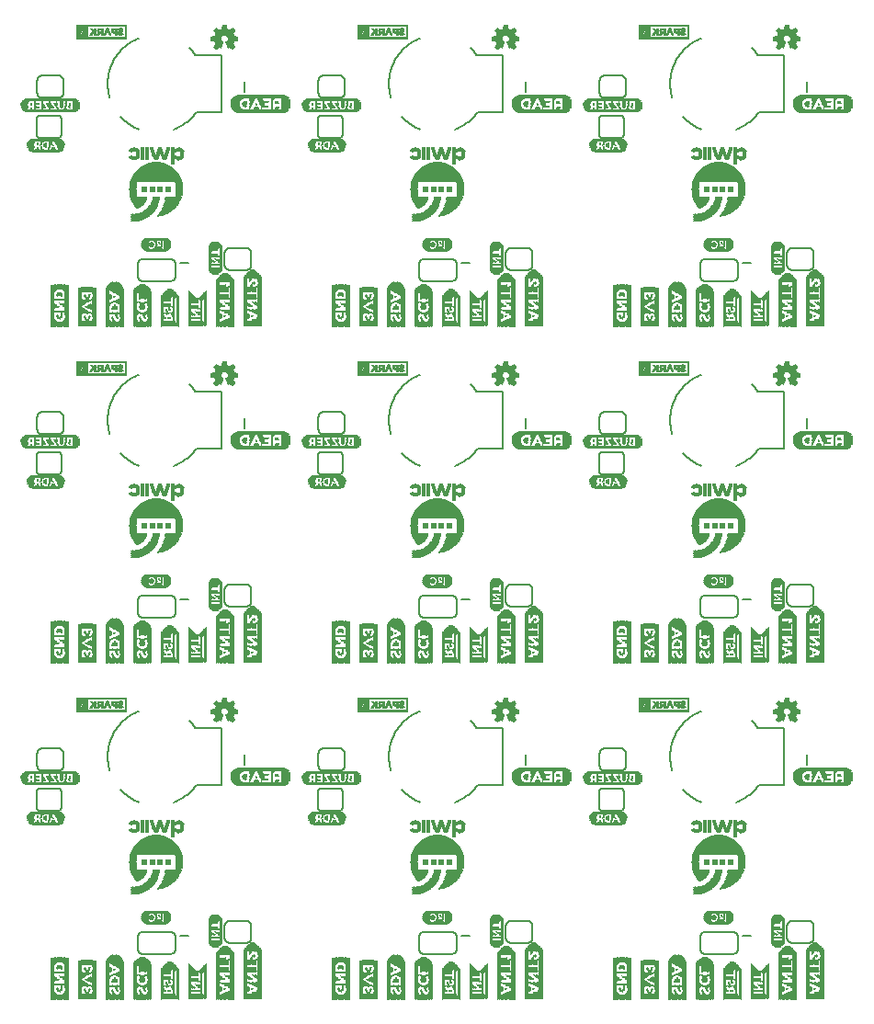
<source format=gbo>
G75*
%MOIN*%
%OFA0B0*%
%FSLAX25Y25*%
%IPPOS*%
%LPD*%
%AMOC8*
5,1,8,0,0,1.08239X$1,22.5*
%
%ADD10C,0.00600*%
%ADD11C,0.00299*%
%ADD12R,0.00472X0.00079*%
%ADD13R,0.01339X0.00079*%
%ADD14R,0.01260X0.00079*%
%ADD15R,0.00551X0.00079*%
%ADD16R,0.01102X0.00079*%
%ADD17R,0.01417X0.00079*%
%ADD18R,0.01654X0.00079*%
%ADD19R,0.01496X0.00079*%
%ADD20R,0.01890X0.00079*%
%ADD21R,0.02126X0.00079*%
%ADD22R,0.02205X0.00079*%
%ADD23R,0.01575X0.00079*%
%ADD24R,0.02520X0.00079*%
%ADD25R,0.02441X0.00079*%
%ADD26R,0.02756X0.00079*%
%ADD27R,0.02598X0.00079*%
%ADD28R,0.02913X0.00079*%
%ADD29R,0.04252X0.00079*%
%ADD30R,0.03150X0.00079*%
%ADD31R,0.04331X0.00079*%
%ADD32R,0.01732X0.00079*%
%ADD33R,0.03307X0.00079*%
%ADD34R,0.04409X0.00079*%
%ADD35R,0.01811X0.00079*%
%ADD36R,0.03386X0.00079*%
%ADD37R,0.03543X0.00079*%
%ADD38R,0.04488X0.00079*%
%ADD39R,0.03622X0.00079*%
%ADD40R,0.04567X0.00079*%
%ADD41R,0.03780X0.00079*%
%ADD42R,0.01969X0.00079*%
%ADD43R,0.02047X0.00079*%
%ADD44R,0.03701X0.00079*%
%ADD45R,0.01024X0.00079*%
%ADD46R,0.00709X0.00079*%
%ADD47R,0.02283X0.00079*%
%ADD48R,0.00236X0.00079*%
%ADD49R,0.02362X0.00079*%
%ADD50R,0.01181X0.00079*%
%ADD51R,0.00157X0.00079*%
%ADD52R,0.00394X0.00079*%
%ADD53R,0.00630X0.00079*%
%ADD54R,0.00866X0.00079*%
%ADD55R,0.03858X0.00079*%
%ADD56R,0.03465X0.00079*%
%ADD57R,0.02992X0.00079*%
%ADD58R,0.04173X0.00079*%
%ADD59R,0.02835X0.00079*%
%ADD60R,0.03228X0.00079*%
%ADD61R,0.04646X0.00079*%
%ADD62R,0.05276X0.00079*%
%ADD63R,0.05748X0.00079*%
%ADD64R,0.06299X0.00079*%
%ADD65R,0.06693X0.00079*%
%ADD66R,0.07165X0.00079*%
%ADD67R,0.07480X0.00079*%
%ADD68R,0.07795X0.00079*%
%ADD69R,0.08268X0.00079*%
%ADD70R,0.08504X0.00079*%
%ADD71R,0.08898X0.00079*%
%ADD72R,0.09213X0.00079*%
%ADD73R,0.09449X0.00079*%
%ADD74R,0.09764X0.00079*%
%ADD75R,0.10000X0.00079*%
%ADD76R,0.10236X0.00079*%
%ADD77R,0.10551X0.00079*%
%ADD78R,0.10709X0.00079*%
%ADD79R,0.11024X0.00079*%
%ADD80R,0.11181X0.00079*%
%ADD81R,0.11417X0.00079*%
%ADD82R,0.11654X0.00079*%
%ADD83R,0.11811X0.00079*%
%ADD84R,0.12047X0.00079*%
%ADD85R,0.12283X0.00079*%
%ADD86R,0.12441X0.00079*%
%ADD87R,0.12598X0.00079*%
%ADD88R,0.12835X0.00079*%
%ADD89R,0.12992X0.00079*%
%ADD90R,0.13150X0.00079*%
%ADD91R,0.13307X0.00079*%
%ADD92R,0.13465X0.00079*%
%ADD93R,0.13622X0.00079*%
%ADD94R,0.13858X0.00079*%
%ADD95R,0.13937X0.00079*%
%ADD96R,0.14094X0.00079*%
%ADD97R,0.14252X0.00079*%
%ADD98R,0.14409X0.00079*%
%ADD99R,0.14567X0.00079*%
%ADD100R,0.14724X0.00079*%
%ADD101R,0.14882X0.00079*%
%ADD102R,0.14961X0.00079*%
%ADD103R,0.15118X0.00079*%
%ADD104R,0.15197X0.00079*%
%ADD105R,0.15354X0.00079*%
%ADD106R,0.15512X0.00079*%
%ADD107R,0.15591X0.00079*%
%ADD108R,0.15669X0.00079*%
%ADD109R,0.15827X0.00079*%
%ADD110R,0.15984X0.00079*%
%ADD111R,0.16063X0.00079*%
%ADD112R,0.16142X0.00079*%
%ADD113R,0.16220X0.00079*%
%ADD114R,0.16378X0.00079*%
%ADD115R,0.16457X0.00079*%
%ADD116R,0.16535X0.00079*%
%ADD117R,0.16693X0.00079*%
%ADD118R,0.16772X0.00079*%
%ADD119R,0.16850X0.00079*%
%ADD120R,0.16929X0.00079*%
%ADD121R,0.17008X0.00079*%
%ADD122R,0.17087X0.00079*%
%ADD123R,0.17244X0.00079*%
%ADD124R,0.17323X0.00079*%
%ADD125R,0.17480X0.00079*%
%ADD126R,0.17559X0.00079*%
%ADD127R,0.17717X0.00079*%
%ADD128R,0.17795X0.00079*%
%ADD129R,0.17874X0.00079*%
%ADD130R,0.17953X0.00079*%
%ADD131R,0.18031X0.00079*%
%ADD132R,0.18110X0.00079*%
%ADD133R,0.18189X0.00079*%
%ADD134R,0.18268X0.00079*%
%ADD135R,0.18346X0.00079*%
%ADD136R,0.18425X0.00079*%
%ADD137R,0.18504X0.00079*%
%ADD138R,0.18583X0.00079*%
%ADD139R,0.18661X0.00079*%
%ADD140R,0.02677X0.00079*%
%ADD141R,0.05827X0.00079*%
%ADD142R,0.06220X0.00079*%
%ADD143R,0.06142X0.00079*%
%ADD144R,0.06063X0.00079*%
%ADD145R,0.05984X0.00079*%
%ADD146R,0.05906X0.00079*%
%ADD147R,0.05669X0.00079*%
%ADD148R,0.05512X0.00079*%
%ADD149R,0.05591X0.00079*%
%ADD150R,0.05433X0.00079*%
%ADD151R,0.05354X0.00079*%
%ADD152R,0.05197X0.00079*%
%ADD153R,0.05118X0.00079*%
%ADD154R,0.04961X0.00079*%
%ADD155R,0.04803X0.00079*%
%ADD156R,0.04724X0.00079*%
%ADD157R,0.04094X0.00079*%
%ADD158R,0.04016X0.00079*%
%ADD159R,0.03937X0.00079*%
%ADD160R,0.05039X0.00079*%
%ADD161R,0.03071X0.00079*%
%ADD162R,0.04882X0.00079*%
%ADD163R,0.00079X0.00079*%
%ADD164R,0.07244X0.00079*%
%ADD165R,0.07087X0.00079*%
%ADD166R,0.07008X0.00079*%
%ADD167R,0.06929X0.00079*%
%ADD168R,0.06850X0.00079*%
%ADD169R,0.06614X0.00079*%
%ADD170R,0.06535X0.00079*%
%ADD171R,0.06378X0.00079*%
%ADD172C,0.00800*%
%ADD173C,0.00500*%
%ADD174R,0.17835X0.00118*%
%ADD175R,0.18543X0.00118*%
%ADD176R,0.19016X0.00079*%
%ADD177R,0.19488X0.00157*%
%ADD178R,0.19724X0.00118*%
%ADD179R,0.19961X0.00118*%
%ADD180R,0.20197X0.00079*%
%ADD181R,0.20433X0.00118*%
%ADD182R,0.02244X0.00157*%
%ADD183R,0.00945X0.00157*%
%ADD184R,0.01299X0.00157*%
%ADD185R,0.00236X0.00157*%
%ADD186R,0.00472X0.00157*%
%ADD187R,0.00354X0.00157*%
%ADD188R,0.02717X0.00157*%
%ADD189R,0.02244X0.00118*%
%ADD190R,0.00709X0.00118*%
%ADD191R,0.01299X0.00118*%
%ADD192R,0.00236X0.00118*%
%ADD193R,0.00354X0.00118*%
%ADD194R,0.02598X0.00118*%
%ADD195R,0.02362X0.00118*%
%ADD196R,0.00591X0.00118*%
%ADD197R,0.02480X0.00118*%
%ADD198R,0.02480X0.00157*%
%ADD199R,0.00472X0.00118*%
%ADD200R,0.00827X0.00118*%
%ADD201R,0.01535X0.00118*%
%ADD202R,0.01772X0.00118*%
%ADD203R,0.02008X0.00118*%
%ADD204R,0.01417X0.00118*%
%ADD205R,0.01890X0.00118*%
%ADD206R,0.00945X0.00118*%
%ADD207R,0.02598X0.00157*%
%ADD208R,0.00827X0.00157*%
%ADD209R,0.01417X0.00157*%
%ADD210R,0.01890X0.00157*%
%ADD211R,0.00709X0.00157*%
%ADD212R,0.02008X0.00157*%
%ADD213R,0.01181X0.00118*%
%ADD214R,0.01063X0.00118*%
%ADD215R,0.01063X0.00157*%
%ADD216R,0.02717X0.00118*%
%ADD217R,0.01654X0.00118*%
%ADD218R,0.00591X0.00157*%
%ADD219R,0.02126X0.00118*%
%ADD220R,0.02126X0.00157*%
%ADD221R,0.20197X0.00118*%
%ADD222R,0.19488X0.00118*%
%ADD223R,0.19016X0.00118*%
%ADD224R,0.17165X0.00157*%
%ADD225R,0.18110X0.00157*%
%ADD226R,0.18740X0.00157*%
%ADD227R,0.19370X0.00157*%
%ADD228R,0.19685X0.00157*%
%ADD229R,0.20000X0.00157*%
%ADD230R,0.20315X0.00157*%
%ADD231R,0.20630X0.00157*%
%ADD232R,0.02992X0.00157*%
%ADD233R,0.01260X0.00157*%
%ADD234R,0.02047X0.00157*%
%ADD235R,0.04252X0.00157*%
%ADD236R,0.01102X0.00157*%
%ADD237R,0.03937X0.00157*%
%ADD238R,0.03150X0.00157*%
%ADD239R,0.01732X0.00157*%
%ADD240R,0.03780X0.00157*%
%ADD241R,0.00787X0.00157*%
%ADD242R,0.03622X0.00157*%
%ADD243R,0.03307X0.00157*%
%ADD244R,0.00630X0.00157*%
%ADD245R,0.01575X0.00157*%
%ADD246R,0.03465X0.00157*%
%ADD247R,0.00315X0.00157*%
%ADD248R,0.02835X0.00157*%
%ADD249R,0.02677X0.00157*%
%ADD250R,0.02205X0.00157*%
%ADD251R,0.02362X0.00157*%
%ADD252R,0.00157X0.17953*%
%ADD253R,0.00157X0.18110*%
%ADD254R,0.00157X0.18425*%
%ADD255R,0.00157X0.18583*%
%ADD256R,0.00157X0.18740*%
%ADD257R,0.00157X0.18898*%
%ADD258R,0.00157X0.19055*%
%ADD259R,0.00157X0.15433*%
%ADD260R,0.00157X0.03150*%
%ADD261R,0.00157X0.03307*%
%ADD262R,0.00157X0.02047*%
%ADD263R,0.00157X0.01732*%
%ADD264R,0.00157X0.00472*%
%ADD265R,0.00157X0.01102*%
%ADD266R,0.00157X0.02835*%
%ADD267R,0.00157X0.00315*%
%ADD268R,0.00157X0.00787*%
%ADD269R,0.00157X0.01890*%
%ADD270R,0.00157X0.01575*%
%ADD271R,0.00157X0.00630*%
%ADD272R,0.00157X0.01417*%
%ADD273R,0.00157X0.02992*%
%ADD274R,0.00157X0.01260*%
%ADD275R,0.00157X0.00945*%
%ADD276R,0.00157X0.02677*%
%ADD277R,0.00157X0.02520*%
%ADD278R,0.00157X0.00157*%
%ADD279R,0.00157X0.03465*%
%ADD280R,0.00157X0.02362*%
%ADD281R,0.00157X0.02205*%
%ADD282R,0.00157X0.03622*%
%ADD283R,0.00157X0.03780*%
%ADD284R,0.00157X0.04094*%
%ADD285R,0.00157X0.17008*%
%ADD286R,0.00157X0.17165*%
%ADD287R,0.00157X0.17480*%
%ADD288R,0.00157X0.17638*%
%ADD289R,0.00157X0.17795*%
%ADD290R,0.00157X0.18268*%
%ADD291R,0.00157X0.12756*%
%ADD292R,0.00157X0.12598*%
%ADD293R,0.00157X0.12441*%
%ADD294R,0.00157X0.12283*%
%ADD295R,0.00157X0.11181*%
%ADD296R,0.00157X0.11024*%
%ADD297R,0.00157X0.10866*%
%ADD298R,0.00157X0.10709*%
%ADD299R,0.00157X0.12126*%
%ADD300R,0.00157X0.12913*%
%ADD301R,0.00157X0.13386*%
%ADD302R,0.00157X0.13701*%
%ADD303R,0.00157X0.14016*%
%ADD304R,0.00157X0.14173*%
%ADD305R,0.00157X0.14331*%
%ADD306R,0.00157X0.14488*%
%ADD307R,0.00157X0.07087*%
%ADD308R,0.00157X0.04882*%
%ADD309R,0.00157X0.05039*%
%ADD310R,0.00157X0.05197*%
%ADD311R,0.00157X0.13858*%
%ADD312R,0.00157X0.14646*%
%ADD313R,0.00157X0.14961*%
%ADD314R,0.00157X0.15118*%
%ADD315R,0.00157X0.15276*%
%ADD316R,0.00157X0.11969*%
%ADD317R,0.00157X0.04567*%
%ADD318R,0.00157X0.04409*%
%ADD319R,0.00157X0.04252*%
%ADD320R,0.00157X0.03937*%
%ADD321R,0.00157X0.11496*%
%ADD322R,0.00157X0.11654*%
%ADD323R,0.00157X0.13071*%
%ADD324R,0.00157X0.13228*%
%ADD325R,0.00157X0.11811*%
%ADD326R,0.07205X0.00118*%
%ADD327R,0.07913X0.00118*%
%ADD328R,0.08386X0.00079*%
%ADD329R,0.08858X0.00157*%
%ADD330R,0.09094X0.00118*%
%ADD331R,0.09331X0.00118*%
%ADD332R,0.09567X0.00079*%
%ADD333R,0.03661X0.00118*%
%ADD334R,0.02953X0.00118*%
%ADD335R,0.01535X0.00157*%
%ADD336R,0.02835X0.00118*%
%ADD337R,0.04370X0.00118*%
%ADD338R,0.04488X0.00118*%
%ADD339R,0.04488X0.00157*%
%ADD340R,0.00118X0.00118*%
%ADD341R,0.00118X0.00157*%
%ADD342R,0.04370X0.00157*%
%ADD343R,0.04252X0.00118*%
%ADD344R,0.03071X0.00157*%
%ADD345R,0.03425X0.00118*%
%ADD346R,0.09567X0.00118*%
%ADD347R,0.08858X0.00118*%
%ADD348R,0.08386X0.00118*%
%ADD349R,0.10039X0.00118*%
%ADD350R,0.10748X0.00118*%
%ADD351R,0.11220X0.00079*%
%ADD352R,0.11693X0.00157*%
%ADD353R,0.11929X0.00118*%
%ADD354R,0.12165X0.00118*%
%ADD355R,0.12402X0.00079*%
%ADD356R,0.12638X0.00118*%
%ADD357R,0.03307X0.00118*%
%ADD358R,0.03189X0.00118*%
%ADD359R,0.03189X0.00157*%
%ADD360R,0.03071X0.00118*%
%ADD361R,0.02953X0.00157*%
%ADD362R,0.01181X0.00157*%
%ADD363R,0.01654X0.00157*%
%ADD364R,0.12402X0.00118*%
%ADD365R,0.11693X0.00118*%
%ADD366R,0.11220X0.00118*%
%ADD367R,0.00118X0.08386*%
%ADD368R,0.00118X0.09094*%
%ADD369R,0.00079X0.09567*%
%ADD370R,0.00157X0.10039*%
%ADD371R,0.00118X0.10276*%
%ADD372R,0.00118X0.10512*%
%ADD373R,0.00079X0.10748*%
%ADD374R,0.00118X0.10984*%
%ADD375R,0.00157X0.02244*%
%ADD376R,0.00157X0.00354*%
%ADD377R,0.00157X0.02126*%
%ADD378R,0.00118X0.02126*%
%ADD379R,0.00118X0.00472*%
%ADD380R,0.00118X0.01181*%
%ADD381R,0.00118X0.00354*%
%ADD382R,0.00118X0.02008*%
%ADD383R,0.00118X0.02244*%
%ADD384R,0.00118X0.01063*%
%ADD385R,0.00118X0.00945*%
%ADD386R,0.00118X0.02362*%
%ADD387R,0.00118X0.00827*%
%ADD388R,0.00118X0.01417*%
%ADD389R,0.00118X0.03425*%
%ADD390R,0.00118X0.00709*%
%ADD391R,0.00118X0.02480*%
%ADD392R,0.00118X0.00591*%
%ADD393R,0.00118X0.03543*%
%ADD394R,0.00157X0.02480*%
%ADD395R,0.00157X0.00591*%
%ADD396R,0.00157X0.03543*%
%ADD397R,0.00118X0.00236*%
%ADD398R,0.00157X0.00118*%
%ADD399R,0.00157X0.00236*%
%ADD400R,0.00157X0.00827*%
%ADD401R,0.00157X0.03425*%
%ADD402R,0.00118X0.03307*%
%ADD403R,0.00118X0.03189*%
%ADD404R,0.00157X0.01181*%
%ADD405R,0.00157X0.03189*%
%ADD406R,0.00118X0.01654*%
%ADD407R,0.00118X0.10748*%
%ADD408R,0.00118X0.10039*%
%ADD409R,0.00118X0.09567*%
%ADD410C,0.00039*%
D10*
X0077681Y0055050D02*
X0077681Y0059450D01*
X0077683Y0059533D01*
X0077689Y0059616D01*
X0077698Y0059699D01*
X0077712Y0059781D01*
X0077729Y0059862D01*
X0077750Y0059943D01*
X0077774Y0060022D01*
X0077803Y0060100D01*
X0077834Y0060177D01*
X0077870Y0060252D01*
X0077908Y0060326D01*
X0077951Y0060398D01*
X0077996Y0060467D01*
X0078045Y0060535D01*
X0078096Y0060600D01*
X0078151Y0060663D01*
X0078208Y0060723D01*
X0078268Y0060780D01*
X0078331Y0060835D01*
X0078396Y0060886D01*
X0078464Y0060935D01*
X0078533Y0060980D01*
X0078605Y0061023D01*
X0078679Y0061061D01*
X0078754Y0061097D01*
X0078831Y0061128D01*
X0078909Y0061157D01*
X0078988Y0061181D01*
X0079069Y0061202D01*
X0079150Y0061219D01*
X0079232Y0061233D01*
X0079315Y0061242D01*
X0079398Y0061248D01*
X0079481Y0061250D01*
X0089481Y0061250D01*
X0089564Y0061248D01*
X0089647Y0061242D01*
X0089730Y0061233D01*
X0089812Y0061219D01*
X0089893Y0061202D01*
X0089974Y0061181D01*
X0090053Y0061157D01*
X0090131Y0061128D01*
X0090208Y0061097D01*
X0090283Y0061061D01*
X0090357Y0061023D01*
X0090429Y0060980D01*
X0090498Y0060935D01*
X0090566Y0060886D01*
X0090631Y0060835D01*
X0090694Y0060780D01*
X0090754Y0060723D01*
X0090811Y0060663D01*
X0090866Y0060600D01*
X0090917Y0060535D01*
X0090966Y0060467D01*
X0091011Y0060398D01*
X0091054Y0060326D01*
X0091092Y0060252D01*
X0091128Y0060177D01*
X0091159Y0060100D01*
X0091188Y0060022D01*
X0091212Y0059943D01*
X0091233Y0059862D01*
X0091250Y0059781D01*
X0091264Y0059699D01*
X0091273Y0059616D01*
X0091279Y0059533D01*
X0091281Y0059450D01*
X0091281Y0055050D01*
X0091279Y0054967D01*
X0091273Y0054884D01*
X0091264Y0054801D01*
X0091250Y0054719D01*
X0091233Y0054638D01*
X0091212Y0054557D01*
X0091188Y0054478D01*
X0091159Y0054400D01*
X0091128Y0054323D01*
X0091092Y0054248D01*
X0091054Y0054174D01*
X0091011Y0054102D01*
X0090966Y0054033D01*
X0090917Y0053965D01*
X0090866Y0053900D01*
X0090811Y0053837D01*
X0090754Y0053777D01*
X0090694Y0053720D01*
X0090631Y0053665D01*
X0090566Y0053614D01*
X0090498Y0053565D01*
X0090429Y0053520D01*
X0090357Y0053477D01*
X0090283Y0053439D01*
X0090208Y0053403D01*
X0090131Y0053372D01*
X0090053Y0053343D01*
X0089974Y0053319D01*
X0089893Y0053298D01*
X0089812Y0053281D01*
X0089730Y0053267D01*
X0089647Y0053258D01*
X0089564Y0053252D01*
X0089481Y0053250D01*
X0079481Y0053250D01*
X0079398Y0053252D01*
X0079315Y0053258D01*
X0079232Y0053267D01*
X0079150Y0053281D01*
X0079069Y0053298D01*
X0078988Y0053319D01*
X0078909Y0053343D01*
X0078831Y0053372D01*
X0078754Y0053403D01*
X0078679Y0053439D01*
X0078605Y0053477D01*
X0078533Y0053520D01*
X0078464Y0053565D01*
X0078396Y0053614D01*
X0078331Y0053665D01*
X0078268Y0053720D01*
X0078208Y0053777D01*
X0078151Y0053837D01*
X0078096Y0053900D01*
X0078045Y0053965D01*
X0077996Y0054033D01*
X0077951Y0054102D01*
X0077908Y0054174D01*
X0077870Y0054248D01*
X0077834Y0054323D01*
X0077803Y0054400D01*
X0077774Y0054478D01*
X0077750Y0054557D01*
X0077729Y0054638D01*
X0077712Y0054719D01*
X0077698Y0054801D01*
X0077689Y0054884D01*
X0077683Y0054967D01*
X0077681Y0055050D01*
X0109181Y0059050D02*
X0109181Y0063450D01*
X0109183Y0063533D01*
X0109189Y0063616D01*
X0109198Y0063699D01*
X0109212Y0063781D01*
X0109229Y0063862D01*
X0109250Y0063943D01*
X0109274Y0064022D01*
X0109303Y0064100D01*
X0109334Y0064177D01*
X0109370Y0064252D01*
X0109408Y0064326D01*
X0109451Y0064398D01*
X0109496Y0064467D01*
X0109545Y0064535D01*
X0109596Y0064600D01*
X0109651Y0064663D01*
X0109708Y0064723D01*
X0109768Y0064780D01*
X0109831Y0064835D01*
X0109896Y0064886D01*
X0109964Y0064935D01*
X0110033Y0064980D01*
X0110105Y0065023D01*
X0110179Y0065061D01*
X0110254Y0065097D01*
X0110331Y0065128D01*
X0110409Y0065157D01*
X0110488Y0065181D01*
X0110569Y0065202D01*
X0110650Y0065219D01*
X0110732Y0065233D01*
X0110815Y0065242D01*
X0110898Y0065248D01*
X0110981Y0065250D01*
X0116981Y0065250D01*
X0117064Y0065248D01*
X0117147Y0065242D01*
X0117230Y0065233D01*
X0117312Y0065219D01*
X0117393Y0065202D01*
X0117474Y0065181D01*
X0117553Y0065157D01*
X0117631Y0065128D01*
X0117708Y0065097D01*
X0117783Y0065061D01*
X0117857Y0065023D01*
X0117929Y0064980D01*
X0117998Y0064935D01*
X0118066Y0064886D01*
X0118131Y0064835D01*
X0118194Y0064780D01*
X0118254Y0064723D01*
X0118311Y0064663D01*
X0118366Y0064600D01*
X0118417Y0064535D01*
X0118466Y0064467D01*
X0118511Y0064398D01*
X0118554Y0064326D01*
X0118592Y0064252D01*
X0118628Y0064177D01*
X0118659Y0064100D01*
X0118688Y0064022D01*
X0118712Y0063943D01*
X0118733Y0063862D01*
X0118750Y0063781D01*
X0118764Y0063699D01*
X0118773Y0063616D01*
X0118779Y0063533D01*
X0118781Y0063450D01*
X0118781Y0059050D01*
X0118779Y0058967D01*
X0118773Y0058884D01*
X0118764Y0058801D01*
X0118750Y0058719D01*
X0118733Y0058638D01*
X0118712Y0058557D01*
X0118688Y0058478D01*
X0118659Y0058400D01*
X0118628Y0058323D01*
X0118592Y0058248D01*
X0118554Y0058174D01*
X0118511Y0058102D01*
X0118466Y0058033D01*
X0118417Y0057965D01*
X0118366Y0057900D01*
X0118311Y0057837D01*
X0118254Y0057777D01*
X0118194Y0057720D01*
X0118131Y0057665D01*
X0118066Y0057614D01*
X0117998Y0057565D01*
X0117929Y0057520D01*
X0117857Y0057477D01*
X0117783Y0057439D01*
X0117708Y0057403D01*
X0117631Y0057372D01*
X0117553Y0057343D01*
X0117474Y0057319D01*
X0117393Y0057298D01*
X0117312Y0057281D01*
X0117230Y0057267D01*
X0117147Y0057258D01*
X0117064Y0057252D01*
X0116981Y0057250D01*
X0110981Y0057250D01*
X0110898Y0057252D01*
X0110815Y0057258D01*
X0110732Y0057267D01*
X0110650Y0057281D01*
X0110569Y0057298D01*
X0110488Y0057319D01*
X0110409Y0057343D01*
X0110331Y0057372D01*
X0110254Y0057403D01*
X0110179Y0057439D01*
X0110105Y0057477D01*
X0110033Y0057520D01*
X0109964Y0057565D01*
X0109896Y0057614D01*
X0109831Y0057665D01*
X0109768Y0057720D01*
X0109708Y0057777D01*
X0109651Y0057837D01*
X0109596Y0057900D01*
X0109545Y0057965D01*
X0109496Y0058033D01*
X0109451Y0058102D01*
X0109408Y0058174D01*
X0109370Y0058248D01*
X0109334Y0058323D01*
X0109303Y0058400D01*
X0109274Y0058478D01*
X0109250Y0058557D01*
X0109229Y0058638D01*
X0109212Y0058719D01*
X0109198Y0058801D01*
X0109189Y0058884D01*
X0109183Y0058967D01*
X0109181Y0059050D01*
X0144081Y0105250D02*
X0150881Y0105250D01*
X0150941Y0105252D01*
X0151002Y0105257D01*
X0151061Y0105266D01*
X0151120Y0105279D01*
X0151179Y0105295D01*
X0151236Y0105315D01*
X0151291Y0105338D01*
X0151346Y0105365D01*
X0151398Y0105394D01*
X0151449Y0105427D01*
X0151498Y0105463D01*
X0151544Y0105501D01*
X0151588Y0105543D01*
X0151630Y0105587D01*
X0151668Y0105633D01*
X0151704Y0105682D01*
X0151737Y0105733D01*
X0151766Y0105785D01*
X0151793Y0105840D01*
X0151816Y0105895D01*
X0151836Y0105952D01*
X0151852Y0106011D01*
X0151865Y0106070D01*
X0151874Y0106129D01*
X0151879Y0106190D01*
X0151881Y0106250D01*
X0151881Y0112250D01*
X0151879Y0112310D01*
X0151874Y0112371D01*
X0151865Y0112430D01*
X0151852Y0112489D01*
X0151836Y0112548D01*
X0151816Y0112605D01*
X0151793Y0112660D01*
X0151766Y0112715D01*
X0151737Y0112767D01*
X0151704Y0112818D01*
X0151668Y0112867D01*
X0151630Y0112913D01*
X0151588Y0112957D01*
X0151544Y0112999D01*
X0151498Y0113037D01*
X0151449Y0113073D01*
X0151398Y0113106D01*
X0151346Y0113135D01*
X0151291Y0113162D01*
X0151236Y0113185D01*
X0151179Y0113205D01*
X0151120Y0113221D01*
X0151061Y0113234D01*
X0151002Y0113243D01*
X0150941Y0113248D01*
X0150881Y0113250D01*
X0144081Y0113250D01*
X0144021Y0113248D01*
X0143960Y0113243D01*
X0143901Y0113234D01*
X0143842Y0113221D01*
X0143783Y0113205D01*
X0143726Y0113185D01*
X0143671Y0113162D01*
X0143616Y0113135D01*
X0143564Y0113106D01*
X0143513Y0113073D01*
X0143464Y0113037D01*
X0143418Y0112999D01*
X0143374Y0112957D01*
X0143332Y0112913D01*
X0143294Y0112867D01*
X0143258Y0112818D01*
X0143225Y0112767D01*
X0143196Y0112715D01*
X0143169Y0112660D01*
X0143146Y0112605D01*
X0143126Y0112548D01*
X0143110Y0112489D01*
X0143097Y0112430D01*
X0143088Y0112371D01*
X0143083Y0112310D01*
X0143081Y0112250D01*
X0143081Y0106250D01*
X0143083Y0106190D01*
X0143088Y0106129D01*
X0143097Y0106070D01*
X0143110Y0106011D01*
X0143126Y0105952D01*
X0143146Y0105895D01*
X0143169Y0105840D01*
X0143196Y0105785D01*
X0143225Y0105733D01*
X0143258Y0105682D01*
X0143294Y0105633D01*
X0143332Y0105587D01*
X0143374Y0105543D01*
X0143418Y0105501D01*
X0143464Y0105463D01*
X0143513Y0105427D01*
X0143564Y0105394D01*
X0143616Y0105365D01*
X0143671Y0105338D01*
X0143726Y0105315D01*
X0143783Y0105295D01*
X0143842Y0105279D01*
X0143901Y0105266D01*
X0143960Y0105257D01*
X0144021Y0105252D01*
X0144081Y0105250D01*
X0144981Y0119750D02*
X0150981Y0119750D01*
X0151064Y0119752D01*
X0151147Y0119758D01*
X0151230Y0119767D01*
X0151312Y0119781D01*
X0151393Y0119798D01*
X0151474Y0119819D01*
X0151553Y0119843D01*
X0151631Y0119872D01*
X0151708Y0119903D01*
X0151783Y0119939D01*
X0151857Y0119977D01*
X0151929Y0120020D01*
X0151998Y0120065D01*
X0152066Y0120114D01*
X0152131Y0120165D01*
X0152194Y0120220D01*
X0152254Y0120277D01*
X0152311Y0120337D01*
X0152366Y0120400D01*
X0152417Y0120465D01*
X0152466Y0120533D01*
X0152511Y0120602D01*
X0152554Y0120674D01*
X0152592Y0120748D01*
X0152628Y0120823D01*
X0152659Y0120900D01*
X0152688Y0120978D01*
X0152712Y0121057D01*
X0152733Y0121138D01*
X0152750Y0121219D01*
X0152764Y0121301D01*
X0152773Y0121384D01*
X0152779Y0121467D01*
X0152781Y0121550D01*
X0152781Y0125950D01*
X0152779Y0126033D01*
X0152773Y0126116D01*
X0152764Y0126199D01*
X0152750Y0126281D01*
X0152733Y0126362D01*
X0152712Y0126443D01*
X0152688Y0126522D01*
X0152659Y0126600D01*
X0152628Y0126677D01*
X0152592Y0126752D01*
X0152554Y0126826D01*
X0152511Y0126898D01*
X0152466Y0126967D01*
X0152417Y0127035D01*
X0152366Y0127100D01*
X0152311Y0127163D01*
X0152254Y0127223D01*
X0152194Y0127280D01*
X0152131Y0127335D01*
X0152066Y0127386D01*
X0151998Y0127435D01*
X0151929Y0127480D01*
X0151857Y0127523D01*
X0151783Y0127561D01*
X0151708Y0127597D01*
X0151631Y0127628D01*
X0151553Y0127657D01*
X0151474Y0127681D01*
X0151393Y0127702D01*
X0151312Y0127719D01*
X0151230Y0127733D01*
X0151147Y0127742D01*
X0151064Y0127748D01*
X0150981Y0127750D01*
X0144981Y0127750D01*
X0144898Y0127748D01*
X0144815Y0127742D01*
X0144732Y0127733D01*
X0144650Y0127719D01*
X0144569Y0127702D01*
X0144488Y0127681D01*
X0144409Y0127657D01*
X0144331Y0127628D01*
X0144254Y0127597D01*
X0144179Y0127561D01*
X0144105Y0127523D01*
X0144033Y0127480D01*
X0143964Y0127435D01*
X0143896Y0127386D01*
X0143831Y0127335D01*
X0143768Y0127280D01*
X0143708Y0127223D01*
X0143651Y0127163D01*
X0143596Y0127100D01*
X0143545Y0127035D01*
X0143496Y0126967D01*
X0143451Y0126898D01*
X0143408Y0126826D01*
X0143370Y0126752D01*
X0143334Y0126677D01*
X0143303Y0126600D01*
X0143274Y0126522D01*
X0143250Y0126443D01*
X0143229Y0126362D01*
X0143212Y0126281D01*
X0143198Y0126199D01*
X0143189Y0126116D01*
X0143183Y0126033D01*
X0143181Y0125950D01*
X0143181Y0121550D01*
X0143183Y0121467D01*
X0143189Y0121384D01*
X0143198Y0121301D01*
X0143212Y0121219D01*
X0143229Y0121138D01*
X0143250Y0121057D01*
X0143274Y0120978D01*
X0143303Y0120900D01*
X0143334Y0120823D01*
X0143370Y0120748D01*
X0143408Y0120674D01*
X0143451Y0120602D01*
X0143496Y0120533D01*
X0143545Y0120465D01*
X0143596Y0120400D01*
X0143651Y0120337D01*
X0143708Y0120277D01*
X0143768Y0120220D01*
X0143831Y0120165D01*
X0143896Y0120114D01*
X0143964Y0120065D01*
X0144033Y0120020D01*
X0144105Y0119977D01*
X0144179Y0119939D01*
X0144254Y0119903D01*
X0144331Y0119872D01*
X0144409Y0119843D01*
X0144488Y0119819D01*
X0144569Y0119798D01*
X0144650Y0119781D01*
X0144732Y0119767D01*
X0144815Y0119758D01*
X0144898Y0119752D01*
X0144981Y0119750D01*
X0181481Y0175250D02*
X0191481Y0175250D01*
X0191564Y0175252D01*
X0191647Y0175258D01*
X0191730Y0175267D01*
X0191812Y0175281D01*
X0191893Y0175298D01*
X0191974Y0175319D01*
X0192053Y0175343D01*
X0192131Y0175372D01*
X0192208Y0175403D01*
X0192283Y0175439D01*
X0192357Y0175477D01*
X0192429Y0175520D01*
X0192498Y0175565D01*
X0192566Y0175614D01*
X0192631Y0175665D01*
X0192694Y0175720D01*
X0192754Y0175777D01*
X0192811Y0175837D01*
X0192866Y0175900D01*
X0192917Y0175965D01*
X0192966Y0176033D01*
X0193011Y0176102D01*
X0193054Y0176174D01*
X0193092Y0176248D01*
X0193128Y0176323D01*
X0193159Y0176400D01*
X0193188Y0176478D01*
X0193212Y0176557D01*
X0193233Y0176638D01*
X0193250Y0176719D01*
X0193264Y0176801D01*
X0193273Y0176884D01*
X0193279Y0176967D01*
X0193281Y0177050D01*
X0193281Y0181450D01*
X0193279Y0181533D01*
X0193273Y0181616D01*
X0193264Y0181699D01*
X0193250Y0181781D01*
X0193233Y0181862D01*
X0193212Y0181943D01*
X0193188Y0182022D01*
X0193159Y0182100D01*
X0193128Y0182177D01*
X0193092Y0182252D01*
X0193054Y0182326D01*
X0193011Y0182398D01*
X0192966Y0182467D01*
X0192917Y0182535D01*
X0192866Y0182600D01*
X0192811Y0182663D01*
X0192754Y0182723D01*
X0192694Y0182780D01*
X0192631Y0182835D01*
X0192566Y0182886D01*
X0192498Y0182935D01*
X0192429Y0182980D01*
X0192357Y0183023D01*
X0192283Y0183061D01*
X0192208Y0183097D01*
X0192131Y0183128D01*
X0192053Y0183157D01*
X0191974Y0183181D01*
X0191893Y0183202D01*
X0191812Y0183219D01*
X0191730Y0183233D01*
X0191647Y0183242D01*
X0191564Y0183248D01*
X0191481Y0183250D01*
X0181481Y0183250D01*
X0181398Y0183248D01*
X0181315Y0183242D01*
X0181232Y0183233D01*
X0181150Y0183219D01*
X0181069Y0183202D01*
X0180988Y0183181D01*
X0180909Y0183157D01*
X0180831Y0183128D01*
X0180754Y0183097D01*
X0180679Y0183061D01*
X0180605Y0183023D01*
X0180533Y0182980D01*
X0180464Y0182935D01*
X0180396Y0182886D01*
X0180331Y0182835D01*
X0180268Y0182780D01*
X0180208Y0182723D01*
X0180151Y0182663D01*
X0180096Y0182600D01*
X0180045Y0182535D01*
X0179996Y0182467D01*
X0179951Y0182398D01*
X0179908Y0182326D01*
X0179870Y0182252D01*
X0179834Y0182177D01*
X0179803Y0182100D01*
X0179774Y0182022D01*
X0179750Y0181943D01*
X0179729Y0181862D01*
X0179712Y0181781D01*
X0179698Y0181699D01*
X0179689Y0181616D01*
X0179683Y0181533D01*
X0179681Y0181450D01*
X0179681Y0177050D01*
X0179683Y0176967D01*
X0179689Y0176884D01*
X0179698Y0176801D01*
X0179712Y0176719D01*
X0179729Y0176638D01*
X0179750Y0176557D01*
X0179774Y0176478D01*
X0179803Y0176400D01*
X0179834Y0176323D01*
X0179870Y0176248D01*
X0179908Y0176174D01*
X0179951Y0176102D01*
X0179996Y0176033D01*
X0180045Y0175965D01*
X0180096Y0175900D01*
X0180151Y0175837D01*
X0180208Y0175777D01*
X0180268Y0175720D01*
X0180331Y0175665D01*
X0180396Y0175614D01*
X0180464Y0175565D01*
X0180533Y0175520D01*
X0180605Y0175477D01*
X0180679Y0175439D01*
X0180754Y0175403D01*
X0180831Y0175372D01*
X0180909Y0175343D01*
X0180988Y0175319D01*
X0181069Y0175298D01*
X0181150Y0175281D01*
X0181232Y0175267D01*
X0181315Y0175258D01*
X0181398Y0175252D01*
X0181481Y0175250D01*
X0211181Y0181050D02*
X0211181Y0185450D01*
X0211183Y0185533D01*
X0211189Y0185616D01*
X0211198Y0185699D01*
X0211212Y0185781D01*
X0211229Y0185862D01*
X0211250Y0185943D01*
X0211274Y0186022D01*
X0211303Y0186100D01*
X0211334Y0186177D01*
X0211370Y0186252D01*
X0211408Y0186326D01*
X0211451Y0186398D01*
X0211496Y0186467D01*
X0211545Y0186535D01*
X0211596Y0186600D01*
X0211651Y0186663D01*
X0211708Y0186723D01*
X0211768Y0186780D01*
X0211831Y0186835D01*
X0211896Y0186886D01*
X0211964Y0186935D01*
X0212033Y0186980D01*
X0212105Y0187023D01*
X0212179Y0187061D01*
X0212254Y0187097D01*
X0212331Y0187128D01*
X0212409Y0187157D01*
X0212488Y0187181D01*
X0212569Y0187202D01*
X0212650Y0187219D01*
X0212732Y0187233D01*
X0212815Y0187242D01*
X0212898Y0187248D01*
X0212981Y0187250D01*
X0218981Y0187250D01*
X0219064Y0187248D01*
X0219147Y0187242D01*
X0219230Y0187233D01*
X0219312Y0187219D01*
X0219393Y0187202D01*
X0219474Y0187181D01*
X0219553Y0187157D01*
X0219631Y0187128D01*
X0219708Y0187097D01*
X0219783Y0187061D01*
X0219857Y0187023D01*
X0219929Y0186980D01*
X0219998Y0186935D01*
X0220066Y0186886D01*
X0220131Y0186835D01*
X0220194Y0186780D01*
X0220254Y0186723D01*
X0220311Y0186663D01*
X0220366Y0186600D01*
X0220417Y0186535D01*
X0220466Y0186467D01*
X0220511Y0186398D01*
X0220554Y0186326D01*
X0220592Y0186252D01*
X0220628Y0186177D01*
X0220659Y0186100D01*
X0220688Y0186022D01*
X0220712Y0185943D01*
X0220733Y0185862D01*
X0220750Y0185781D01*
X0220764Y0185699D01*
X0220773Y0185616D01*
X0220779Y0185533D01*
X0220781Y0185450D01*
X0220781Y0181050D01*
X0220779Y0180967D01*
X0220773Y0180884D01*
X0220764Y0180801D01*
X0220750Y0180719D01*
X0220733Y0180638D01*
X0220712Y0180557D01*
X0220688Y0180478D01*
X0220659Y0180400D01*
X0220628Y0180323D01*
X0220592Y0180248D01*
X0220554Y0180174D01*
X0220511Y0180102D01*
X0220466Y0180033D01*
X0220417Y0179965D01*
X0220366Y0179900D01*
X0220311Y0179837D01*
X0220254Y0179777D01*
X0220194Y0179720D01*
X0220131Y0179665D01*
X0220066Y0179614D01*
X0219998Y0179565D01*
X0219929Y0179520D01*
X0219857Y0179477D01*
X0219783Y0179439D01*
X0219708Y0179403D01*
X0219631Y0179372D01*
X0219553Y0179343D01*
X0219474Y0179319D01*
X0219393Y0179298D01*
X0219312Y0179281D01*
X0219230Y0179267D01*
X0219147Y0179258D01*
X0219064Y0179252D01*
X0218981Y0179250D01*
X0212981Y0179250D01*
X0212898Y0179252D01*
X0212815Y0179258D01*
X0212732Y0179267D01*
X0212650Y0179281D01*
X0212569Y0179298D01*
X0212488Y0179319D01*
X0212409Y0179343D01*
X0212331Y0179372D01*
X0212254Y0179403D01*
X0212179Y0179439D01*
X0212105Y0179477D01*
X0212033Y0179520D01*
X0211964Y0179565D01*
X0211896Y0179614D01*
X0211831Y0179665D01*
X0211768Y0179720D01*
X0211708Y0179777D01*
X0211651Y0179837D01*
X0211596Y0179900D01*
X0211545Y0179965D01*
X0211496Y0180033D01*
X0211451Y0180102D01*
X0211408Y0180174D01*
X0211370Y0180248D01*
X0211334Y0180323D01*
X0211303Y0180400D01*
X0211274Y0180478D01*
X0211250Y0180557D01*
X0211229Y0180638D01*
X0211212Y0180719D01*
X0211198Y0180801D01*
X0211189Y0180884D01*
X0211183Y0180967D01*
X0211181Y0181050D01*
X0246081Y0227250D02*
X0252881Y0227250D01*
X0252941Y0227252D01*
X0253002Y0227257D01*
X0253061Y0227266D01*
X0253120Y0227279D01*
X0253179Y0227295D01*
X0253236Y0227315D01*
X0253291Y0227338D01*
X0253346Y0227365D01*
X0253398Y0227394D01*
X0253449Y0227427D01*
X0253498Y0227463D01*
X0253544Y0227501D01*
X0253588Y0227543D01*
X0253630Y0227587D01*
X0253668Y0227633D01*
X0253704Y0227682D01*
X0253737Y0227733D01*
X0253766Y0227785D01*
X0253793Y0227840D01*
X0253816Y0227895D01*
X0253836Y0227952D01*
X0253852Y0228011D01*
X0253865Y0228070D01*
X0253874Y0228129D01*
X0253879Y0228190D01*
X0253881Y0228250D01*
X0253881Y0234250D01*
X0253879Y0234310D01*
X0253874Y0234371D01*
X0253865Y0234430D01*
X0253852Y0234489D01*
X0253836Y0234548D01*
X0253816Y0234605D01*
X0253793Y0234660D01*
X0253766Y0234715D01*
X0253737Y0234767D01*
X0253704Y0234818D01*
X0253668Y0234867D01*
X0253630Y0234913D01*
X0253588Y0234957D01*
X0253544Y0234999D01*
X0253498Y0235037D01*
X0253449Y0235073D01*
X0253398Y0235106D01*
X0253346Y0235135D01*
X0253291Y0235162D01*
X0253236Y0235185D01*
X0253179Y0235205D01*
X0253120Y0235221D01*
X0253061Y0235234D01*
X0253002Y0235243D01*
X0252941Y0235248D01*
X0252881Y0235250D01*
X0246081Y0235250D01*
X0246021Y0235248D01*
X0245960Y0235243D01*
X0245901Y0235234D01*
X0245842Y0235221D01*
X0245783Y0235205D01*
X0245726Y0235185D01*
X0245671Y0235162D01*
X0245616Y0235135D01*
X0245564Y0235106D01*
X0245513Y0235073D01*
X0245464Y0235037D01*
X0245418Y0234999D01*
X0245374Y0234957D01*
X0245332Y0234913D01*
X0245294Y0234867D01*
X0245258Y0234818D01*
X0245225Y0234767D01*
X0245196Y0234715D01*
X0245169Y0234660D01*
X0245146Y0234605D01*
X0245126Y0234548D01*
X0245110Y0234489D01*
X0245097Y0234430D01*
X0245088Y0234371D01*
X0245083Y0234310D01*
X0245081Y0234250D01*
X0245081Y0228250D01*
X0245083Y0228190D01*
X0245088Y0228129D01*
X0245097Y0228070D01*
X0245110Y0228011D01*
X0245126Y0227952D01*
X0245146Y0227895D01*
X0245169Y0227840D01*
X0245196Y0227785D01*
X0245225Y0227733D01*
X0245258Y0227682D01*
X0245294Y0227633D01*
X0245332Y0227587D01*
X0245374Y0227543D01*
X0245418Y0227501D01*
X0245464Y0227463D01*
X0245513Y0227427D01*
X0245564Y0227394D01*
X0245616Y0227365D01*
X0245671Y0227338D01*
X0245726Y0227315D01*
X0245783Y0227295D01*
X0245842Y0227279D01*
X0245901Y0227266D01*
X0245960Y0227257D01*
X0246021Y0227252D01*
X0246081Y0227250D01*
X0246981Y0241750D02*
X0252981Y0241750D01*
X0253064Y0241752D01*
X0253147Y0241758D01*
X0253230Y0241767D01*
X0253312Y0241781D01*
X0253393Y0241798D01*
X0253474Y0241819D01*
X0253553Y0241843D01*
X0253631Y0241872D01*
X0253708Y0241903D01*
X0253783Y0241939D01*
X0253857Y0241977D01*
X0253929Y0242020D01*
X0253998Y0242065D01*
X0254066Y0242114D01*
X0254131Y0242165D01*
X0254194Y0242220D01*
X0254254Y0242277D01*
X0254311Y0242337D01*
X0254366Y0242400D01*
X0254417Y0242465D01*
X0254466Y0242533D01*
X0254511Y0242602D01*
X0254554Y0242674D01*
X0254592Y0242748D01*
X0254628Y0242823D01*
X0254659Y0242900D01*
X0254688Y0242978D01*
X0254712Y0243057D01*
X0254733Y0243138D01*
X0254750Y0243219D01*
X0254764Y0243301D01*
X0254773Y0243384D01*
X0254779Y0243467D01*
X0254781Y0243550D01*
X0254781Y0247950D01*
X0254779Y0248033D01*
X0254773Y0248116D01*
X0254764Y0248199D01*
X0254750Y0248281D01*
X0254733Y0248362D01*
X0254712Y0248443D01*
X0254688Y0248522D01*
X0254659Y0248600D01*
X0254628Y0248677D01*
X0254592Y0248752D01*
X0254554Y0248826D01*
X0254511Y0248898D01*
X0254466Y0248967D01*
X0254417Y0249035D01*
X0254366Y0249100D01*
X0254311Y0249163D01*
X0254254Y0249223D01*
X0254194Y0249280D01*
X0254131Y0249335D01*
X0254066Y0249386D01*
X0253998Y0249435D01*
X0253929Y0249480D01*
X0253857Y0249523D01*
X0253783Y0249561D01*
X0253708Y0249597D01*
X0253631Y0249628D01*
X0253553Y0249657D01*
X0253474Y0249681D01*
X0253393Y0249702D01*
X0253312Y0249719D01*
X0253230Y0249733D01*
X0253147Y0249742D01*
X0253064Y0249748D01*
X0252981Y0249750D01*
X0246981Y0249750D01*
X0246898Y0249748D01*
X0246815Y0249742D01*
X0246732Y0249733D01*
X0246650Y0249719D01*
X0246569Y0249702D01*
X0246488Y0249681D01*
X0246409Y0249657D01*
X0246331Y0249628D01*
X0246254Y0249597D01*
X0246179Y0249561D01*
X0246105Y0249523D01*
X0246033Y0249480D01*
X0245964Y0249435D01*
X0245896Y0249386D01*
X0245831Y0249335D01*
X0245768Y0249280D01*
X0245708Y0249223D01*
X0245651Y0249163D01*
X0245596Y0249100D01*
X0245545Y0249035D01*
X0245496Y0248967D01*
X0245451Y0248898D01*
X0245408Y0248826D01*
X0245370Y0248752D01*
X0245334Y0248677D01*
X0245303Y0248600D01*
X0245274Y0248522D01*
X0245250Y0248443D01*
X0245229Y0248362D01*
X0245212Y0248281D01*
X0245198Y0248199D01*
X0245189Y0248116D01*
X0245183Y0248033D01*
X0245181Y0247950D01*
X0245181Y0243550D01*
X0245183Y0243467D01*
X0245189Y0243384D01*
X0245198Y0243301D01*
X0245212Y0243219D01*
X0245229Y0243138D01*
X0245250Y0243057D01*
X0245274Y0242978D01*
X0245303Y0242900D01*
X0245334Y0242823D01*
X0245370Y0242748D01*
X0245408Y0242674D01*
X0245451Y0242602D01*
X0245496Y0242533D01*
X0245545Y0242465D01*
X0245596Y0242400D01*
X0245651Y0242337D01*
X0245708Y0242277D01*
X0245768Y0242220D01*
X0245831Y0242165D01*
X0245896Y0242114D01*
X0245964Y0242065D01*
X0246033Y0242020D01*
X0246105Y0241977D01*
X0246179Y0241939D01*
X0246254Y0241903D01*
X0246331Y0241872D01*
X0246409Y0241843D01*
X0246488Y0241819D01*
X0246569Y0241798D01*
X0246650Y0241781D01*
X0246732Y0241767D01*
X0246815Y0241758D01*
X0246898Y0241752D01*
X0246981Y0241750D01*
X0283481Y0297250D02*
X0293481Y0297250D01*
X0293564Y0297252D01*
X0293647Y0297258D01*
X0293730Y0297267D01*
X0293812Y0297281D01*
X0293893Y0297298D01*
X0293974Y0297319D01*
X0294053Y0297343D01*
X0294131Y0297372D01*
X0294208Y0297403D01*
X0294283Y0297439D01*
X0294357Y0297477D01*
X0294429Y0297520D01*
X0294498Y0297565D01*
X0294566Y0297614D01*
X0294631Y0297665D01*
X0294694Y0297720D01*
X0294754Y0297777D01*
X0294811Y0297837D01*
X0294866Y0297900D01*
X0294917Y0297965D01*
X0294966Y0298033D01*
X0295011Y0298102D01*
X0295054Y0298174D01*
X0295092Y0298248D01*
X0295128Y0298323D01*
X0295159Y0298400D01*
X0295188Y0298478D01*
X0295212Y0298557D01*
X0295233Y0298638D01*
X0295250Y0298719D01*
X0295264Y0298801D01*
X0295273Y0298884D01*
X0295279Y0298967D01*
X0295281Y0299050D01*
X0295281Y0303450D01*
X0295279Y0303533D01*
X0295273Y0303616D01*
X0295264Y0303699D01*
X0295250Y0303781D01*
X0295233Y0303862D01*
X0295212Y0303943D01*
X0295188Y0304022D01*
X0295159Y0304100D01*
X0295128Y0304177D01*
X0295092Y0304252D01*
X0295054Y0304326D01*
X0295011Y0304398D01*
X0294966Y0304467D01*
X0294917Y0304535D01*
X0294866Y0304600D01*
X0294811Y0304663D01*
X0294754Y0304723D01*
X0294694Y0304780D01*
X0294631Y0304835D01*
X0294566Y0304886D01*
X0294498Y0304935D01*
X0294429Y0304980D01*
X0294357Y0305023D01*
X0294283Y0305061D01*
X0294208Y0305097D01*
X0294131Y0305128D01*
X0294053Y0305157D01*
X0293974Y0305181D01*
X0293893Y0305202D01*
X0293812Y0305219D01*
X0293730Y0305233D01*
X0293647Y0305242D01*
X0293564Y0305248D01*
X0293481Y0305250D01*
X0283481Y0305250D01*
X0283398Y0305248D01*
X0283315Y0305242D01*
X0283232Y0305233D01*
X0283150Y0305219D01*
X0283069Y0305202D01*
X0282988Y0305181D01*
X0282909Y0305157D01*
X0282831Y0305128D01*
X0282754Y0305097D01*
X0282679Y0305061D01*
X0282605Y0305023D01*
X0282533Y0304980D01*
X0282464Y0304935D01*
X0282396Y0304886D01*
X0282331Y0304835D01*
X0282268Y0304780D01*
X0282208Y0304723D01*
X0282151Y0304663D01*
X0282096Y0304600D01*
X0282045Y0304535D01*
X0281996Y0304467D01*
X0281951Y0304398D01*
X0281908Y0304326D01*
X0281870Y0304252D01*
X0281834Y0304177D01*
X0281803Y0304100D01*
X0281774Y0304022D01*
X0281750Y0303943D01*
X0281729Y0303862D01*
X0281712Y0303781D01*
X0281698Y0303699D01*
X0281689Y0303616D01*
X0281683Y0303533D01*
X0281681Y0303450D01*
X0281681Y0299050D01*
X0281683Y0298967D01*
X0281689Y0298884D01*
X0281698Y0298801D01*
X0281712Y0298719D01*
X0281729Y0298638D01*
X0281750Y0298557D01*
X0281774Y0298478D01*
X0281803Y0298400D01*
X0281834Y0298323D01*
X0281870Y0298248D01*
X0281908Y0298174D01*
X0281951Y0298102D01*
X0281996Y0298033D01*
X0282045Y0297965D01*
X0282096Y0297900D01*
X0282151Y0297837D01*
X0282208Y0297777D01*
X0282268Y0297720D01*
X0282331Y0297665D01*
X0282396Y0297614D01*
X0282464Y0297565D01*
X0282533Y0297520D01*
X0282605Y0297477D01*
X0282679Y0297439D01*
X0282754Y0297403D01*
X0282831Y0297372D01*
X0282909Y0297343D01*
X0282988Y0297319D01*
X0283069Y0297298D01*
X0283150Y0297281D01*
X0283232Y0297267D01*
X0283315Y0297258D01*
X0283398Y0297252D01*
X0283481Y0297250D01*
X0313181Y0303050D02*
X0313181Y0307450D01*
X0313183Y0307533D01*
X0313189Y0307616D01*
X0313198Y0307699D01*
X0313212Y0307781D01*
X0313229Y0307862D01*
X0313250Y0307943D01*
X0313274Y0308022D01*
X0313303Y0308100D01*
X0313334Y0308177D01*
X0313370Y0308252D01*
X0313408Y0308326D01*
X0313451Y0308398D01*
X0313496Y0308467D01*
X0313545Y0308535D01*
X0313596Y0308600D01*
X0313651Y0308663D01*
X0313708Y0308723D01*
X0313768Y0308780D01*
X0313831Y0308835D01*
X0313896Y0308886D01*
X0313964Y0308935D01*
X0314033Y0308980D01*
X0314105Y0309023D01*
X0314179Y0309061D01*
X0314254Y0309097D01*
X0314331Y0309128D01*
X0314409Y0309157D01*
X0314488Y0309181D01*
X0314569Y0309202D01*
X0314650Y0309219D01*
X0314732Y0309233D01*
X0314815Y0309242D01*
X0314898Y0309248D01*
X0314981Y0309250D01*
X0320981Y0309250D01*
X0321064Y0309248D01*
X0321147Y0309242D01*
X0321230Y0309233D01*
X0321312Y0309219D01*
X0321393Y0309202D01*
X0321474Y0309181D01*
X0321553Y0309157D01*
X0321631Y0309128D01*
X0321708Y0309097D01*
X0321783Y0309061D01*
X0321857Y0309023D01*
X0321929Y0308980D01*
X0321998Y0308935D01*
X0322066Y0308886D01*
X0322131Y0308835D01*
X0322194Y0308780D01*
X0322254Y0308723D01*
X0322311Y0308663D01*
X0322366Y0308600D01*
X0322417Y0308535D01*
X0322466Y0308467D01*
X0322511Y0308398D01*
X0322554Y0308326D01*
X0322592Y0308252D01*
X0322628Y0308177D01*
X0322659Y0308100D01*
X0322688Y0308022D01*
X0322712Y0307943D01*
X0322733Y0307862D01*
X0322750Y0307781D01*
X0322764Y0307699D01*
X0322773Y0307616D01*
X0322779Y0307533D01*
X0322781Y0307450D01*
X0322781Y0303050D01*
X0322779Y0302967D01*
X0322773Y0302884D01*
X0322764Y0302801D01*
X0322750Y0302719D01*
X0322733Y0302638D01*
X0322712Y0302557D01*
X0322688Y0302478D01*
X0322659Y0302400D01*
X0322628Y0302323D01*
X0322592Y0302248D01*
X0322554Y0302174D01*
X0322511Y0302102D01*
X0322466Y0302033D01*
X0322417Y0301965D01*
X0322366Y0301900D01*
X0322311Y0301837D01*
X0322254Y0301777D01*
X0322194Y0301720D01*
X0322131Y0301665D01*
X0322066Y0301614D01*
X0321998Y0301565D01*
X0321929Y0301520D01*
X0321857Y0301477D01*
X0321783Y0301439D01*
X0321708Y0301403D01*
X0321631Y0301372D01*
X0321553Y0301343D01*
X0321474Y0301319D01*
X0321393Y0301298D01*
X0321312Y0301281D01*
X0321230Y0301267D01*
X0321147Y0301258D01*
X0321064Y0301252D01*
X0320981Y0301250D01*
X0314981Y0301250D01*
X0314898Y0301252D01*
X0314815Y0301258D01*
X0314732Y0301267D01*
X0314650Y0301281D01*
X0314569Y0301298D01*
X0314488Y0301319D01*
X0314409Y0301343D01*
X0314331Y0301372D01*
X0314254Y0301403D01*
X0314179Y0301439D01*
X0314105Y0301477D01*
X0314033Y0301520D01*
X0313964Y0301565D01*
X0313896Y0301614D01*
X0313831Y0301665D01*
X0313768Y0301720D01*
X0313708Y0301777D01*
X0313651Y0301837D01*
X0313596Y0301900D01*
X0313545Y0301965D01*
X0313496Y0302033D01*
X0313451Y0302102D01*
X0313408Y0302174D01*
X0313370Y0302248D01*
X0313334Y0302323D01*
X0313303Y0302400D01*
X0313274Y0302478D01*
X0313250Y0302557D01*
X0313229Y0302638D01*
X0313212Y0302719D01*
X0313198Y0302801D01*
X0313189Y0302884D01*
X0313183Y0302967D01*
X0313181Y0303050D01*
X0253881Y0350250D02*
X0253881Y0356250D01*
X0253879Y0356310D01*
X0253874Y0356371D01*
X0253865Y0356430D01*
X0253852Y0356489D01*
X0253836Y0356548D01*
X0253816Y0356605D01*
X0253793Y0356660D01*
X0253766Y0356715D01*
X0253737Y0356767D01*
X0253704Y0356818D01*
X0253668Y0356867D01*
X0253630Y0356913D01*
X0253588Y0356957D01*
X0253544Y0356999D01*
X0253498Y0357037D01*
X0253449Y0357073D01*
X0253398Y0357106D01*
X0253346Y0357135D01*
X0253291Y0357162D01*
X0253236Y0357185D01*
X0253179Y0357205D01*
X0253120Y0357221D01*
X0253061Y0357234D01*
X0253002Y0357243D01*
X0252941Y0357248D01*
X0252881Y0357250D01*
X0246081Y0357250D01*
X0246021Y0357248D01*
X0245960Y0357243D01*
X0245901Y0357234D01*
X0245842Y0357221D01*
X0245783Y0357205D01*
X0245726Y0357185D01*
X0245671Y0357162D01*
X0245616Y0357135D01*
X0245564Y0357106D01*
X0245513Y0357073D01*
X0245464Y0357037D01*
X0245418Y0356999D01*
X0245374Y0356957D01*
X0245332Y0356913D01*
X0245294Y0356867D01*
X0245258Y0356818D01*
X0245225Y0356767D01*
X0245196Y0356715D01*
X0245169Y0356660D01*
X0245146Y0356605D01*
X0245126Y0356548D01*
X0245110Y0356489D01*
X0245097Y0356430D01*
X0245088Y0356371D01*
X0245083Y0356310D01*
X0245081Y0356250D01*
X0245081Y0350250D01*
X0245083Y0350190D01*
X0245088Y0350129D01*
X0245097Y0350070D01*
X0245110Y0350011D01*
X0245126Y0349952D01*
X0245146Y0349895D01*
X0245169Y0349840D01*
X0245196Y0349785D01*
X0245225Y0349733D01*
X0245258Y0349682D01*
X0245294Y0349633D01*
X0245332Y0349587D01*
X0245374Y0349543D01*
X0245418Y0349501D01*
X0245464Y0349463D01*
X0245513Y0349427D01*
X0245564Y0349394D01*
X0245616Y0349365D01*
X0245671Y0349338D01*
X0245726Y0349315D01*
X0245783Y0349295D01*
X0245842Y0349279D01*
X0245901Y0349266D01*
X0245960Y0349257D01*
X0246021Y0349252D01*
X0246081Y0349250D01*
X0252881Y0349250D01*
X0252941Y0349252D01*
X0253002Y0349257D01*
X0253061Y0349266D01*
X0253120Y0349279D01*
X0253179Y0349295D01*
X0253236Y0349315D01*
X0253291Y0349338D01*
X0253346Y0349365D01*
X0253398Y0349394D01*
X0253449Y0349427D01*
X0253498Y0349463D01*
X0253544Y0349501D01*
X0253588Y0349543D01*
X0253630Y0349587D01*
X0253668Y0349633D01*
X0253704Y0349682D01*
X0253737Y0349733D01*
X0253766Y0349785D01*
X0253793Y0349840D01*
X0253816Y0349895D01*
X0253836Y0349952D01*
X0253852Y0350011D01*
X0253865Y0350070D01*
X0253874Y0350129D01*
X0253879Y0350190D01*
X0253881Y0350250D01*
X0252981Y0363750D02*
X0246981Y0363750D01*
X0246898Y0363752D01*
X0246815Y0363758D01*
X0246732Y0363767D01*
X0246650Y0363781D01*
X0246569Y0363798D01*
X0246488Y0363819D01*
X0246409Y0363843D01*
X0246331Y0363872D01*
X0246254Y0363903D01*
X0246179Y0363939D01*
X0246105Y0363977D01*
X0246033Y0364020D01*
X0245964Y0364065D01*
X0245896Y0364114D01*
X0245831Y0364165D01*
X0245768Y0364220D01*
X0245708Y0364277D01*
X0245651Y0364337D01*
X0245596Y0364400D01*
X0245545Y0364465D01*
X0245496Y0364533D01*
X0245451Y0364602D01*
X0245408Y0364674D01*
X0245370Y0364748D01*
X0245334Y0364823D01*
X0245303Y0364900D01*
X0245274Y0364978D01*
X0245250Y0365057D01*
X0245229Y0365138D01*
X0245212Y0365219D01*
X0245198Y0365301D01*
X0245189Y0365384D01*
X0245183Y0365467D01*
X0245181Y0365550D01*
X0245181Y0369950D01*
X0245183Y0370033D01*
X0245189Y0370116D01*
X0245198Y0370199D01*
X0245212Y0370281D01*
X0245229Y0370362D01*
X0245250Y0370443D01*
X0245274Y0370522D01*
X0245303Y0370600D01*
X0245334Y0370677D01*
X0245370Y0370752D01*
X0245408Y0370826D01*
X0245451Y0370898D01*
X0245496Y0370967D01*
X0245545Y0371035D01*
X0245596Y0371100D01*
X0245651Y0371163D01*
X0245708Y0371223D01*
X0245768Y0371280D01*
X0245831Y0371335D01*
X0245896Y0371386D01*
X0245964Y0371435D01*
X0246033Y0371480D01*
X0246105Y0371523D01*
X0246179Y0371561D01*
X0246254Y0371597D01*
X0246331Y0371628D01*
X0246409Y0371657D01*
X0246488Y0371681D01*
X0246569Y0371702D01*
X0246650Y0371719D01*
X0246732Y0371733D01*
X0246815Y0371742D01*
X0246898Y0371748D01*
X0246981Y0371750D01*
X0252981Y0371750D01*
X0253064Y0371748D01*
X0253147Y0371742D01*
X0253230Y0371733D01*
X0253312Y0371719D01*
X0253393Y0371702D01*
X0253474Y0371681D01*
X0253553Y0371657D01*
X0253631Y0371628D01*
X0253708Y0371597D01*
X0253783Y0371561D01*
X0253857Y0371523D01*
X0253929Y0371480D01*
X0253998Y0371435D01*
X0254066Y0371386D01*
X0254131Y0371335D01*
X0254194Y0371280D01*
X0254254Y0371223D01*
X0254311Y0371163D01*
X0254366Y0371100D01*
X0254417Y0371035D01*
X0254466Y0370967D01*
X0254511Y0370898D01*
X0254554Y0370826D01*
X0254592Y0370752D01*
X0254628Y0370677D01*
X0254659Y0370600D01*
X0254688Y0370522D01*
X0254712Y0370443D01*
X0254733Y0370362D01*
X0254750Y0370281D01*
X0254764Y0370199D01*
X0254773Y0370116D01*
X0254779Y0370033D01*
X0254781Y0369950D01*
X0254781Y0365550D01*
X0254779Y0365467D01*
X0254773Y0365384D01*
X0254764Y0365301D01*
X0254750Y0365219D01*
X0254733Y0365138D01*
X0254712Y0365057D01*
X0254688Y0364978D01*
X0254659Y0364900D01*
X0254628Y0364823D01*
X0254592Y0364748D01*
X0254554Y0364674D01*
X0254511Y0364602D01*
X0254466Y0364533D01*
X0254417Y0364465D01*
X0254366Y0364400D01*
X0254311Y0364337D01*
X0254254Y0364277D01*
X0254194Y0364220D01*
X0254131Y0364165D01*
X0254066Y0364114D01*
X0253998Y0364065D01*
X0253929Y0364020D01*
X0253857Y0363977D01*
X0253783Y0363939D01*
X0253708Y0363903D01*
X0253631Y0363872D01*
X0253553Y0363843D01*
X0253474Y0363819D01*
X0253393Y0363798D01*
X0253312Y0363781D01*
X0253230Y0363767D01*
X0253147Y0363758D01*
X0253064Y0363752D01*
X0252981Y0363750D01*
X0218981Y0309250D02*
X0212981Y0309250D01*
X0212898Y0309248D01*
X0212815Y0309242D01*
X0212732Y0309233D01*
X0212650Y0309219D01*
X0212569Y0309202D01*
X0212488Y0309181D01*
X0212409Y0309157D01*
X0212331Y0309128D01*
X0212254Y0309097D01*
X0212179Y0309061D01*
X0212105Y0309023D01*
X0212033Y0308980D01*
X0211964Y0308935D01*
X0211896Y0308886D01*
X0211831Y0308835D01*
X0211768Y0308780D01*
X0211708Y0308723D01*
X0211651Y0308663D01*
X0211596Y0308600D01*
X0211545Y0308535D01*
X0211496Y0308467D01*
X0211451Y0308398D01*
X0211408Y0308326D01*
X0211370Y0308252D01*
X0211334Y0308177D01*
X0211303Y0308100D01*
X0211274Y0308022D01*
X0211250Y0307943D01*
X0211229Y0307862D01*
X0211212Y0307781D01*
X0211198Y0307699D01*
X0211189Y0307616D01*
X0211183Y0307533D01*
X0211181Y0307450D01*
X0211181Y0303050D01*
X0211183Y0302967D01*
X0211189Y0302884D01*
X0211198Y0302801D01*
X0211212Y0302719D01*
X0211229Y0302638D01*
X0211250Y0302557D01*
X0211274Y0302478D01*
X0211303Y0302400D01*
X0211334Y0302323D01*
X0211370Y0302248D01*
X0211408Y0302174D01*
X0211451Y0302102D01*
X0211496Y0302033D01*
X0211545Y0301965D01*
X0211596Y0301900D01*
X0211651Y0301837D01*
X0211708Y0301777D01*
X0211768Y0301720D01*
X0211831Y0301665D01*
X0211896Y0301614D01*
X0211964Y0301565D01*
X0212033Y0301520D01*
X0212105Y0301477D01*
X0212179Y0301439D01*
X0212254Y0301403D01*
X0212331Y0301372D01*
X0212409Y0301343D01*
X0212488Y0301319D01*
X0212569Y0301298D01*
X0212650Y0301281D01*
X0212732Y0301267D01*
X0212815Y0301258D01*
X0212898Y0301252D01*
X0212981Y0301250D01*
X0218981Y0301250D01*
X0219064Y0301252D01*
X0219147Y0301258D01*
X0219230Y0301267D01*
X0219312Y0301281D01*
X0219393Y0301298D01*
X0219474Y0301319D01*
X0219553Y0301343D01*
X0219631Y0301372D01*
X0219708Y0301403D01*
X0219783Y0301439D01*
X0219857Y0301477D01*
X0219929Y0301520D01*
X0219998Y0301565D01*
X0220066Y0301614D01*
X0220131Y0301665D01*
X0220194Y0301720D01*
X0220254Y0301777D01*
X0220311Y0301837D01*
X0220366Y0301900D01*
X0220417Y0301965D01*
X0220466Y0302033D01*
X0220511Y0302102D01*
X0220554Y0302174D01*
X0220592Y0302248D01*
X0220628Y0302323D01*
X0220659Y0302400D01*
X0220688Y0302478D01*
X0220712Y0302557D01*
X0220733Y0302638D01*
X0220750Y0302719D01*
X0220764Y0302801D01*
X0220773Y0302884D01*
X0220779Y0302967D01*
X0220781Y0303050D01*
X0220781Y0307450D01*
X0220779Y0307533D01*
X0220773Y0307616D01*
X0220764Y0307699D01*
X0220750Y0307781D01*
X0220733Y0307862D01*
X0220712Y0307943D01*
X0220688Y0308022D01*
X0220659Y0308100D01*
X0220628Y0308177D01*
X0220592Y0308252D01*
X0220554Y0308326D01*
X0220511Y0308398D01*
X0220466Y0308467D01*
X0220417Y0308535D01*
X0220366Y0308600D01*
X0220311Y0308663D01*
X0220254Y0308723D01*
X0220194Y0308780D01*
X0220131Y0308835D01*
X0220066Y0308886D01*
X0219998Y0308935D01*
X0219929Y0308980D01*
X0219857Y0309023D01*
X0219783Y0309061D01*
X0219708Y0309097D01*
X0219631Y0309128D01*
X0219553Y0309157D01*
X0219474Y0309181D01*
X0219393Y0309202D01*
X0219312Y0309219D01*
X0219230Y0309233D01*
X0219147Y0309242D01*
X0219064Y0309248D01*
X0218981Y0309250D01*
X0193281Y0303450D02*
X0193281Y0299050D01*
X0193279Y0298967D01*
X0193273Y0298884D01*
X0193264Y0298801D01*
X0193250Y0298719D01*
X0193233Y0298638D01*
X0193212Y0298557D01*
X0193188Y0298478D01*
X0193159Y0298400D01*
X0193128Y0298323D01*
X0193092Y0298248D01*
X0193054Y0298174D01*
X0193011Y0298102D01*
X0192966Y0298033D01*
X0192917Y0297965D01*
X0192866Y0297900D01*
X0192811Y0297837D01*
X0192754Y0297777D01*
X0192694Y0297720D01*
X0192631Y0297665D01*
X0192566Y0297614D01*
X0192498Y0297565D01*
X0192429Y0297520D01*
X0192357Y0297477D01*
X0192283Y0297439D01*
X0192208Y0297403D01*
X0192131Y0297372D01*
X0192053Y0297343D01*
X0191974Y0297319D01*
X0191893Y0297298D01*
X0191812Y0297281D01*
X0191730Y0297267D01*
X0191647Y0297258D01*
X0191564Y0297252D01*
X0191481Y0297250D01*
X0181481Y0297250D01*
X0181398Y0297252D01*
X0181315Y0297258D01*
X0181232Y0297267D01*
X0181150Y0297281D01*
X0181069Y0297298D01*
X0180988Y0297319D01*
X0180909Y0297343D01*
X0180831Y0297372D01*
X0180754Y0297403D01*
X0180679Y0297439D01*
X0180605Y0297477D01*
X0180533Y0297520D01*
X0180464Y0297565D01*
X0180396Y0297614D01*
X0180331Y0297665D01*
X0180268Y0297720D01*
X0180208Y0297777D01*
X0180151Y0297837D01*
X0180096Y0297900D01*
X0180045Y0297965D01*
X0179996Y0298033D01*
X0179951Y0298102D01*
X0179908Y0298174D01*
X0179870Y0298248D01*
X0179834Y0298323D01*
X0179803Y0298400D01*
X0179774Y0298478D01*
X0179750Y0298557D01*
X0179729Y0298638D01*
X0179712Y0298719D01*
X0179698Y0298801D01*
X0179689Y0298884D01*
X0179683Y0298967D01*
X0179681Y0299050D01*
X0179681Y0303450D01*
X0179683Y0303533D01*
X0179689Y0303616D01*
X0179698Y0303699D01*
X0179712Y0303781D01*
X0179729Y0303862D01*
X0179750Y0303943D01*
X0179774Y0304022D01*
X0179803Y0304100D01*
X0179834Y0304177D01*
X0179870Y0304252D01*
X0179908Y0304326D01*
X0179951Y0304398D01*
X0179996Y0304467D01*
X0180045Y0304535D01*
X0180096Y0304600D01*
X0180151Y0304663D01*
X0180208Y0304723D01*
X0180268Y0304780D01*
X0180331Y0304835D01*
X0180396Y0304886D01*
X0180464Y0304935D01*
X0180533Y0304980D01*
X0180605Y0305023D01*
X0180679Y0305061D01*
X0180754Y0305097D01*
X0180831Y0305128D01*
X0180909Y0305157D01*
X0180988Y0305181D01*
X0181069Y0305202D01*
X0181150Y0305219D01*
X0181232Y0305233D01*
X0181315Y0305242D01*
X0181398Y0305248D01*
X0181481Y0305250D01*
X0191481Y0305250D01*
X0191564Y0305248D01*
X0191647Y0305242D01*
X0191730Y0305233D01*
X0191812Y0305219D01*
X0191893Y0305202D01*
X0191974Y0305181D01*
X0192053Y0305157D01*
X0192131Y0305128D01*
X0192208Y0305097D01*
X0192283Y0305061D01*
X0192357Y0305023D01*
X0192429Y0304980D01*
X0192498Y0304935D01*
X0192566Y0304886D01*
X0192631Y0304835D01*
X0192694Y0304780D01*
X0192754Y0304723D01*
X0192811Y0304663D01*
X0192866Y0304600D01*
X0192917Y0304535D01*
X0192966Y0304467D01*
X0193011Y0304398D01*
X0193054Y0304326D01*
X0193092Y0304252D01*
X0193128Y0304177D01*
X0193159Y0304100D01*
X0193188Y0304022D01*
X0193212Y0303943D01*
X0193233Y0303862D01*
X0193250Y0303781D01*
X0193264Y0303699D01*
X0193273Y0303616D01*
X0193279Y0303533D01*
X0193281Y0303450D01*
X0150881Y0349250D02*
X0144081Y0349250D01*
X0144021Y0349252D01*
X0143960Y0349257D01*
X0143901Y0349266D01*
X0143842Y0349279D01*
X0143783Y0349295D01*
X0143726Y0349315D01*
X0143671Y0349338D01*
X0143616Y0349365D01*
X0143564Y0349394D01*
X0143513Y0349427D01*
X0143464Y0349463D01*
X0143418Y0349501D01*
X0143374Y0349543D01*
X0143332Y0349587D01*
X0143294Y0349633D01*
X0143258Y0349682D01*
X0143225Y0349733D01*
X0143196Y0349785D01*
X0143169Y0349840D01*
X0143146Y0349895D01*
X0143126Y0349952D01*
X0143110Y0350011D01*
X0143097Y0350070D01*
X0143088Y0350129D01*
X0143083Y0350190D01*
X0143081Y0350250D01*
X0143081Y0356250D01*
X0143083Y0356310D01*
X0143088Y0356371D01*
X0143097Y0356430D01*
X0143110Y0356489D01*
X0143126Y0356548D01*
X0143146Y0356605D01*
X0143169Y0356660D01*
X0143196Y0356715D01*
X0143225Y0356767D01*
X0143258Y0356818D01*
X0143294Y0356867D01*
X0143332Y0356913D01*
X0143374Y0356957D01*
X0143418Y0356999D01*
X0143464Y0357037D01*
X0143513Y0357073D01*
X0143564Y0357106D01*
X0143616Y0357135D01*
X0143671Y0357162D01*
X0143726Y0357185D01*
X0143783Y0357205D01*
X0143842Y0357221D01*
X0143901Y0357234D01*
X0143960Y0357243D01*
X0144021Y0357248D01*
X0144081Y0357250D01*
X0150881Y0357250D01*
X0150941Y0357248D01*
X0151002Y0357243D01*
X0151061Y0357234D01*
X0151120Y0357221D01*
X0151179Y0357205D01*
X0151236Y0357185D01*
X0151291Y0357162D01*
X0151346Y0357135D01*
X0151398Y0357106D01*
X0151449Y0357073D01*
X0151498Y0357037D01*
X0151544Y0356999D01*
X0151588Y0356957D01*
X0151630Y0356913D01*
X0151668Y0356867D01*
X0151704Y0356818D01*
X0151737Y0356767D01*
X0151766Y0356715D01*
X0151793Y0356660D01*
X0151816Y0356605D01*
X0151836Y0356548D01*
X0151852Y0356489D01*
X0151865Y0356430D01*
X0151874Y0356371D01*
X0151879Y0356310D01*
X0151881Y0356250D01*
X0151881Y0350250D01*
X0151879Y0350190D01*
X0151874Y0350129D01*
X0151865Y0350070D01*
X0151852Y0350011D01*
X0151836Y0349952D01*
X0151816Y0349895D01*
X0151793Y0349840D01*
X0151766Y0349785D01*
X0151737Y0349733D01*
X0151704Y0349682D01*
X0151668Y0349633D01*
X0151630Y0349587D01*
X0151588Y0349543D01*
X0151544Y0349501D01*
X0151498Y0349463D01*
X0151449Y0349427D01*
X0151398Y0349394D01*
X0151346Y0349365D01*
X0151291Y0349338D01*
X0151236Y0349315D01*
X0151179Y0349295D01*
X0151120Y0349279D01*
X0151061Y0349266D01*
X0151002Y0349257D01*
X0150941Y0349252D01*
X0150881Y0349250D01*
X0150981Y0363750D02*
X0144981Y0363750D01*
X0144898Y0363752D01*
X0144815Y0363758D01*
X0144732Y0363767D01*
X0144650Y0363781D01*
X0144569Y0363798D01*
X0144488Y0363819D01*
X0144409Y0363843D01*
X0144331Y0363872D01*
X0144254Y0363903D01*
X0144179Y0363939D01*
X0144105Y0363977D01*
X0144033Y0364020D01*
X0143964Y0364065D01*
X0143896Y0364114D01*
X0143831Y0364165D01*
X0143768Y0364220D01*
X0143708Y0364277D01*
X0143651Y0364337D01*
X0143596Y0364400D01*
X0143545Y0364465D01*
X0143496Y0364533D01*
X0143451Y0364602D01*
X0143408Y0364674D01*
X0143370Y0364748D01*
X0143334Y0364823D01*
X0143303Y0364900D01*
X0143274Y0364978D01*
X0143250Y0365057D01*
X0143229Y0365138D01*
X0143212Y0365219D01*
X0143198Y0365301D01*
X0143189Y0365384D01*
X0143183Y0365467D01*
X0143181Y0365550D01*
X0143181Y0369950D01*
X0143183Y0370033D01*
X0143189Y0370116D01*
X0143198Y0370199D01*
X0143212Y0370281D01*
X0143229Y0370362D01*
X0143250Y0370443D01*
X0143274Y0370522D01*
X0143303Y0370600D01*
X0143334Y0370677D01*
X0143370Y0370752D01*
X0143408Y0370826D01*
X0143451Y0370898D01*
X0143496Y0370967D01*
X0143545Y0371035D01*
X0143596Y0371100D01*
X0143651Y0371163D01*
X0143708Y0371223D01*
X0143768Y0371280D01*
X0143831Y0371335D01*
X0143896Y0371386D01*
X0143964Y0371435D01*
X0144033Y0371480D01*
X0144105Y0371523D01*
X0144179Y0371561D01*
X0144254Y0371597D01*
X0144331Y0371628D01*
X0144409Y0371657D01*
X0144488Y0371681D01*
X0144569Y0371702D01*
X0144650Y0371719D01*
X0144732Y0371733D01*
X0144815Y0371742D01*
X0144898Y0371748D01*
X0144981Y0371750D01*
X0150981Y0371750D01*
X0151064Y0371748D01*
X0151147Y0371742D01*
X0151230Y0371733D01*
X0151312Y0371719D01*
X0151393Y0371702D01*
X0151474Y0371681D01*
X0151553Y0371657D01*
X0151631Y0371628D01*
X0151708Y0371597D01*
X0151783Y0371561D01*
X0151857Y0371523D01*
X0151929Y0371480D01*
X0151998Y0371435D01*
X0152066Y0371386D01*
X0152131Y0371335D01*
X0152194Y0371280D01*
X0152254Y0371223D01*
X0152311Y0371163D01*
X0152366Y0371100D01*
X0152417Y0371035D01*
X0152466Y0370967D01*
X0152511Y0370898D01*
X0152554Y0370826D01*
X0152592Y0370752D01*
X0152628Y0370677D01*
X0152659Y0370600D01*
X0152688Y0370522D01*
X0152712Y0370443D01*
X0152733Y0370362D01*
X0152750Y0370281D01*
X0152764Y0370199D01*
X0152773Y0370116D01*
X0152779Y0370033D01*
X0152781Y0369950D01*
X0152781Y0365550D01*
X0152779Y0365467D01*
X0152773Y0365384D01*
X0152764Y0365301D01*
X0152750Y0365219D01*
X0152733Y0365138D01*
X0152712Y0365057D01*
X0152688Y0364978D01*
X0152659Y0364900D01*
X0152628Y0364823D01*
X0152592Y0364748D01*
X0152554Y0364674D01*
X0152511Y0364602D01*
X0152466Y0364533D01*
X0152417Y0364465D01*
X0152366Y0364400D01*
X0152311Y0364337D01*
X0152254Y0364277D01*
X0152194Y0364220D01*
X0152131Y0364165D01*
X0152066Y0364114D01*
X0151998Y0364065D01*
X0151929Y0364020D01*
X0151857Y0363977D01*
X0151783Y0363939D01*
X0151708Y0363903D01*
X0151631Y0363872D01*
X0151553Y0363843D01*
X0151474Y0363819D01*
X0151393Y0363798D01*
X0151312Y0363781D01*
X0151230Y0363767D01*
X0151147Y0363758D01*
X0151064Y0363752D01*
X0150981Y0363750D01*
X0116981Y0309250D02*
X0110981Y0309250D01*
X0110898Y0309248D01*
X0110815Y0309242D01*
X0110732Y0309233D01*
X0110650Y0309219D01*
X0110569Y0309202D01*
X0110488Y0309181D01*
X0110409Y0309157D01*
X0110331Y0309128D01*
X0110254Y0309097D01*
X0110179Y0309061D01*
X0110105Y0309023D01*
X0110033Y0308980D01*
X0109964Y0308935D01*
X0109896Y0308886D01*
X0109831Y0308835D01*
X0109768Y0308780D01*
X0109708Y0308723D01*
X0109651Y0308663D01*
X0109596Y0308600D01*
X0109545Y0308535D01*
X0109496Y0308467D01*
X0109451Y0308398D01*
X0109408Y0308326D01*
X0109370Y0308252D01*
X0109334Y0308177D01*
X0109303Y0308100D01*
X0109274Y0308022D01*
X0109250Y0307943D01*
X0109229Y0307862D01*
X0109212Y0307781D01*
X0109198Y0307699D01*
X0109189Y0307616D01*
X0109183Y0307533D01*
X0109181Y0307450D01*
X0109181Y0303050D01*
X0109183Y0302967D01*
X0109189Y0302884D01*
X0109198Y0302801D01*
X0109212Y0302719D01*
X0109229Y0302638D01*
X0109250Y0302557D01*
X0109274Y0302478D01*
X0109303Y0302400D01*
X0109334Y0302323D01*
X0109370Y0302248D01*
X0109408Y0302174D01*
X0109451Y0302102D01*
X0109496Y0302033D01*
X0109545Y0301965D01*
X0109596Y0301900D01*
X0109651Y0301837D01*
X0109708Y0301777D01*
X0109768Y0301720D01*
X0109831Y0301665D01*
X0109896Y0301614D01*
X0109964Y0301565D01*
X0110033Y0301520D01*
X0110105Y0301477D01*
X0110179Y0301439D01*
X0110254Y0301403D01*
X0110331Y0301372D01*
X0110409Y0301343D01*
X0110488Y0301319D01*
X0110569Y0301298D01*
X0110650Y0301281D01*
X0110732Y0301267D01*
X0110815Y0301258D01*
X0110898Y0301252D01*
X0110981Y0301250D01*
X0116981Y0301250D01*
X0117064Y0301252D01*
X0117147Y0301258D01*
X0117230Y0301267D01*
X0117312Y0301281D01*
X0117393Y0301298D01*
X0117474Y0301319D01*
X0117553Y0301343D01*
X0117631Y0301372D01*
X0117708Y0301403D01*
X0117783Y0301439D01*
X0117857Y0301477D01*
X0117929Y0301520D01*
X0117998Y0301565D01*
X0118066Y0301614D01*
X0118131Y0301665D01*
X0118194Y0301720D01*
X0118254Y0301777D01*
X0118311Y0301837D01*
X0118366Y0301900D01*
X0118417Y0301965D01*
X0118466Y0302033D01*
X0118511Y0302102D01*
X0118554Y0302174D01*
X0118592Y0302248D01*
X0118628Y0302323D01*
X0118659Y0302400D01*
X0118688Y0302478D01*
X0118712Y0302557D01*
X0118733Y0302638D01*
X0118750Y0302719D01*
X0118764Y0302801D01*
X0118773Y0302884D01*
X0118779Y0302967D01*
X0118781Y0303050D01*
X0118781Y0307450D01*
X0118779Y0307533D01*
X0118773Y0307616D01*
X0118764Y0307699D01*
X0118750Y0307781D01*
X0118733Y0307862D01*
X0118712Y0307943D01*
X0118688Y0308022D01*
X0118659Y0308100D01*
X0118628Y0308177D01*
X0118592Y0308252D01*
X0118554Y0308326D01*
X0118511Y0308398D01*
X0118466Y0308467D01*
X0118417Y0308535D01*
X0118366Y0308600D01*
X0118311Y0308663D01*
X0118254Y0308723D01*
X0118194Y0308780D01*
X0118131Y0308835D01*
X0118066Y0308886D01*
X0117998Y0308935D01*
X0117929Y0308980D01*
X0117857Y0309023D01*
X0117783Y0309061D01*
X0117708Y0309097D01*
X0117631Y0309128D01*
X0117553Y0309157D01*
X0117474Y0309181D01*
X0117393Y0309202D01*
X0117312Y0309219D01*
X0117230Y0309233D01*
X0117147Y0309242D01*
X0117064Y0309248D01*
X0116981Y0309250D01*
X0091281Y0303450D02*
X0091281Y0299050D01*
X0091279Y0298967D01*
X0091273Y0298884D01*
X0091264Y0298801D01*
X0091250Y0298719D01*
X0091233Y0298638D01*
X0091212Y0298557D01*
X0091188Y0298478D01*
X0091159Y0298400D01*
X0091128Y0298323D01*
X0091092Y0298248D01*
X0091054Y0298174D01*
X0091011Y0298102D01*
X0090966Y0298033D01*
X0090917Y0297965D01*
X0090866Y0297900D01*
X0090811Y0297837D01*
X0090754Y0297777D01*
X0090694Y0297720D01*
X0090631Y0297665D01*
X0090566Y0297614D01*
X0090498Y0297565D01*
X0090429Y0297520D01*
X0090357Y0297477D01*
X0090283Y0297439D01*
X0090208Y0297403D01*
X0090131Y0297372D01*
X0090053Y0297343D01*
X0089974Y0297319D01*
X0089893Y0297298D01*
X0089812Y0297281D01*
X0089730Y0297267D01*
X0089647Y0297258D01*
X0089564Y0297252D01*
X0089481Y0297250D01*
X0079481Y0297250D01*
X0079398Y0297252D01*
X0079315Y0297258D01*
X0079232Y0297267D01*
X0079150Y0297281D01*
X0079069Y0297298D01*
X0078988Y0297319D01*
X0078909Y0297343D01*
X0078831Y0297372D01*
X0078754Y0297403D01*
X0078679Y0297439D01*
X0078605Y0297477D01*
X0078533Y0297520D01*
X0078464Y0297565D01*
X0078396Y0297614D01*
X0078331Y0297665D01*
X0078268Y0297720D01*
X0078208Y0297777D01*
X0078151Y0297837D01*
X0078096Y0297900D01*
X0078045Y0297965D01*
X0077996Y0298033D01*
X0077951Y0298102D01*
X0077908Y0298174D01*
X0077870Y0298248D01*
X0077834Y0298323D01*
X0077803Y0298400D01*
X0077774Y0298478D01*
X0077750Y0298557D01*
X0077729Y0298638D01*
X0077712Y0298719D01*
X0077698Y0298801D01*
X0077689Y0298884D01*
X0077683Y0298967D01*
X0077681Y0299050D01*
X0077681Y0303450D01*
X0077683Y0303533D01*
X0077689Y0303616D01*
X0077698Y0303699D01*
X0077712Y0303781D01*
X0077729Y0303862D01*
X0077750Y0303943D01*
X0077774Y0304022D01*
X0077803Y0304100D01*
X0077834Y0304177D01*
X0077870Y0304252D01*
X0077908Y0304326D01*
X0077951Y0304398D01*
X0077996Y0304467D01*
X0078045Y0304535D01*
X0078096Y0304600D01*
X0078151Y0304663D01*
X0078208Y0304723D01*
X0078268Y0304780D01*
X0078331Y0304835D01*
X0078396Y0304886D01*
X0078464Y0304935D01*
X0078533Y0304980D01*
X0078605Y0305023D01*
X0078679Y0305061D01*
X0078754Y0305097D01*
X0078831Y0305128D01*
X0078909Y0305157D01*
X0078988Y0305181D01*
X0079069Y0305202D01*
X0079150Y0305219D01*
X0079232Y0305233D01*
X0079315Y0305242D01*
X0079398Y0305248D01*
X0079481Y0305250D01*
X0089481Y0305250D01*
X0089564Y0305248D01*
X0089647Y0305242D01*
X0089730Y0305233D01*
X0089812Y0305219D01*
X0089893Y0305202D01*
X0089974Y0305181D01*
X0090053Y0305157D01*
X0090131Y0305128D01*
X0090208Y0305097D01*
X0090283Y0305061D01*
X0090357Y0305023D01*
X0090429Y0304980D01*
X0090498Y0304935D01*
X0090566Y0304886D01*
X0090631Y0304835D01*
X0090694Y0304780D01*
X0090754Y0304723D01*
X0090811Y0304663D01*
X0090866Y0304600D01*
X0090917Y0304535D01*
X0090966Y0304467D01*
X0091011Y0304398D01*
X0091054Y0304326D01*
X0091092Y0304252D01*
X0091128Y0304177D01*
X0091159Y0304100D01*
X0091188Y0304022D01*
X0091212Y0303943D01*
X0091233Y0303862D01*
X0091250Y0303781D01*
X0091264Y0303699D01*
X0091273Y0303616D01*
X0091279Y0303533D01*
X0091281Y0303450D01*
X0048881Y0349250D02*
X0042081Y0349250D01*
X0042021Y0349252D01*
X0041960Y0349257D01*
X0041901Y0349266D01*
X0041842Y0349279D01*
X0041783Y0349295D01*
X0041726Y0349315D01*
X0041671Y0349338D01*
X0041616Y0349365D01*
X0041564Y0349394D01*
X0041513Y0349427D01*
X0041464Y0349463D01*
X0041418Y0349501D01*
X0041374Y0349543D01*
X0041332Y0349587D01*
X0041294Y0349633D01*
X0041258Y0349682D01*
X0041225Y0349733D01*
X0041196Y0349785D01*
X0041169Y0349840D01*
X0041146Y0349895D01*
X0041126Y0349952D01*
X0041110Y0350011D01*
X0041097Y0350070D01*
X0041088Y0350129D01*
X0041083Y0350190D01*
X0041081Y0350250D01*
X0041081Y0356250D01*
X0041083Y0356310D01*
X0041088Y0356371D01*
X0041097Y0356430D01*
X0041110Y0356489D01*
X0041126Y0356548D01*
X0041146Y0356605D01*
X0041169Y0356660D01*
X0041196Y0356715D01*
X0041225Y0356767D01*
X0041258Y0356818D01*
X0041294Y0356867D01*
X0041332Y0356913D01*
X0041374Y0356957D01*
X0041418Y0356999D01*
X0041464Y0357037D01*
X0041513Y0357073D01*
X0041564Y0357106D01*
X0041616Y0357135D01*
X0041671Y0357162D01*
X0041726Y0357185D01*
X0041783Y0357205D01*
X0041842Y0357221D01*
X0041901Y0357234D01*
X0041960Y0357243D01*
X0042021Y0357248D01*
X0042081Y0357250D01*
X0048881Y0357250D01*
X0048941Y0357248D01*
X0049002Y0357243D01*
X0049061Y0357234D01*
X0049120Y0357221D01*
X0049179Y0357205D01*
X0049236Y0357185D01*
X0049291Y0357162D01*
X0049346Y0357135D01*
X0049398Y0357106D01*
X0049449Y0357073D01*
X0049498Y0357037D01*
X0049544Y0356999D01*
X0049588Y0356957D01*
X0049630Y0356913D01*
X0049668Y0356867D01*
X0049704Y0356818D01*
X0049737Y0356767D01*
X0049766Y0356715D01*
X0049793Y0356660D01*
X0049816Y0356605D01*
X0049836Y0356548D01*
X0049852Y0356489D01*
X0049865Y0356430D01*
X0049874Y0356371D01*
X0049879Y0356310D01*
X0049881Y0356250D01*
X0049881Y0350250D01*
X0049879Y0350190D01*
X0049874Y0350129D01*
X0049865Y0350070D01*
X0049852Y0350011D01*
X0049836Y0349952D01*
X0049816Y0349895D01*
X0049793Y0349840D01*
X0049766Y0349785D01*
X0049737Y0349733D01*
X0049704Y0349682D01*
X0049668Y0349633D01*
X0049630Y0349587D01*
X0049588Y0349543D01*
X0049544Y0349501D01*
X0049498Y0349463D01*
X0049449Y0349427D01*
X0049398Y0349394D01*
X0049346Y0349365D01*
X0049291Y0349338D01*
X0049236Y0349315D01*
X0049179Y0349295D01*
X0049120Y0349279D01*
X0049061Y0349266D01*
X0049002Y0349257D01*
X0048941Y0349252D01*
X0048881Y0349250D01*
X0048981Y0363750D02*
X0042981Y0363750D01*
X0042898Y0363752D01*
X0042815Y0363758D01*
X0042732Y0363767D01*
X0042650Y0363781D01*
X0042569Y0363798D01*
X0042488Y0363819D01*
X0042409Y0363843D01*
X0042331Y0363872D01*
X0042254Y0363903D01*
X0042179Y0363939D01*
X0042105Y0363977D01*
X0042033Y0364020D01*
X0041964Y0364065D01*
X0041896Y0364114D01*
X0041831Y0364165D01*
X0041768Y0364220D01*
X0041708Y0364277D01*
X0041651Y0364337D01*
X0041596Y0364400D01*
X0041545Y0364465D01*
X0041496Y0364533D01*
X0041451Y0364602D01*
X0041408Y0364674D01*
X0041370Y0364748D01*
X0041334Y0364823D01*
X0041303Y0364900D01*
X0041274Y0364978D01*
X0041250Y0365057D01*
X0041229Y0365138D01*
X0041212Y0365219D01*
X0041198Y0365301D01*
X0041189Y0365384D01*
X0041183Y0365467D01*
X0041181Y0365550D01*
X0041181Y0369950D01*
X0041183Y0370033D01*
X0041189Y0370116D01*
X0041198Y0370199D01*
X0041212Y0370281D01*
X0041229Y0370362D01*
X0041250Y0370443D01*
X0041274Y0370522D01*
X0041303Y0370600D01*
X0041334Y0370677D01*
X0041370Y0370752D01*
X0041408Y0370826D01*
X0041451Y0370898D01*
X0041496Y0370967D01*
X0041545Y0371035D01*
X0041596Y0371100D01*
X0041651Y0371163D01*
X0041708Y0371223D01*
X0041768Y0371280D01*
X0041831Y0371335D01*
X0041896Y0371386D01*
X0041964Y0371435D01*
X0042033Y0371480D01*
X0042105Y0371523D01*
X0042179Y0371561D01*
X0042254Y0371597D01*
X0042331Y0371628D01*
X0042409Y0371657D01*
X0042488Y0371681D01*
X0042569Y0371702D01*
X0042650Y0371719D01*
X0042732Y0371733D01*
X0042815Y0371742D01*
X0042898Y0371748D01*
X0042981Y0371750D01*
X0048981Y0371750D01*
X0049064Y0371748D01*
X0049147Y0371742D01*
X0049230Y0371733D01*
X0049312Y0371719D01*
X0049393Y0371702D01*
X0049474Y0371681D01*
X0049553Y0371657D01*
X0049631Y0371628D01*
X0049708Y0371597D01*
X0049783Y0371561D01*
X0049857Y0371523D01*
X0049929Y0371480D01*
X0049998Y0371435D01*
X0050066Y0371386D01*
X0050131Y0371335D01*
X0050194Y0371280D01*
X0050254Y0371223D01*
X0050311Y0371163D01*
X0050366Y0371100D01*
X0050417Y0371035D01*
X0050466Y0370967D01*
X0050511Y0370898D01*
X0050554Y0370826D01*
X0050592Y0370752D01*
X0050628Y0370677D01*
X0050659Y0370600D01*
X0050688Y0370522D01*
X0050712Y0370443D01*
X0050733Y0370362D01*
X0050750Y0370281D01*
X0050764Y0370199D01*
X0050773Y0370116D01*
X0050779Y0370033D01*
X0050781Y0369950D01*
X0050781Y0365550D01*
X0050779Y0365467D01*
X0050773Y0365384D01*
X0050764Y0365301D01*
X0050750Y0365219D01*
X0050733Y0365138D01*
X0050712Y0365057D01*
X0050688Y0364978D01*
X0050659Y0364900D01*
X0050628Y0364823D01*
X0050592Y0364748D01*
X0050554Y0364674D01*
X0050511Y0364602D01*
X0050466Y0364533D01*
X0050417Y0364465D01*
X0050366Y0364400D01*
X0050311Y0364337D01*
X0050254Y0364277D01*
X0050194Y0364220D01*
X0050131Y0364165D01*
X0050066Y0364114D01*
X0049998Y0364065D01*
X0049929Y0364020D01*
X0049857Y0363977D01*
X0049783Y0363939D01*
X0049708Y0363903D01*
X0049631Y0363872D01*
X0049553Y0363843D01*
X0049474Y0363819D01*
X0049393Y0363798D01*
X0049312Y0363781D01*
X0049230Y0363767D01*
X0049147Y0363758D01*
X0049064Y0363752D01*
X0048981Y0363750D01*
X0048981Y0249750D02*
X0042981Y0249750D01*
X0042898Y0249748D01*
X0042815Y0249742D01*
X0042732Y0249733D01*
X0042650Y0249719D01*
X0042569Y0249702D01*
X0042488Y0249681D01*
X0042409Y0249657D01*
X0042331Y0249628D01*
X0042254Y0249597D01*
X0042179Y0249561D01*
X0042105Y0249523D01*
X0042033Y0249480D01*
X0041964Y0249435D01*
X0041896Y0249386D01*
X0041831Y0249335D01*
X0041768Y0249280D01*
X0041708Y0249223D01*
X0041651Y0249163D01*
X0041596Y0249100D01*
X0041545Y0249035D01*
X0041496Y0248967D01*
X0041451Y0248898D01*
X0041408Y0248826D01*
X0041370Y0248752D01*
X0041334Y0248677D01*
X0041303Y0248600D01*
X0041274Y0248522D01*
X0041250Y0248443D01*
X0041229Y0248362D01*
X0041212Y0248281D01*
X0041198Y0248199D01*
X0041189Y0248116D01*
X0041183Y0248033D01*
X0041181Y0247950D01*
X0041181Y0243550D01*
X0041183Y0243467D01*
X0041189Y0243384D01*
X0041198Y0243301D01*
X0041212Y0243219D01*
X0041229Y0243138D01*
X0041250Y0243057D01*
X0041274Y0242978D01*
X0041303Y0242900D01*
X0041334Y0242823D01*
X0041370Y0242748D01*
X0041408Y0242674D01*
X0041451Y0242602D01*
X0041496Y0242533D01*
X0041545Y0242465D01*
X0041596Y0242400D01*
X0041651Y0242337D01*
X0041708Y0242277D01*
X0041768Y0242220D01*
X0041831Y0242165D01*
X0041896Y0242114D01*
X0041964Y0242065D01*
X0042033Y0242020D01*
X0042105Y0241977D01*
X0042179Y0241939D01*
X0042254Y0241903D01*
X0042331Y0241872D01*
X0042409Y0241843D01*
X0042488Y0241819D01*
X0042569Y0241798D01*
X0042650Y0241781D01*
X0042732Y0241767D01*
X0042815Y0241758D01*
X0042898Y0241752D01*
X0042981Y0241750D01*
X0048981Y0241750D01*
X0049064Y0241752D01*
X0049147Y0241758D01*
X0049230Y0241767D01*
X0049312Y0241781D01*
X0049393Y0241798D01*
X0049474Y0241819D01*
X0049553Y0241843D01*
X0049631Y0241872D01*
X0049708Y0241903D01*
X0049783Y0241939D01*
X0049857Y0241977D01*
X0049929Y0242020D01*
X0049998Y0242065D01*
X0050066Y0242114D01*
X0050131Y0242165D01*
X0050194Y0242220D01*
X0050254Y0242277D01*
X0050311Y0242337D01*
X0050366Y0242400D01*
X0050417Y0242465D01*
X0050466Y0242533D01*
X0050511Y0242602D01*
X0050554Y0242674D01*
X0050592Y0242748D01*
X0050628Y0242823D01*
X0050659Y0242900D01*
X0050688Y0242978D01*
X0050712Y0243057D01*
X0050733Y0243138D01*
X0050750Y0243219D01*
X0050764Y0243301D01*
X0050773Y0243384D01*
X0050779Y0243467D01*
X0050781Y0243550D01*
X0050781Y0247950D01*
X0050779Y0248033D01*
X0050773Y0248116D01*
X0050764Y0248199D01*
X0050750Y0248281D01*
X0050733Y0248362D01*
X0050712Y0248443D01*
X0050688Y0248522D01*
X0050659Y0248600D01*
X0050628Y0248677D01*
X0050592Y0248752D01*
X0050554Y0248826D01*
X0050511Y0248898D01*
X0050466Y0248967D01*
X0050417Y0249035D01*
X0050366Y0249100D01*
X0050311Y0249163D01*
X0050254Y0249223D01*
X0050194Y0249280D01*
X0050131Y0249335D01*
X0050066Y0249386D01*
X0049998Y0249435D01*
X0049929Y0249480D01*
X0049857Y0249523D01*
X0049783Y0249561D01*
X0049708Y0249597D01*
X0049631Y0249628D01*
X0049553Y0249657D01*
X0049474Y0249681D01*
X0049393Y0249702D01*
X0049312Y0249719D01*
X0049230Y0249733D01*
X0049147Y0249742D01*
X0049064Y0249748D01*
X0048981Y0249750D01*
X0048881Y0235250D02*
X0042081Y0235250D01*
X0042021Y0235248D01*
X0041960Y0235243D01*
X0041901Y0235234D01*
X0041842Y0235221D01*
X0041783Y0235205D01*
X0041726Y0235185D01*
X0041671Y0235162D01*
X0041616Y0235135D01*
X0041564Y0235106D01*
X0041513Y0235073D01*
X0041464Y0235037D01*
X0041418Y0234999D01*
X0041374Y0234957D01*
X0041332Y0234913D01*
X0041294Y0234867D01*
X0041258Y0234818D01*
X0041225Y0234767D01*
X0041196Y0234715D01*
X0041169Y0234660D01*
X0041146Y0234605D01*
X0041126Y0234548D01*
X0041110Y0234489D01*
X0041097Y0234430D01*
X0041088Y0234371D01*
X0041083Y0234310D01*
X0041081Y0234250D01*
X0041081Y0228250D01*
X0041083Y0228190D01*
X0041088Y0228129D01*
X0041097Y0228070D01*
X0041110Y0228011D01*
X0041126Y0227952D01*
X0041146Y0227895D01*
X0041169Y0227840D01*
X0041196Y0227785D01*
X0041225Y0227733D01*
X0041258Y0227682D01*
X0041294Y0227633D01*
X0041332Y0227587D01*
X0041374Y0227543D01*
X0041418Y0227501D01*
X0041464Y0227463D01*
X0041513Y0227427D01*
X0041564Y0227394D01*
X0041616Y0227365D01*
X0041671Y0227338D01*
X0041726Y0227315D01*
X0041783Y0227295D01*
X0041842Y0227279D01*
X0041901Y0227266D01*
X0041960Y0227257D01*
X0042021Y0227252D01*
X0042081Y0227250D01*
X0048881Y0227250D01*
X0048941Y0227252D01*
X0049002Y0227257D01*
X0049061Y0227266D01*
X0049120Y0227279D01*
X0049179Y0227295D01*
X0049236Y0227315D01*
X0049291Y0227338D01*
X0049346Y0227365D01*
X0049398Y0227394D01*
X0049449Y0227427D01*
X0049498Y0227463D01*
X0049544Y0227501D01*
X0049588Y0227543D01*
X0049630Y0227587D01*
X0049668Y0227633D01*
X0049704Y0227682D01*
X0049737Y0227733D01*
X0049766Y0227785D01*
X0049793Y0227840D01*
X0049816Y0227895D01*
X0049836Y0227952D01*
X0049852Y0228011D01*
X0049865Y0228070D01*
X0049874Y0228129D01*
X0049879Y0228190D01*
X0049881Y0228250D01*
X0049881Y0234250D01*
X0049879Y0234310D01*
X0049874Y0234371D01*
X0049865Y0234430D01*
X0049852Y0234489D01*
X0049836Y0234548D01*
X0049816Y0234605D01*
X0049793Y0234660D01*
X0049766Y0234715D01*
X0049737Y0234767D01*
X0049704Y0234818D01*
X0049668Y0234867D01*
X0049630Y0234913D01*
X0049588Y0234957D01*
X0049544Y0234999D01*
X0049498Y0235037D01*
X0049449Y0235073D01*
X0049398Y0235106D01*
X0049346Y0235135D01*
X0049291Y0235162D01*
X0049236Y0235185D01*
X0049179Y0235205D01*
X0049120Y0235221D01*
X0049061Y0235234D01*
X0049002Y0235243D01*
X0048941Y0235248D01*
X0048881Y0235250D01*
X0079481Y0183250D02*
X0089481Y0183250D01*
X0089564Y0183248D01*
X0089647Y0183242D01*
X0089730Y0183233D01*
X0089812Y0183219D01*
X0089893Y0183202D01*
X0089974Y0183181D01*
X0090053Y0183157D01*
X0090131Y0183128D01*
X0090208Y0183097D01*
X0090283Y0183061D01*
X0090357Y0183023D01*
X0090429Y0182980D01*
X0090498Y0182935D01*
X0090566Y0182886D01*
X0090631Y0182835D01*
X0090694Y0182780D01*
X0090754Y0182723D01*
X0090811Y0182663D01*
X0090866Y0182600D01*
X0090917Y0182535D01*
X0090966Y0182467D01*
X0091011Y0182398D01*
X0091054Y0182326D01*
X0091092Y0182252D01*
X0091128Y0182177D01*
X0091159Y0182100D01*
X0091188Y0182022D01*
X0091212Y0181943D01*
X0091233Y0181862D01*
X0091250Y0181781D01*
X0091264Y0181699D01*
X0091273Y0181616D01*
X0091279Y0181533D01*
X0091281Y0181450D01*
X0091281Y0177050D01*
X0091279Y0176967D01*
X0091273Y0176884D01*
X0091264Y0176801D01*
X0091250Y0176719D01*
X0091233Y0176638D01*
X0091212Y0176557D01*
X0091188Y0176478D01*
X0091159Y0176400D01*
X0091128Y0176323D01*
X0091092Y0176248D01*
X0091054Y0176174D01*
X0091011Y0176102D01*
X0090966Y0176033D01*
X0090917Y0175965D01*
X0090866Y0175900D01*
X0090811Y0175837D01*
X0090754Y0175777D01*
X0090694Y0175720D01*
X0090631Y0175665D01*
X0090566Y0175614D01*
X0090498Y0175565D01*
X0090429Y0175520D01*
X0090357Y0175477D01*
X0090283Y0175439D01*
X0090208Y0175403D01*
X0090131Y0175372D01*
X0090053Y0175343D01*
X0089974Y0175319D01*
X0089893Y0175298D01*
X0089812Y0175281D01*
X0089730Y0175267D01*
X0089647Y0175258D01*
X0089564Y0175252D01*
X0089481Y0175250D01*
X0079481Y0175250D01*
X0079398Y0175252D01*
X0079315Y0175258D01*
X0079232Y0175267D01*
X0079150Y0175281D01*
X0079069Y0175298D01*
X0078988Y0175319D01*
X0078909Y0175343D01*
X0078831Y0175372D01*
X0078754Y0175403D01*
X0078679Y0175439D01*
X0078605Y0175477D01*
X0078533Y0175520D01*
X0078464Y0175565D01*
X0078396Y0175614D01*
X0078331Y0175665D01*
X0078268Y0175720D01*
X0078208Y0175777D01*
X0078151Y0175837D01*
X0078096Y0175900D01*
X0078045Y0175965D01*
X0077996Y0176033D01*
X0077951Y0176102D01*
X0077908Y0176174D01*
X0077870Y0176248D01*
X0077834Y0176323D01*
X0077803Y0176400D01*
X0077774Y0176478D01*
X0077750Y0176557D01*
X0077729Y0176638D01*
X0077712Y0176719D01*
X0077698Y0176801D01*
X0077689Y0176884D01*
X0077683Y0176967D01*
X0077681Y0177050D01*
X0077681Y0181450D01*
X0077683Y0181533D01*
X0077689Y0181616D01*
X0077698Y0181699D01*
X0077712Y0181781D01*
X0077729Y0181862D01*
X0077750Y0181943D01*
X0077774Y0182022D01*
X0077803Y0182100D01*
X0077834Y0182177D01*
X0077870Y0182252D01*
X0077908Y0182326D01*
X0077951Y0182398D01*
X0077996Y0182467D01*
X0078045Y0182535D01*
X0078096Y0182600D01*
X0078151Y0182663D01*
X0078208Y0182723D01*
X0078268Y0182780D01*
X0078331Y0182835D01*
X0078396Y0182886D01*
X0078464Y0182935D01*
X0078533Y0182980D01*
X0078605Y0183023D01*
X0078679Y0183061D01*
X0078754Y0183097D01*
X0078831Y0183128D01*
X0078909Y0183157D01*
X0078988Y0183181D01*
X0079069Y0183202D01*
X0079150Y0183219D01*
X0079232Y0183233D01*
X0079315Y0183242D01*
X0079398Y0183248D01*
X0079481Y0183250D01*
X0109181Y0181050D02*
X0109181Y0185450D01*
X0109183Y0185533D01*
X0109189Y0185616D01*
X0109198Y0185699D01*
X0109212Y0185781D01*
X0109229Y0185862D01*
X0109250Y0185943D01*
X0109274Y0186022D01*
X0109303Y0186100D01*
X0109334Y0186177D01*
X0109370Y0186252D01*
X0109408Y0186326D01*
X0109451Y0186398D01*
X0109496Y0186467D01*
X0109545Y0186535D01*
X0109596Y0186600D01*
X0109651Y0186663D01*
X0109708Y0186723D01*
X0109768Y0186780D01*
X0109831Y0186835D01*
X0109896Y0186886D01*
X0109964Y0186935D01*
X0110033Y0186980D01*
X0110105Y0187023D01*
X0110179Y0187061D01*
X0110254Y0187097D01*
X0110331Y0187128D01*
X0110409Y0187157D01*
X0110488Y0187181D01*
X0110569Y0187202D01*
X0110650Y0187219D01*
X0110732Y0187233D01*
X0110815Y0187242D01*
X0110898Y0187248D01*
X0110981Y0187250D01*
X0116981Y0187250D01*
X0117064Y0187248D01*
X0117147Y0187242D01*
X0117230Y0187233D01*
X0117312Y0187219D01*
X0117393Y0187202D01*
X0117474Y0187181D01*
X0117553Y0187157D01*
X0117631Y0187128D01*
X0117708Y0187097D01*
X0117783Y0187061D01*
X0117857Y0187023D01*
X0117929Y0186980D01*
X0117998Y0186935D01*
X0118066Y0186886D01*
X0118131Y0186835D01*
X0118194Y0186780D01*
X0118254Y0186723D01*
X0118311Y0186663D01*
X0118366Y0186600D01*
X0118417Y0186535D01*
X0118466Y0186467D01*
X0118511Y0186398D01*
X0118554Y0186326D01*
X0118592Y0186252D01*
X0118628Y0186177D01*
X0118659Y0186100D01*
X0118688Y0186022D01*
X0118712Y0185943D01*
X0118733Y0185862D01*
X0118750Y0185781D01*
X0118764Y0185699D01*
X0118773Y0185616D01*
X0118779Y0185533D01*
X0118781Y0185450D01*
X0118781Y0181050D01*
X0118779Y0180967D01*
X0118773Y0180884D01*
X0118764Y0180801D01*
X0118750Y0180719D01*
X0118733Y0180638D01*
X0118712Y0180557D01*
X0118688Y0180478D01*
X0118659Y0180400D01*
X0118628Y0180323D01*
X0118592Y0180248D01*
X0118554Y0180174D01*
X0118511Y0180102D01*
X0118466Y0180033D01*
X0118417Y0179965D01*
X0118366Y0179900D01*
X0118311Y0179837D01*
X0118254Y0179777D01*
X0118194Y0179720D01*
X0118131Y0179665D01*
X0118066Y0179614D01*
X0117998Y0179565D01*
X0117929Y0179520D01*
X0117857Y0179477D01*
X0117783Y0179439D01*
X0117708Y0179403D01*
X0117631Y0179372D01*
X0117553Y0179343D01*
X0117474Y0179319D01*
X0117393Y0179298D01*
X0117312Y0179281D01*
X0117230Y0179267D01*
X0117147Y0179258D01*
X0117064Y0179252D01*
X0116981Y0179250D01*
X0110981Y0179250D01*
X0110898Y0179252D01*
X0110815Y0179258D01*
X0110732Y0179267D01*
X0110650Y0179281D01*
X0110569Y0179298D01*
X0110488Y0179319D01*
X0110409Y0179343D01*
X0110331Y0179372D01*
X0110254Y0179403D01*
X0110179Y0179439D01*
X0110105Y0179477D01*
X0110033Y0179520D01*
X0109964Y0179565D01*
X0109896Y0179614D01*
X0109831Y0179665D01*
X0109768Y0179720D01*
X0109708Y0179777D01*
X0109651Y0179837D01*
X0109596Y0179900D01*
X0109545Y0179965D01*
X0109496Y0180033D01*
X0109451Y0180102D01*
X0109408Y0180174D01*
X0109370Y0180248D01*
X0109334Y0180323D01*
X0109303Y0180400D01*
X0109274Y0180478D01*
X0109250Y0180557D01*
X0109229Y0180638D01*
X0109212Y0180719D01*
X0109198Y0180801D01*
X0109189Y0180884D01*
X0109183Y0180967D01*
X0109181Y0181050D01*
X0144081Y0227250D02*
X0150881Y0227250D01*
X0150941Y0227252D01*
X0151002Y0227257D01*
X0151061Y0227266D01*
X0151120Y0227279D01*
X0151179Y0227295D01*
X0151236Y0227315D01*
X0151291Y0227338D01*
X0151346Y0227365D01*
X0151398Y0227394D01*
X0151449Y0227427D01*
X0151498Y0227463D01*
X0151544Y0227501D01*
X0151588Y0227543D01*
X0151630Y0227587D01*
X0151668Y0227633D01*
X0151704Y0227682D01*
X0151737Y0227733D01*
X0151766Y0227785D01*
X0151793Y0227840D01*
X0151816Y0227895D01*
X0151836Y0227952D01*
X0151852Y0228011D01*
X0151865Y0228070D01*
X0151874Y0228129D01*
X0151879Y0228190D01*
X0151881Y0228250D01*
X0151881Y0234250D01*
X0151879Y0234310D01*
X0151874Y0234371D01*
X0151865Y0234430D01*
X0151852Y0234489D01*
X0151836Y0234548D01*
X0151816Y0234605D01*
X0151793Y0234660D01*
X0151766Y0234715D01*
X0151737Y0234767D01*
X0151704Y0234818D01*
X0151668Y0234867D01*
X0151630Y0234913D01*
X0151588Y0234957D01*
X0151544Y0234999D01*
X0151498Y0235037D01*
X0151449Y0235073D01*
X0151398Y0235106D01*
X0151346Y0235135D01*
X0151291Y0235162D01*
X0151236Y0235185D01*
X0151179Y0235205D01*
X0151120Y0235221D01*
X0151061Y0235234D01*
X0151002Y0235243D01*
X0150941Y0235248D01*
X0150881Y0235250D01*
X0144081Y0235250D01*
X0144021Y0235248D01*
X0143960Y0235243D01*
X0143901Y0235234D01*
X0143842Y0235221D01*
X0143783Y0235205D01*
X0143726Y0235185D01*
X0143671Y0235162D01*
X0143616Y0235135D01*
X0143564Y0235106D01*
X0143513Y0235073D01*
X0143464Y0235037D01*
X0143418Y0234999D01*
X0143374Y0234957D01*
X0143332Y0234913D01*
X0143294Y0234867D01*
X0143258Y0234818D01*
X0143225Y0234767D01*
X0143196Y0234715D01*
X0143169Y0234660D01*
X0143146Y0234605D01*
X0143126Y0234548D01*
X0143110Y0234489D01*
X0143097Y0234430D01*
X0143088Y0234371D01*
X0143083Y0234310D01*
X0143081Y0234250D01*
X0143081Y0228250D01*
X0143083Y0228190D01*
X0143088Y0228129D01*
X0143097Y0228070D01*
X0143110Y0228011D01*
X0143126Y0227952D01*
X0143146Y0227895D01*
X0143169Y0227840D01*
X0143196Y0227785D01*
X0143225Y0227733D01*
X0143258Y0227682D01*
X0143294Y0227633D01*
X0143332Y0227587D01*
X0143374Y0227543D01*
X0143418Y0227501D01*
X0143464Y0227463D01*
X0143513Y0227427D01*
X0143564Y0227394D01*
X0143616Y0227365D01*
X0143671Y0227338D01*
X0143726Y0227315D01*
X0143783Y0227295D01*
X0143842Y0227279D01*
X0143901Y0227266D01*
X0143960Y0227257D01*
X0144021Y0227252D01*
X0144081Y0227250D01*
X0144981Y0241750D02*
X0150981Y0241750D01*
X0151064Y0241752D01*
X0151147Y0241758D01*
X0151230Y0241767D01*
X0151312Y0241781D01*
X0151393Y0241798D01*
X0151474Y0241819D01*
X0151553Y0241843D01*
X0151631Y0241872D01*
X0151708Y0241903D01*
X0151783Y0241939D01*
X0151857Y0241977D01*
X0151929Y0242020D01*
X0151998Y0242065D01*
X0152066Y0242114D01*
X0152131Y0242165D01*
X0152194Y0242220D01*
X0152254Y0242277D01*
X0152311Y0242337D01*
X0152366Y0242400D01*
X0152417Y0242465D01*
X0152466Y0242533D01*
X0152511Y0242602D01*
X0152554Y0242674D01*
X0152592Y0242748D01*
X0152628Y0242823D01*
X0152659Y0242900D01*
X0152688Y0242978D01*
X0152712Y0243057D01*
X0152733Y0243138D01*
X0152750Y0243219D01*
X0152764Y0243301D01*
X0152773Y0243384D01*
X0152779Y0243467D01*
X0152781Y0243550D01*
X0152781Y0247950D01*
X0152779Y0248033D01*
X0152773Y0248116D01*
X0152764Y0248199D01*
X0152750Y0248281D01*
X0152733Y0248362D01*
X0152712Y0248443D01*
X0152688Y0248522D01*
X0152659Y0248600D01*
X0152628Y0248677D01*
X0152592Y0248752D01*
X0152554Y0248826D01*
X0152511Y0248898D01*
X0152466Y0248967D01*
X0152417Y0249035D01*
X0152366Y0249100D01*
X0152311Y0249163D01*
X0152254Y0249223D01*
X0152194Y0249280D01*
X0152131Y0249335D01*
X0152066Y0249386D01*
X0151998Y0249435D01*
X0151929Y0249480D01*
X0151857Y0249523D01*
X0151783Y0249561D01*
X0151708Y0249597D01*
X0151631Y0249628D01*
X0151553Y0249657D01*
X0151474Y0249681D01*
X0151393Y0249702D01*
X0151312Y0249719D01*
X0151230Y0249733D01*
X0151147Y0249742D01*
X0151064Y0249748D01*
X0150981Y0249750D01*
X0144981Y0249750D01*
X0144898Y0249748D01*
X0144815Y0249742D01*
X0144732Y0249733D01*
X0144650Y0249719D01*
X0144569Y0249702D01*
X0144488Y0249681D01*
X0144409Y0249657D01*
X0144331Y0249628D01*
X0144254Y0249597D01*
X0144179Y0249561D01*
X0144105Y0249523D01*
X0144033Y0249480D01*
X0143964Y0249435D01*
X0143896Y0249386D01*
X0143831Y0249335D01*
X0143768Y0249280D01*
X0143708Y0249223D01*
X0143651Y0249163D01*
X0143596Y0249100D01*
X0143545Y0249035D01*
X0143496Y0248967D01*
X0143451Y0248898D01*
X0143408Y0248826D01*
X0143370Y0248752D01*
X0143334Y0248677D01*
X0143303Y0248600D01*
X0143274Y0248522D01*
X0143250Y0248443D01*
X0143229Y0248362D01*
X0143212Y0248281D01*
X0143198Y0248199D01*
X0143189Y0248116D01*
X0143183Y0248033D01*
X0143181Y0247950D01*
X0143181Y0243550D01*
X0143183Y0243467D01*
X0143189Y0243384D01*
X0143198Y0243301D01*
X0143212Y0243219D01*
X0143229Y0243138D01*
X0143250Y0243057D01*
X0143274Y0242978D01*
X0143303Y0242900D01*
X0143334Y0242823D01*
X0143370Y0242748D01*
X0143408Y0242674D01*
X0143451Y0242602D01*
X0143496Y0242533D01*
X0143545Y0242465D01*
X0143596Y0242400D01*
X0143651Y0242337D01*
X0143708Y0242277D01*
X0143768Y0242220D01*
X0143831Y0242165D01*
X0143896Y0242114D01*
X0143964Y0242065D01*
X0144033Y0242020D01*
X0144105Y0241977D01*
X0144179Y0241939D01*
X0144254Y0241903D01*
X0144331Y0241872D01*
X0144409Y0241843D01*
X0144488Y0241819D01*
X0144569Y0241798D01*
X0144650Y0241781D01*
X0144732Y0241767D01*
X0144815Y0241758D01*
X0144898Y0241752D01*
X0144981Y0241750D01*
X0048981Y0127750D02*
X0042981Y0127750D01*
X0042898Y0127748D01*
X0042815Y0127742D01*
X0042732Y0127733D01*
X0042650Y0127719D01*
X0042569Y0127702D01*
X0042488Y0127681D01*
X0042409Y0127657D01*
X0042331Y0127628D01*
X0042254Y0127597D01*
X0042179Y0127561D01*
X0042105Y0127523D01*
X0042033Y0127480D01*
X0041964Y0127435D01*
X0041896Y0127386D01*
X0041831Y0127335D01*
X0041768Y0127280D01*
X0041708Y0127223D01*
X0041651Y0127163D01*
X0041596Y0127100D01*
X0041545Y0127035D01*
X0041496Y0126967D01*
X0041451Y0126898D01*
X0041408Y0126826D01*
X0041370Y0126752D01*
X0041334Y0126677D01*
X0041303Y0126600D01*
X0041274Y0126522D01*
X0041250Y0126443D01*
X0041229Y0126362D01*
X0041212Y0126281D01*
X0041198Y0126199D01*
X0041189Y0126116D01*
X0041183Y0126033D01*
X0041181Y0125950D01*
X0041181Y0121550D01*
X0041183Y0121467D01*
X0041189Y0121384D01*
X0041198Y0121301D01*
X0041212Y0121219D01*
X0041229Y0121138D01*
X0041250Y0121057D01*
X0041274Y0120978D01*
X0041303Y0120900D01*
X0041334Y0120823D01*
X0041370Y0120748D01*
X0041408Y0120674D01*
X0041451Y0120602D01*
X0041496Y0120533D01*
X0041545Y0120465D01*
X0041596Y0120400D01*
X0041651Y0120337D01*
X0041708Y0120277D01*
X0041768Y0120220D01*
X0041831Y0120165D01*
X0041896Y0120114D01*
X0041964Y0120065D01*
X0042033Y0120020D01*
X0042105Y0119977D01*
X0042179Y0119939D01*
X0042254Y0119903D01*
X0042331Y0119872D01*
X0042409Y0119843D01*
X0042488Y0119819D01*
X0042569Y0119798D01*
X0042650Y0119781D01*
X0042732Y0119767D01*
X0042815Y0119758D01*
X0042898Y0119752D01*
X0042981Y0119750D01*
X0048981Y0119750D01*
X0049064Y0119752D01*
X0049147Y0119758D01*
X0049230Y0119767D01*
X0049312Y0119781D01*
X0049393Y0119798D01*
X0049474Y0119819D01*
X0049553Y0119843D01*
X0049631Y0119872D01*
X0049708Y0119903D01*
X0049783Y0119939D01*
X0049857Y0119977D01*
X0049929Y0120020D01*
X0049998Y0120065D01*
X0050066Y0120114D01*
X0050131Y0120165D01*
X0050194Y0120220D01*
X0050254Y0120277D01*
X0050311Y0120337D01*
X0050366Y0120400D01*
X0050417Y0120465D01*
X0050466Y0120533D01*
X0050511Y0120602D01*
X0050554Y0120674D01*
X0050592Y0120748D01*
X0050628Y0120823D01*
X0050659Y0120900D01*
X0050688Y0120978D01*
X0050712Y0121057D01*
X0050733Y0121138D01*
X0050750Y0121219D01*
X0050764Y0121301D01*
X0050773Y0121384D01*
X0050779Y0121467D01*
X0050781Y0121550D01*
X0050781Y0125950D01*
X0050779Y0126033D01*
X0050773Y0126116D01*
X0050764Y0126199D01*
X0050750Y0126281D01*
X0050733Y0126362D01*
X0050712Y0126443D01*
X0050688Y0126522D01*
X0050659Y0126600D01*
X0050628Y0126677D01*
X0050592Y0126752D01*
X0050554Y0126826D01*
X0050511Y0126898D01*
X0050466Y0126967D01*
X0050417Y0127035D01*
X0050366Y0127100D01*
X0050311Y0127163D01*
X0050254Y0127223D01*
X0050194Y0127280D01*
X0050131Y0127335D01*
X0050066Y0127386D01*
X0049998Y0127435D01*
X0049929Y0127480D01*
X0049857Y0127523D01*
X0049783Y0127561D01*
X0049708Y0127597D01*
X0049631Y0127628D01*
X0049553Y0127657D01*
X0049474Y0127681D01*
X0049393Y0127702D01*
X0049312Y0127719D01*
X0049230Y0127733D01*
X0049147Y0127742D01*
X0049064Y0127748D01*
X0048981Y0127750D01*
X0048881Y0113250D02*
X0042081Y0113250D01*
X0042021Y0113248D01*
X0041960Y0113243D01*
X0041901Y0113234D01*
X0041842Y0113221D01*
X0041783Y0113205D01*
X0041726Y0113185D01*
X0041671Y0113162D01*
X0041616Y0113135D01*
X0041564Y0113106D01*
X0041513Y0113073D01*
X0041464Y0113037D01*
X0041418Y0112999D01*
X0041374Y0112957D01*
X0041332Y0112913D01*
X0041294Y0112867D01*
X0041258Y0112818D01*
X0041225Y0112767D01*
X0041196Y0112715D01*
X0041169Y0112660D01*
X0041146Y0112605D01*
X0041126Y0112548D01*
X0041110Y0112489D01*
X0041097Y0112430D01*
X0041088Y0112371D01*
X0041083Y0112310D01*
X0041081Y0112250D01*
X0041081Y0106250D01*
X0041083Y0106190D01*
X0041088Y0106129D01*
X0041097Y0106070D01*
X0041110Y0106011D01*
X0041126Y0105952D01*
X0041146Y0105895D01*
X0041169Y0105840D01*
X0041196Y0105785D01*
X0041225Y0105733D01*
X0041258Y0105682D01*
X0041294Y0105633D01*
X0041332Y0105587D01*
X0041374Y0105543D01*
X0041418Y0105501D01*
X0041464Y0105463D01*
X0041513Y0105427D01*
X0041564Y0105394D01*
X0041616Y0105365D01*
X0041671Y0105338D01*
X0041726Y0105315D01*
X0041783Y0105295D01*
X0041842Y0105279D01*
X0041901Y0105266D01*
X0041960Y0105257D01*
X0042021Y0105252D01*
X0042081Y0105250D01*
X0048881Y0105250D01*
X0048941Y0105252D01*
X0049002Y0105257D01*
X0049061Y0105266D01*
X0049120Y0105279D01*
X0049179Y0105295D01*
X0049236Y0105315D01*
X0049291Y0105338D01*
X0049346Y0105365D01*
X0049398Y0105394D01*
X0049449Y0105427D01*
X0049498Y0105463D01*
X0049544Y0105501D01*
X0049588Y0105543D01*
X0049630Y0105587D01*
X0049668Y0105633D01*
X0049704Y0105682D01*
X0049737Y0105733D01*
X0049766Y0105785D01*
X0049793Y0105840D01*
X0049816Y0105895D01*
X0049836Y0105952D01*
X0049852Y0106011D01*
X0049865Y0106070D01*
X0049874Y0106129D01*
X0049879Y0106190D01*
X0049881Y0106250D01*
X0049881Y0112250D01*
X0049879Y0112310D01*
X0049874Y0112371D01*
X0049865Y0112430D01*
X0049852Y0112489D01*
X0049836Y0112548D01*
X0049816Y0112605D01*
X0049793Y0112660D01*
X0049766Y0112715D01*
X0049737Y0112767D01*
X0049704Y0112818D01*
X0049668Y0112867D01*
X0049630Y0112913D01*
X0049588Y0112957D01*
X0049544Y0112999D01*
X0049498Y0113037D01*
X0049449Y0113073D01*
X0049398Y0113106D01*
X0049346Y0113135D01*
X0049291Y0113162D01*
X0049236Y0113185D01*
X0049179Y0113205D01*
X0049120Y0113221D01*
X0049061Y0113234D01*
X0049002Y0113243D01*
X0048941Y0113248D01*
X0048881Y0113250D01*
X0179681Y0059450D02*
X0179681Y0055050D01*
X0179683Y0054967D01*
X0179689Y0054884D01*
X0179698Y0054801D01*
X0179712Y0054719D01*
X0179729Y0054638D01*
X0179750Y0054557D01*
X0179774Y0054478D01*
X0179803Y0054400D01*
X0179834Y0054323D01*
X0179870Y0054248D01*
X0179908Y0054174D01*
X0179951Y0054102D01*
X0179996Y0054033D01*
X0180045Y0053965D01*
X0180096Y0053900D01*
X0180151Y0053837D01*
X0180208Y0053777D01*
X0180268Y0053720D01*
X0180331Y0053665D01*
X0180396Y0053614D01*
X0180464Y0053565D01*
X0180533Y0053520D01*
X0180605Y0053477D01*
X0180679Y0053439D01*
X0180754Y0053403D01*
X0180831Y0053372D01*
X0180909Y0053343D01*
X0180988Y0053319D01*
X0181069Y0053298D01*
X0181150Y0053281D01*
X0181232Y0053267D01*
X0181315Y0053258D01*
X0181398Y0053252D01*
X0181481Y0053250D01*
X0191481Y0053250D01*
X0191564Y0053252D01*
X0191647Y0053258D01*
X0191730Y0053267D01*
X0191812Y0053281D01*
X0191893Y0053298D01*
X0191974Y0053319D01*
X0192053Y0053343D01*
X0192131Y0053372D01*
X0192208Y0053403D01*
X0192283Y0053439D01*
X0192357Y0053477D01*
X0192429Y0053520D01*
X0192498Y0053565D01*
X0192566Y0053614D01*
X0192631Y0053665D01*
X0192694Y0053720D01*
X0192754Y0053777D01*
X0192811Y0053837D01*
X0192866Y0053900D01*
X0192917Y0053965D01*
X0192966Y0054033D01*
X0193011Y0054102D01*
X0193054Y0054174D01*
X0193092Y0054248D01*
X0193128Y0054323D01*
X0193159Y0054400D01*
X0193188Y0054478D01*
X0193212Y0054557D01*
X0193233Y0054638D01*
X0193250Y0054719D01*
X0193264Y0054801D01*
X0193273Y0054884D01*
X0193279Y0054967D01*
X0193281Y0055050D01*
X0193281Y0059450D01*
X0193279Y0059533D01*
X0193273Y0059616D01*
X0193264Y0059699D01*
X0193250Y0059781D01*
X0193233Y0059862D01*
X0193212Y0059943D01*
X0193188Y0060022D01*
X0193159Y0060100D01*
X0193128Y0060177D01*
X0193092Y0060252D01*
X0193054Y0060326D01*
X0193011Y0060398D01*
X0192966Y0060467D01*
X0192917Y0060535D01*
X0192866Y0060600D01*
X0192811Y0060663D01*
X0192754Y0060723D01*
X0192694Y0060780D01*
X0192631Y0060835D01*
X0192566Y0060886D01*
X0192498Y0060935D01*
X0192429Y0060980D01*
X0192357Y0061023D01*
X0192283Y0061061D01*
X0192208Y0061097D01*
X0192131Y0061128D01*
X0192053Y0061157D01*
X0191974Y0061181D01*
X0191893Y0061202D01*
X0191812Y0061219D01*
X0191730Y0061233D01*
X0191647Y0061242D01*
X0191564Y0061248D01*
X0191481Y0061250D01*
X0181481Y0061250D01*
X0181398Y0061248D01*
X0181315Y0061242D01*
X0181232Y0061233D01*
X0181150Y0061219D01*
X0181069Y0061202D01*
X0180988Y0061181D01*
X0180909Y0061157D01*
X0180831Y0061128D01*
X0180754Y0061097D01*
X0180679Y0061061D01*
X0180605Y0061023D01*
X0180533Y0060980D01*
X0180464Y0060935D01*
X0180396Y0060886D01*
X0180331Y0060835D01*
X0180268Y0060780D01*
X0180208Y0060723D01*
X0180151Y0060663D01*
X0180096Y0060600D01*
X0180045Y0060535D01*
X0179996Y0060467D01*
X0179951Y0060398D01*
X0179908Y0060326D01*
X0179870Y0060252D01*
X0179834Y0060177D01*
X0179803Y0060100D01*
X0179774Y0060022D01*
X0179750Y0059943D01*
X0179729Y0059862D01*
X0179712Y0059781D01*
X0179698Y0059699D01*
X0179689Y0059616D01*
X0179683Y0059533D01*
X0179681Y0059450D01*
X0211181Y0059050D02*
X0211181Y0063450D01*
X0211183Y0063533D01*
X0211189Y0063616D01*
X0211198Y0063699D01*
X0211212Y0063781D01*
X0211229Y0063862D01*
X0211250Y0063943D01*
X0211274Y0064022D01*
X0211303Y0064100D01*
X0211334Y0064177D01*
X0211370Y0064252D01*
X0211408Y0064326D01*
X0211451Y0064398D01*
X0211496Y0064467D01*
X0211545Y0064535D01*
X0211596Y0064600D01*
X0211651Y0064663D01*
X0211708Y0064723D01*
X0211768Y0064780D01*
X0211831Y0064835D01*
X0211896Y0064886D01*
X0211964Y0064935D01*
X0212033Y0064980D01*
X0212105Y0065023D01*
X0212179Y0065061D01*
X0212254Y0065097D01*
X0212331Y0065128D01*
X0212409Y0065157D01*
X0212488Y0065181D01*
X0212569Y0065202D01*
X0212650Y0065219D01*
X0212732Y0065233D01*
X0212815Y0065242D01*
X0212898Y0065248D01*
X0212981Y0065250D01*
X0218981Y0065250D01*
X0219064Y0065248D01*
X0219147Y0065242D01*
X0219230Y0065233D01*
X0219312Y0065219D01*
X0219393Y0065202D01*
X0219474Y0065181D01*
X0219553Y0065157D01*
X0219631Y0065128D01*
X0219708Y0065097D01*
X0219783Y0065061D01*
X0219857Y0065023D01*
X0219929Y0064980D01*
X0219998Y0064935D01*
X0220066Y0064886D01*
X0220131Y0064835D01*
X0220194Y0064780D01*
X0220254Y0064723D01*
X0220311Y0064663D01*
X0220366Y0064600D01*
X0220417Y0064535D01*
X0220466Y0064467D01*
X0220511Y0064398D01*
X0220554Y0064326D01*
X0220592Y0064252D01*
X0220628Y0064177D01*
X0220659Y0064100D01*
X0220688Y0064022D01*
X0220712Y0063943D01*
X0220733Y0063862D01*
X0220750Y0063781D01*
X0220764Y0063699D01*
X0220773Y0063616D01*
X0220779Y0063533D01*
X0220781Y0063450D01*
X0220781Y0059050D01*
X0220779Y0058967D01*
X0220773Y0058884D01*
X0220764Y0058801D01*
X0220750Y0058719D01*
X0220733Y0058638D01*
X0220712Y0058557D01*
X0220688Y0058478D01*
X0220659Y0058400D01*
X0220628Y0058323D01*
X0220592Y0058248D01*
X0220554Y0058174D01*
X0220511Y0058102D01*
X0220466Y0058033D01*
X0220417Y0057965D01*
X0220366Y0057900D01*
X0220311Y0057837D01*
X0220254Y0057777D01*
X0220194Y0057720D01*
X0220131Y0057665D01*
X0220066Y0057614D01*
X0219998Y0057565D01*
X0219929Y0057520D01*
X0219857Y0057477D01*
X0219783Y0057439D01*
X0219708Y0057403D01*
X0219631Y0057372D01*
X0219553Y0057343D01*
X0219474Y0057319D01*
X0219393Y0057298D01*
X0219312Y0057281D01*
X0219230Y0057267D01*
X0219147Y0057258D01*
X0219064Y0057252D01*
X0218981Y0057250D01*
X0212981Y0057250D01*
X0212898Y0057252D01*
X0212815Y0057258D01*
X0212732Y0057267D01*
X0212650Y0057281D01*
X0212569Y0057298D01*
X0212488Y0057319D01*
X0212409Y0057343D01*
X0212331Y0057372D01*
X0212254Y0057403D01*
X0212179Y0057439D01*
X0212105Y0057477D01*
X0212033Y0057520D01*
X0211964Y0057565D01*
X0211896Y0057614D01*
X0211831Y0057665D01*
X0211768Y0057720D01*
X0211708Y0057777D01*
X0211651Y0057837D01*
X0211596Y0057900D01*
X0211545Y0057965D01*
X0211496Y0058033D01*
X0211451Y0058102D01*
X0211408Y0058174D01*
X0211370Y0058248D01*
X0211334Y0058323D01*
X0211303Y0058400D01*
X0211274Y0058478D01*
X0211250Y0058557D01*
X0211229Y0058638D01*
X0211212Y0058719D01*
X0211198Y0058801D01*
X0211189Y0058884D01*
X0211183Y0058967D01*
X0211181Y0059050D01*
X0246081Y0105250D02*
X0252881Y0105250D01*
X0252941Y0105252D01*
X0253002Y0105257D01*
X0253061Y0105266D01*
X0253120Y0105279D01*
X0253179Y0105295D01*
X0253236Y0105315D01*
X0253291Y0105338D01*
X0253346Y0105365D01*
X0253398Y0105394D01*
X0253449Y0105427D01*
X0253498Y0105463D01*
X0253544Y0105501D01*
X0253588Y0105543D01*
X0253630Y0105587D01*
X0253668Y0105633D01*
X0253704Y0105682D01*
X0253737Y0105733D01*
X0253766Y0105785D01*
X0253793Y0105840D01*
X0253816Y0105895D01*
X0253836Y0105952D01*
X0253852Y0106011D01*
X0253865Y0106070D01*
X0253874Y0106129D01*
X0253879Y0106190D01*
X0253881Y0106250D01*
X0253881Y0112250D01*
X0253879Y0112310D01*
X0253874Y0112371D01*
X0253865Y0112430D01*
X0253852Y0112489D01*
X0253836Y0112548D01*
X0253816Y0112605D01*
X0253793Y0112660D01*
X0253766Y0112715D01*
X0253737Y0112767D01*
X0253704Y0112818D01*
X0253668Y0112867D01*
X0253630Y0112913D01*
X0253588Y0112957D01*
X0253544Y0112999D01*
X0253498Y0113037D01*
X0253449Y0113073D01*
X0253398Y0113106D01*
X0253346Y0113135D01*
X0253291Y0113162D01*
X0253236Y0113185D01*
X0253179Y0113205D01*
X0253120Y0113221D01*
X0253061Y0113234D01*
X0253002Y0113243D01*
X0252941Y0113248D01*
X0252881Y0113250D01*
X0246081Y0113250D01*
X0246021Y0113248D01*
X0245960Y0113243D01*
X0245901Y0113234D01*
X0245842Y0113221D01*
X0245783Y0113205D01*
X0245726Y0113185D01*
X0245671Y0113162D01*
X0245616Y0113135D01*
X0245564Y0113106D01*
X0245513Y0113073D01*
X0245464Y0113037D01*
X0245418Y0112999D01*
X0245374Y0112957D01*
X0245332Y0112913D01*
X0245294Y0112867D01*
X0245258Y0112818D01*
X0245225Y0112767D01*
X0245196Y0112715D01*
X0245169Y0112660D01*
X0245146Y0112605D01*
X0245126Y0112548D01*
X0245110Y0112489D01*
X0245097Y0112430D01*
X0245088Y0112371D01*
X0245083Y0112310D01*
X0245081Y0112250D01*
X0245081Y0106250D01*
X0245083Y0106190D01*
X0245088Y0106129D01*
X0245097Y0106070D01*
X0245110Y0106011D01*
X0245126Y0105952D01*
X0245146Y0105895D01*
X0245169Y0105840D01*
X0245196Y0105785D01*
X0245225Y0105733D01*
X0245258Y0105682D01*
X0245294Y0105633D01*
X0245332Y0105587D01*
X0245374Y0105543D01*
X0245418Y0105501D01*
X0245464Y0105463D01*
X0245513Y0105427D01*
X0245564Y0105394D01*
X0245616Y0105365D01*
X0245671Y0105338D01*
X0245726Y0105315D01*
X0245783Y0105295D01*
X0245842Y0105279D01*
X0245901Y0105266D01*
X0245960Y0105257D01*
X0246021Y0105252D01*
X0246081Y0105250D01*
X0246981Y0119750D02*
X0252981Y0119750D01*
X0253064Y0119752D01*
X0253147Y0119758D01*
X0253230Y0119767D01*
X0253312Y0119781D01*
X0253393Y0119798D01*
X0253474Y0119819D01*
X0253553Y0119843D01*
X0253631Y0119872D01*
X0253708Y0119903D01*
X0253783Y0119939D01*
X0253857Y0119977D01*
X0253929Y0120020D01*
X0253998Y0120065D01*
X0254066Y0120114D01*
X0254131Y0120165D01*
X0254194Y0120220D01*
X0254254Y0120277D01*
X0254311Y0120337D01*
X0254366Y0120400D01*
X0254417Y0120465D01*
X0254466Y0120533D01*
X0254511Y0120602D01*
X0254554Y0120674D01*
X0254592Y0120748D01*
X0254628Y0120823D01*
X0254659Y0120900D01*
X0254688Y0120978D01*
X0254712Y0121057D01*
X0254733Y0121138D01*
X0254750Y0121219D01*
X0254764Y0121301D01*
X0254773Y0121384D01*
X0254779Y0121467D01*
X0254781Y0121550D01*
X0254781Y0125950D01*
X0254779Y0126033D01*
X0254773Y0126116D01*
X0254764Y0126199D01*
X0254750Y0126281D01*
X0254733Y0126362D01*
X0254712Y0126443D01*
X0254688Y0126522D01*
X0254659Y0126600D01*
X0254628Y0126677D01*
X0254592Y0126752D01*
X0254554Y0126826D01*
X0254511Y0126898D01*
X0254466Y0126967D01*
X0254417Y0127035D01*
X0254366Y0127100D01*
X0254311Y0127163D01*
X0254254Y0127223D01*
X0254194Y0127280D01*
X0254131Y0127335D01*
X0254066Y0127386D01*
X0253998Y0127435D01*
X0253929Y0127480D01*
X0253857Y0127523D01*
X0253783Y0127561D01*
X0253708Y0127597D01*
X0253631Y0127628D01*
X0253553Y0127657D01*
X0253474Y0127681D01*
X0253393Y0127702D01*
X0253312Y0127719D01*
X0253230Y0127733D01*
X0253147Y0127742D01*
X0253064Y0127748D01*
X0252981Y0127750D01*
X0246981Y0127750D01*
X0246898Y0127748D01*
X0246815Y0127742D01*
X0246732Y0127733D01*
X0246650Y0127719D01*
X0246569Y0127702D01*
X0246488Y0127681D01*
X0246409Y0127657D01*
X0246331Y0127628D01*
X0246254Y0127597D01*
X0246179Y0127561D01*
X0246105Y0127523D01*
X0246033Y0127480D01*
X0245964Y0127435D01*
X0245896Y0127386D01*
X0245831Y0127335D01*
X0245768Y0127280D01*
X0245708Y0127223D01*
X0245651Y0127163D01*
X0245596Y0127100D01*
X0245545Y0127035D01*
X0245496Y0126967D01*
X0245451Y0126898D01*
X0245408Y0126826D01*
X0245370Y0126752D01*
X0245334Y0126677D01*
X0245303Y0126600D01*
X0245274Y0126522D01*
X0245250Y0126443D01*
X0245229Y0126362D01*
X0245212Y0126281D01*
X0245198Y0126199D01*
X0245189Y0126116D01*
X0245183Y0126033D01*
X0245181Y0125950D01*
X0245181Y0121550D01*
X0245183Y0121467D01*
X0245189Y0121384D01*
X0245198Y0121301D01*
X0245212Y0121219D01*
X0245229Y0121138D01*
X0245250Y0121057D01*
X0245274Y0120978D01*
X0245303Y0120900D01*
X0245334Y0120823D01*
X0245370Y0120748D01*
X0245408Y0120674D01*
X0245451Y0120602D01*
X0245496Y0120533D01*
X0245545Y0120465D01*
X0245596Y0120400D01*
X0245651Y0120337D01*
X0245708Y0120277D01*
X0245768Y0120220D01*
X0245831Y0120165D01*
X0245896Y0120114D01*
X0245964Y0120065D01*
X0246033Y0120020D01*
X0246105Y0119977D01*
X0246179Y0119939D01*
X0246254Y0119903D01*
X0246331Y0119872D01*
X0246409Y0119843D01*
X0246488Y0119819D01*
X0246569Y0119798D01*
X0246650Y0119781D01*
X0246732Y0119767D01*
X0246815Y0119758D01*
X0246898Y0119752D01*
X0246981Y0119750D01*
X0283481Y0175250D02*
X0293481Y0175250D01*
X0293564Y0175252D01*
X0293647Y0175258D01*
X0293730Y0175267D01*
X0293812Y0175281D01*
X0293893Y0175298D01*
X0293974Y0175319D01*
X0294053Y0175343D01*
X0294131Y0175372D01*
X0294208Y0175403D01*
X0294283Y0175439D01*
X0294357Y0175477D01*
X0294429Y0175520D01*
X0294498Y0175565D01*
X0294566Y0175614D01*
X0294631Y0175665D01*
X0294694Y0175720D01*
X0294754Y0175777D01*
X0294811Y0175837D01*
X0294866Y0175900D01*
X0294917Y0175965D01*
X0294966Y0176033D01*
X0295011Y0176102D01*
X0295054Y0176174D01*
X0295092Y0176248D01*
X0295128Y0176323D01*
X0295159Y0176400D01*
X0295188Y0176478D01*
X0295212Y0176557D01*
X0295233Y0176638D01*
X0295250Y0176719D01*
X0295264Y0176801D01*
X0295273Y0176884D01*
X0295279Y0176967D01*
X0295281Y0177050D01*
X0295281Y0181450D01*
X0295279Y0181533D01*
X0295273Y0181616D01*
X0295264Y0181699D01*
X0295250Y0181781D01*
X0295233Y0181862D01*
X0295212Y0181943D01*
X0295188Y0182022D01*
X0295159Y0182100D01*
X0295128Y0182177D01*
X0295092Y0182252D01*
X0295054Y0182326D01*
X0295011Y0182398D01*
X0294966Y0182467D01*
X0294917Y0182535D01*
X0294866Y0182600D01*
X0294811Y0182663D01*
X0294754Y0182723D01*
X0294694Y0182780D01*
X0294631Y0182835D01*
X0294566Y0182886D01*
X0294498Y0182935D01*
X0294429Y0182980D01*
X0294357Y0183023D01*
X0294283Y0183061D01*
X0294208Y0183097D01*
X0294131Y0183128D01*
X0294053Y0183157D01*
X0293974Y0183181D01*
X0293893Y0183202D01*
X0293812Y0183219D01*
X0293730Y0183233D01*
X0293647Y0183242D01*
X0293564Y0183248D01*
X0293481Y0183250D01*
X0283481Y0183250D01*
X0283398Y0183248D01*
X0283315Y0183242D01*
X0283232Y0183233D01*
X0283150Y0183219D01*
X0283069Y0183202D01*
X0282988Y0183181D01*
X0282909Y0183157D01*
X0282831Y0183128D01*
X0282754Y0183097D01*
X0282679Y0183061D01*
X0282605Y0183023D01*
X0282533Y0182980D01*
X0282464Y0182935D01*
X0282396Y0182886D01*
X0282331Y0182835D01*
X0282268Y0182780D01*
X0282208Y0182723D01*
X0282151Y0182663D01*
X0282096Y0182600D01*
X0282045Y0182535D01*
X0281996Y0182467D01*
X0281951Y0182398D01*
X0281908Y0182326D01*
X0281870Y0182252D01*
X0281834Y0182177D01*
X0281803Y0182100D01*
X0281774Y0182022D01*
X0281750Y0181943D01*
X0281729Y0181862D01*
X0281712Y0181781D01*
X0281698Y0181699D01*
X0281689Y0181616D01*
X0281683Y0181533D01*
X0281681Y0181450D01*
X0281681Y0177050D01*
X0281683Y0176967D01*
X0281689Y0176884D01*
X0281698Y0176801D01*
X0281712Y0176719D01*
X0281729Y0176638D01*
X0281750Y0176557D01*
X0281774Y0176478D01*
X0281803Y0176400D01*
X0281834Y0176323D01*
X0281870Y0176248D01*
X0281908Y0176174D01*
X0281951Y0176102D01*
X0281996Y0176033D01*
X0282045Y0175965D01*
X0282096Y0175900D01*
X0282151Y0175837D01*
X0282208Y0175777D01*
X0282268Y0175720D01*
X0282331Y0175665D01*
X0282396Y0175614D01*
X0282464Y0175565D01*
X0282533Y0175520D01*
X0282605Y0175477D01*
X0282679Y0175439D01*
X0282754Y0175403D01*
X0282831Y0175372D01*
X0282909Y0175343D01*
X0282988Y0175319D01*
X0283069Y0175298D01*
X0283150Y0175281D01*
X0283232Y0175267D01*
X0283315Y0175258D01*
X0283398Y0175252D01*
X0283481Y0175250D01*
X0313181Y0181050D02*
X0313181Y0185450D01*
X0313183Y0185533D01*
X0313189Y0185616D01*
X0313198Y0185699D01*
X0313212Y0185781D01*
X0313229Y0185862D01*
X0313250Y0185943D01*
X0313274Y0186022D01*
X0313303Y0186100D01*
X0313334Y0186177D01*
X0313370Y0186252D01*
X0313408Y0186326D01*
X0313451Y0186398D01*
X0313496Y0186467D01*
X0313545Y0186535D01*
X0313596Y0186600D01*
X0313651Y0186663D01*
X0313708Y0186723D01*
X0313768Y0186780D01*
X0313831Y0186835D01*
X0313896Y0186886D01*
X0313964Y0186935D01*
X0314033Y0186980D01*
X0314105Y0187023D01*
X0314179Y0187061D01*
X0314254Y0187097D01*
X0314331Y0187128D01*
X0314409Y0187157D01*
X0314488Y0187181D01*
X0314569Y0187202D01*
X0314650Y0187219D01*
X0314732Y0187233D01*
X0314815Y0187242D01*
X0314898Y0187248D01*
X0314981Y0187250D01*
X0320981Y0187250D01*
X0321064Y0187248D01*
X0321147Y0187242D01*
X0321230Y0187233D01*
X0321312Y0187219D01*
X0321393Y0187202D01*
X0321474Y0187181D01*
X0321553Y0187157D01*
X0321631Y0187128D01*
X0321708Y0187097D01*
X0321783Y0187061D01*
X0321857Y0187023D01*
X0321929Y0186980D01*
X0321998Y0186935D01*
X0322066Y0186886D01*
X0322131Y0186835D01*
X0322194Y0186780D01*
X0322254Y0186723D01*
X0322311Y0186663D01*
X0322366Y0186600D01*
X0322417Y0186535D01*
X0322466Y0186467D01*
X0322511Y0186398D01*
X0322554Y0186326D01*
X0322592Y0186252D01*
X0322628Y0186177D01*
X0322659Y0186100D01*
X0322688Y0186022D01*
X0322712Y0185943D01*
X0322733Y0185862D01*
X0322750Y0185781D01*
X0322764Y0185699D01*
X0322773Y0185616D01*
X0322779Y0185533D01*
X0322781Y0185450D01*
X0322781Y0181050D01*
X0322779Y0180967D01*
X0322773Y0180884D01*
X0322764Y0180801D01*
X0322750Y0180719D01*
X0322733Y0180638D01*
X0322712Y0180557D01*
X0322688Y0180478D01*
X0322659Y0180400D01*
X0322628Y0180323D01*
X0322592Y0180248D01*
X0322554Y0180174D01*
X0322511Y0180102D01*
X0322466Y0180033D01*
X0322417Y0179965D01*
X0322366Y0179900D01*
X0322311Y0179837D01*
X0322254Y0179777D01*
X0322194Y0179720D01*
X0322131Y0179665D01*
X0322066Y0179614D01*
X0321998Y0179565D01*
X0321929Y0179520D01*
X0321857Y0179477D01*
X0321783Y0179439D01*
X0321708Y0179403D01*
X0321631Y0179372D01*
X0321553Y0179343D01*
X0321474Y0179319D01*
X0321393Y0179298D01*
X0321312Y0179281D01*
X0321230Y0179267D01*
X0321147Y0179258D01*
X0321064Y0179252D01*
X0320981Y0179250D01*
X0314981Y0179250D01*
X0314898Y0179252D01*
X0314815Y0179258D01*
X0314732Y0179267D01*
X0314650Y0179281D01*
X0314569Y0179298D01*
X0314488Y0179319D01*
X0314409Y0179343D01*
X0314331Y0179372D01*
X0314254Y0179403D01*
X0314179Y0179439D01*
X0314105Y0179477D01*
X0314033Y0179520D01*
X0313964Y0179565D01*
X0313896Y0179614D01*
X0313831Y0179665D01*
X0313768Y0179720D01*
X0313708Y0179777D01*
X0313651Y0179837D01*
X0313596Y0179900D01*
X0313545Y0179965D01*
X0313496Y0180033D01*
X0313451Y0180102D01*
X0313408Y0180174D01*
X0313370Y0180248D01*
X0313334Y0180323D01*
X0313303Y0180400D01*
X0313274Y0180478D01*
X0313250Y0180557D01*
X0313229Y0180638D01*
X0313212Y0180719D01*
X0313198Y0180801D01*
X0313189Y0180884D01*
X0313183Y0180967D01*
X0313181Y0181050D01*
X0314981Y0065250D02*
X0320981Y0065250D01*
X0321064Y0065248D01*
X0321147Y0065242D01*
X0321230Y0065233D01*
X0321312Y0065219D01*
X0321393Y0065202D01*
X0321474Y0065181D01*
X0321553Y0065157D01*
X0321631Y0065128D01*
X0321708Y0065097D01*
X0321783Y0065061D01*
X0321857Y0065023D01*
X0321929Y0064980D01*
X0321998Y0064935D01*
X0322066Y0064886D01*
X0322131Y0064835D01*
X0322194Y0064780D01*
X0322254Y0064723D01*
X0322311Y0064663D01*
X0322366Y0064600D01*
X0322417Y0064535D01*
X0322466Y0064467D01*
X0322511Y0064398D01*
X0322554Y0064326D01*
X0322592Y0064252D01*
X0322628Y0064177D01*
X0322659Y0064100D01*
X0322688Y0064022D01*
X0322712Y0063943D01*
X0322733Y0063862D01*
X0322750Y0063781D01*
X0322764Y0063699D01*
X0322773Y0063616D01*
X0322779Y0063533D01*
X0322781Y0063450D01*
X0322781Y0059050D01*
X0322779Y0058967D01*
X0322773Y0058884D01*
X0322764Y0058801D01*
X0322750Y0058719D01*
X0322733Y0058638D01*
X0322712Y0058557D01*
X0322688Y0058478D01*
X0322659Y0058400D01*
X0322628Y0058323D01*
X0322592Y0058248D01*
X0322554Y0058174D01*
X0322511Y0058102D01*
X0322466Y0058033D01*
X0322417Y0057965D01*
X0322366Y0057900D01*
X0322311Y0057837D01*
X0322254Y0057777D01*
X0322194Y0057720D01*
X0322131Y0057665D01*
X0322066Y0057614D01*
X0321998Y0057565D01*
X0321929Y0057520D01*
X0321857Y0057477D01*
X0321783Y0057439D01*
X0321708Y0057403D01*
X0321631Y0057372D01*
X0321553Y0057343D01*
X0321474Y0057319D01*
X0321393Y0057298D01*
X0321312Y0057281D01*
X0321230Y0057267D01*
X0321147Y0057258D01*
X0321064Y0057252D01*
X0320981Y0057250D01*
X0314981Y0057250D01*
X0314898Y0057252D01*
X0314815Y0057258D01*
X0314732Y0057267D01*
X0314650Y0057281D01*
X0314569Y0057298D01*
X0314488Y0057319D01*
X0314409Y0057343D01*
X0314331Y0057372D01*
X0314254Y0057403D01*
X0314179Y0057439D01*
X0314105Y0057477D01*
X0314033Y0057520D01*
X0313964Y0057565D01*
X0313896Y0057614D01*
X0313831Y0057665D01*
X0313768Y0057720D01*
X0313708Y0057777D01*
X0313651Y0057837D01*
X0313596Y0057900D01*
X0313545Y0057965D01*
X0313496Y0058033D01*
X0313451Y0058102D01*
X0313408Y0058174D01*
X0313370Y0058248D01*
X0313334Y0058323D01*
X0313303Y0058400D01*
X0313274Y0058478D01*
X0313250Y0058557D01*
X0313229Y0058638D01*
X0313212Y0058719D01*
X0313198Y0058801D01*
X0313189Y0058884D01*
X0313183Y0058967D01*
X0313181Y0059050D01*
X0313181Y0063450D01*
X0313183Y0063533D01*
X0313189Y0063616D01*
X0313198Y0063699D01*
X0313212Y0063781D01*
X0313229Y0063862D01*
X0313250Y0063943D01*
X0313274Y0064022D01*
X0313303Y0064100D01*
X0313334Y0064177D01*
X0313370Y0064252D01*
X0313408Y0064326D01*
X0313451Y0064398D01*
X0313496Y0064467D01*
X0313545Y0064535D01*
X0313596Y0064600D01*
X0313651Y0064663D01*
X0313708Y0064723D01*
X0313768Y0064780D01*
X0313831Y0064835D01*
X0313896Y0064886D01*
X0313964Y0064935D01*
X0314033Y0064980D01*
X0314105Y0065023D01*
X0314179Y0065061D01*
X0314254Y0065097D01*
X0314331Y0065128D01*
X0314409Y0065157D01*
X0314488Y0065181D01*
X0314569Y0065202D01*
X0314650Y0065219D01*
X0314732Y0065233D01*
X0314815Y0065242D01*
X0314898Y0065248D01*
X0314981Y0065250D01*
X0295281Y0059450D02*
X0295281Y0055050D01*
X0295279Y0054967D01*
X0295273Y0054884D01*
X0295264Y0054801D01*
X0295250Y0054719D01*
X0295233Y0054638D01*
X0295212Y0054557D01*
X0295188Y0054478D01*
X0295159Y0054400D01*
X0295128Y0054323D01*
X0295092Y0054248D01*
X0295054Y0054174D01*
X0295011Y0054102D01*
X0294966Y0054033D01*
X0294917Y0053965D01*
X0294866Y0053900D01*
X0294811Y0053837D01*
X0294754Y0053777D01*
X0294694Y0053720D01*
X0294631Y0053665D01*
X0294566Y0053614D01*
X0294498Y0053565D01*
X0294429Y0053520D01*
X0294357Y0053477D01*
X0294283Y0053439D01*
X0294208Y0053403D01*
X0294131Y0053372D01*
X0294053Y0053343D01*
X0293974Y0053319D01*
X0293893Y0053298D01*
X0293812Y0053281D01*
X0293730Y0053267D01*
X0293647Y0053258D01*
X0293564Y0053252D01*
X0293481Y0053250D01*
X0283481Y0053250D01*
X0283398Y0053252D01*
X0283315Y0053258D01*
X0283232Y0053267D01*
X0283150Y0053281D01*
X0283069Y0053298D01*
X0282988Y0053319D01*
X0282909Y0053343D01*
X0282831Y0053372D01*
X0282754Y0053403D01*
X0282679Y0053439D01*
X0282605Y0053477D01*
X0282533Y0053520D01*
X0282464Y0053565D01*
X0282396Y0053614D01*
X0282331Y0053665D01*
X0282268Y0053720D01*
X0282208Y0053777D01*
X0282151Y0053837D01*
X0282096Y0053900D01*
X0282045Y0053965D01*
X0281996Y0054033D01*
X0281951Y0054102D01*
X0281908Y0054174D01*
X0281870Y0054248D01*
X0281834Y0054323D01*
X0281803Y0054400D01*
X0281774Y0054478D01*
X0281750Y0054557D01*
X0281729Y0054638D01*
X0281712Y0054719D01*
X0281698Y0054801D01*
X0281689Y0054884D01*
X0281683Y0054967D01*
X0281681Y0055050D01*
X0281681Y0059450D01*
X0281683Y0059533D01*
X0281689Y0059616D01*
X0281698Y0059699D01*
X0281712Y0059781D01*
X0281729Y0059862D01*
X0281750Y0059943D01*
X0281774Y0060022D01*
X0281803Y0060100D01*
X0281834Y0060177D01*
X0281870Y0060252D01*
X0281908Y0060326D01*
X0281951Y0060398D01*
X0281996Y0060467D01*
X0282045Y0060535D01*
X0282096Y0060600D01*
X0282151Y0060663D01*
X0282208Y0060723D01*
X0282268Y0060780D01*
X0282331Y0060835D01*
X0282396Y0060886D01*
X0282464Y0060935D01*
X0282533Y0060980D01*
X0282605Y0061023D01*
X0282679Y0061061D01*
X0282754Y0061097D01*
X0282831Y0061128D01*
X0282909Y0061157D01*
X0282988Y0061181D01*
X0283069Y0061202D01*
X0283150Y0061219D01*
X0283232Y0061233D01*
X0283315Y0061242D01*
X0283398Y0061248D01*
X0283481Y0061250D01*
X0293481Y0061250D01*
X0293564Y0061248D01*
X0293647Y0061242D01*
X0293730Y0061233D01*
X0293812Y0061219D01*
X0293893Y0061202D01*
X0293974Y0061181D01*
X0294053Y0061157D01*
X0294131Y0061128D01*
X0294208Y0061097D01*
X0294283Y0061061D01*
X0294357Y0061023D01*
X0294429Y0060980D01*
X0294498Y0060935D01*
X0294566Y0060886D01*
X0294631Y0060835D01*
X0294694Y0060780D01*
X0294754Y0060723D01*
X0294811Y0060663D01*
X0294866Y0060600D01*
X0294917Y0060535D01*
X0294966Y0060467D01*
X0295011Y0060398D01*
X0295054Y0060326D01*
X0295092Y0060252D01*
X0295128Y0060177D01*
X0295159Y0060100D01*
X0295188Y0060022D01*
X0295212Y0059943D01*
X0295233Y0059862D01*
X0295250Y0059781D01*
X0295264Y0059699D01*
X0295273Y0059616D01*
X0295279Y0059533D01*
X0295281Y0059450D01*
D11*
X0310003Y0137342D02*
X0309097Y0138248D01*
X0309924Y0139350D01*
X0309884Y0139429D01*
X0309845Y0139468D01*
X0309806Y0139547D01*
X0309806Y0139586D01*
X0309766Y0139665D01*
X0309727Y0139704D01*
X0309688Y0139783D01*
X0309688Y0139822D01*
X0309609Y0139980D01*
X0309609Y0140019D01*
X0309569Y0140098D01*
X0309569Y0140137D01*
X0309530Y0140216D01*
X0309530Y0140295D01*
X0309491Y0140334D01*
X0308113Y0140570D01*
X0308113Y0141830D01*
X0309530Y0142066D01*
X0309530Y0142224D01*
X0309569Y0142263D01*
X0309569Y0142342D01*
X0309609Y0142381D01*
X0309648Y0142460D01*
X0309648Y0142539D01*
X0309688Y0142578D01*
X0309688Y0142657D01*
X0309727Y0142696D01*
X0309766Y0142775D01*
X0309806Y0142814D01*
X0309806Y0142893D01*
X0309845Y0142933D01*
X0309884Y0143011D01*
X0309924Y0143051D01*
X0309097Y0144192D01*
X0310003Y0145059D01*
X0311144Y0144271D01*
X0311184Y0144311D01*
X0311262Y0144350D01*
X0311302Y0144350D01*
X0311380Y0144389D01*
X0311420Y0144429D01*
X0311499Y0144468D01*
X0311538Y0144468D01*
X0311617Y0144507D01*
X0311656Y0144547D01*
X0311735Y0144547D01*
X0311814Y0144586D01*
X0311853Y0144586D01*
X0311932Y0144625D01*
X0311971Y0144625D01*
X0312050Y0144665D01*
X0312128Y0144665D01*
X0312365Y0146043D01*
X0313625Y0146043D01*
X0313861Y0144665D01*
X0313900Y0144665D01*
X0313979Y0144625D01*
X0314058Y0144625D01*
X0314097Y0144586D01*
X0314176Y0144586D01*
X0314254Y0144547D01*
X0314294Y0144547D01*
X0314373Y0144507D01*
X0314412Y0144468D01*
X0314491Y0144468D01*
X0314530Y0144429D01*
X0314609Y0144389D01*
X0314648Y0144350D01*
X0314727Y0144350D01*
X0314766Y0144311D01*
X0314845Y0144271D01*
X0315987Y0145059D01*
X0316853Y0144192D01*
X0316066Y0143051D01*
X0316105Y0143011D01*
X0316105Y0142933D01*
X0316144Y0142893D01*
X0316184Y0142814D01*
X0316223Y0142775D01*
X0316223Y0142696D01*
X0316262Y0142657D01*
X0316302Y0142578D01*
X0316302Y0142539D01*
X0316380Y0142381D01*
X0316380Y0142342D01*
X0316420Y0142263D01*
X0316420Y0142224D01*
X0316459Y0142145D01*
X0316459Y0142066D01*
X0317837Y0141830D01*
X0317837Y0140570D01*
X0316459Y0140334D01*
X0316459Y0140295D01*
X0316420Y0140216D01*
X0316420Y0140137D01*
X0316380Y0140098D01*
X0316380Y0140019D01*
X0316341Y0139980D01*
X0316302Y0139901D01*
X0316302Y0139822D01*
X0316262Y0139783D01*
X0316262Y0139704D01*
X0316223Y0139665D01*
X0316184Y0139586D01*
X0316144Y0139547D01*
X0316105Y0139468D01*
X0316105Y0139429D01*
X0316066Y0139350D01*
X0316853Y0138248D01*
X0315987Y0137342D01*
X0314845Y0138129D01*
X0314806Y0138129D01*
X0314766Y0138090D01*
X0314727Y0138090D01*
X0314688Y0138051D01*
X0314648Y0138051D01*
X0314609Y0138011D01*
X0314569Y0138011D01*
X0314530Y0137972D01*
X0314491Y0137972D01*
X0314451Y0137933D01*
X0314412Y0137933D01*
X0314373Y0137893D01*
X0314294Y0137893D01*
X0314254Y0137854D01*
X0313467Y0139980D01*
X0313585Y0140019D01*
X0313743Y0140098D01*
X0313821Y0140177D01*
X0313900Y0140216D01*
X0313979Y0140295D01*
X0314018Y0140373D01*
X0314097Y0140452D01*
X0314176Y0140610D01*
X0314215Y0140728D01*
X0314294Y0140885D01*
X0314294Y0141003D01*
X0314333Y0141122D01*
X0314333Y0141358D01*
X0314176Y0141830D01*
X0314018Y0142066D01*
X0313940Y0142145D01*
X0313821Y0142224D01*
X0313743Y0142303D01*
X0313625Y0142381D01*
X0313506Y0142421D01*
X0313388Y0142499D01*
X0313270Y0142499D01*
X0313113Y0142539D01*
X0312837Y0142539D01*
X0312719Y0142499D01*
X0312601Y0142499D01*
X0312483Y0142421D01*
X0312365Y0142381D01*
X0312128Y0142224D01*
X0311971Y0142066D01*
X0311814Y0141830D01*
X0311774Y0141712D01*
X0311695Y0141594D01*
X0311695Y0141476D01*
X0311656Y0141358D01*
X0311656Y0141003D01*
X0311695Y0140885D01*
X0311695Y0140807D01*
X0311735Y0140728D01*
X0311774Y0140610D01*
X0311814Y0140531D01*
X0311892Y0140452D01*
X0311932Y0140373D01*
X0312089Y0140216D01*
X0312168Y0140177D01*
X0312247Y0140098D01*
X0312483Y0139980D01*
X0311695Y0137854D01*
X0311695Y0137893D01*
X0311617Y0137893D01*
X0311577Y0137933D01*
X0311538Y0137933D01*
X0311499Y0137972D01*
X0311459Y0137972D01*
X0311420Y0138011D01*
X0311341Y0138011D01*
X0311302Y0138051D01*
X0311262Y0138051D01*
X0311184Y0138129D01*
X0311144Y0138129D01*
X0310003Y0137342D01*
X0309925Y0137419D02*
X0310114Y0137419D01*
X0310546Y0137717D02*
X0309628Y0137717D01*
X0309330Y0138015D02*
X0310978Y0138015D01*
X0311338Y0138015D02*
X0311755Y0138015D01*
X0311865Y0138312D02*
X0309146Y0138312D01*
X0309369Y0138610D02*
X0311976Y0138610D01*
X0312086Y0138908D02*
X0309592Y0138908D01*
X0309816Y0139206D02*
X0312196Y0139206D01*
X0312306Y0139503D02*
X0309827Y0139503D01*
X0309688Y0139801D02*
X0312417Y0139801D01*
X0312246Y0140099D02*
X0309569Y0140099D01*
X0309127Y0140396D02*
X0311920Y0140396D01*
X0311746Y0140694D02*
X0308113Y0140694D01*
X0308113Y0140992D02*
X0311660Y0140992D01*
X0311656Y0141290D02*
X0308113Y0141290D01*
X0308113Y0141587D02*
X0311695Y0141587D01*
X0311850Y0141885D02*
X0308442Y0141885D01*
X0309530Y0142183D02*
X0312087Y0142183D01*
X0312573Y0142481D02*
X0309648Y0142481D01*
X0309769Y0142778D02*
X0316220Y0142778D01*
X0316331Y0142481D02*
X0313417Y0142481D01*
X0313883Y0142183D02*
X0316440Y0142183D01*
X0316083Y0143076D02*
X0309905Y0143076D01*
X0309690Y0143374D02*
X0316288Y0143374D01*
X0316494Y0143671D02*
X0309474Y0143671D01*
X0309259Y0143969D02*
X0316699Y0143969D01*
X0316778Y0144267D02*
X0309175Y0144267D01*
X0309486Y0144565D02*
X0310719Y0144565D01*
X0310287Y0144862D02*
X0309797Y0144862D01*
X0311771Y0144565D02*
X0314219Y0144565D01*
X0313827Y0144862D02*
X0312162Y0144862D01*
X0312213Y0145160D02*
X0313776Y0145160D01*
X0313725Y0145458D02*
X0312264Y0145458D01*
X0312315Y0145755D02*
X0313674Y0145755D01*
X0315271Y0144565D02*
X0316481Y0144565D01*
X0316183Y0144862D02*
X0315702Y0144862D01*
X0314139Y0141885D02*
X0317517Y0141885D01*
X0317837Y0141587D02*
X0314257Y0141587D01*
X0314333Y0141290D02*
X0317837Y0141290D01*
X0317837Y0140992D02*
X0314294Y0140992D01*
X0314204Y0140694D02*
X0317837Y0140694D01*
X0316823Y0140396D02*
X0314041Y0140396D01*
X0313744Y0140099D02*
X0316381Y0140099D01*
X0316280Y0139801D02*
X0313533Y0139801D01*
X0313644Y0139503D02*
X0316123Y0139503D01*
X0316169Y0139206D02*
X0313754Y0139206D01*
X0313864Y0138908D02*
X0316381Y0138908D01*
X0316594Y0138610D02*
X0313974Y0138610D01*
X0314085Y0138312D02*
X0316807Y0138312D01*
X0316630Y0138015D02*
X0315011Y0138015D01*
X0314612Y0138015D02*
X0314195Y0138015D01*
X0315443Y0137717D02*
X0316345Y0137717D01*
X0316061Y0137419D02*
X0315875Y0137419D01*
X0215837Y0140570D02*
X0214459Y0140334D01*
X0214459Y0140295D01*
X0214420Y0140216D01*
X0214420Y0140137D01*
X0214380Y0140098D01*
X0214380Y0140019D01*
X0214341Y0139980D01*
X0214302Y0139901D01*
X0214302Y0139822D01*
X0214262Y0139783D01*
X0214262Y0139704D01*
X0214223Y0139665D01*
X0214184Y0139586D01*
X0214144Y0139547D01*
X0214105Y0139468D01*
X0214105Y0139429D01*
X0214066Y0139350D01*
X0214853Y0138248D01*
X0213987Y0137342D01*
X0212845Y0138129D01*
X0212806Y0138129D01*
X0212766Y0138090D01*
X0212727Y0138090D01*
X0212688Y0138051D01*
X0212648Y0138051D01*
X0212609Y0138011D01*
X0212569Y0138011D01*
X0212530Y0137972D01*
X0212491Y0137972D01*
X0212451Y0137933D01*
X0212412Y0137933D01*
X0212373Y0137893D01*
X0212294Y0137893D01*
X0212254Y0137854D01*
X0211467Y0139980D01*
X0211585Y0140019D01*
X0211743Y0140098D01*
X0211821Y0140177D01*
X0211900Y0140216D01*
X0211979Y0140295D01*
X0212018Y0140373D01*
X0212097Y0140452D01*
X0212176Y0140610D01*
X0212215Y0140728D01*
X0212294Y0140885D01*
X0212294Y0141003D01*
X0212333Y0141122D01*
X0212333Y0141358D01*
X0212176Y0141830D01*
X0212018Y0142066D01*
X0211940Y0142145D01*
X0211821Y0142224D01*
X0211743Y0142303D01*
X0211625Y0142381D01*
X0211506Y0142421D01*
X0211388Y0142499D01*
X0211270Y0142499D01*
X0211113Y0142539D01*
X0210837Y0142539D01*
X0210719Y0142499D01*
X0210601Y0142499D01*
X0210483Y0142421D01*
X0210365Y0142381D01*
X0210128Y0142224D01*
X0209971Y0142066D01*
X0209814Y0141830D01*
X0209774Y0141712D01*
X0209695Y0141594D01*
X0209695Y0141476D01*
X0209656Y0141358D01*
X0209656Y0141003D01*
X0209695Y0140885D01*
X0209695Y0140807D01*
X0209735Y0140728D01*
X0209774Y0140610D01*
X0209814Y0140531D01*
X0209892Y0140452D01*
X0209932Y0140373D01*
X0210089Y0140216D01*
X0210168Y0140177D01*
X0210247Y0140098D01*
X0210483Y0139980D01*
X0209695Y0137854D01*
X0209695Y0137893D01*
X0209617Y0137893D01*
X0209577Y0137933D01*
X0209538Y0137933D01*
X0209499Y0137972D01*
X0209459Y0137972D01*
X0209420Y0138011D01*
X0209341Y0138011D01*
X0209302Y0138051D01*
X0209262Y0138051D01*
X0209184Y0138129D01*
X0209144Y0138129D01*
X0208003Y0137342D01*
X0207097Y0138248D01*
X0207924Y0139350D01*
X0207884Y0139429D01*
X0207845Y0139468D01*
X0207806Y0139547D01*
X0207806Y0139586D01*
X0207766Y0139665D01*
X0207727Y0139704D01*
X0207688Y0139783D01*
X0207688Y0139822D01*
X0207609Y0139980D01*
X0207609Y0140019D01*
X0207569Y0140098D01*
X0207569Y0140137D01*
X0207530Y0140216D01*
X0207530Y0140295D01*
X0207491Y0140334D01*
X0206113Y0140570D01*
X0206113Y0141830D01*
X0207530Y0142066D01*
X0207530Y0142224D01*
X0207569Y0142263D01*
X0207569Y0142342D01*
X0207609Y0142381D01*
X0207648Y0142460D01*
X0207648Y0142539D01*
X0207688Y0142578D01*
X0207688Y0142657D01*
X0207727Y0142696D01*
X0207766Y0142775D01*
X0207806Y0142814D01*
X0207806Y0142893D01*
X0207845Y0142933D01*
X0207884Y0143011D01*
X0207924Y0143051D01*
X0207097Y0144192D01*
X0208003Y0145059D01*
X0209144Y0144271D01*
X0209184Y0144311D01*
X0209262Y0144350D01*
X0209302Y0144350D01*
X0209380Y0144389D01*
X0209420Y0144429D01*
X0209499Y0144468D01*
X0209538Y0144468D01*
X0209617Y0144507D01*
X0209656Y0144547D01*
X0209735Y0144547D01*
X0209814Y0144586D01*
X0209853Y0144586D01*
X0209932Y0144625D01*
X0209971Y0144625D01*
X0210050Y0144665D01*
X0210128Y0144665D01*
X0210365Y0146043D01*
X0211625Y0146043D01*
X0211861Y0144665D01*
X0211900Y0144665D01*
X0211979Y0144625D01*
X0212058Y0144625D01*
X0212097Y0144586D01*
X0212176Y0144586D01*
X0212254Y0144547D01*
X0212294Y0144547D01*
X0212373Y0144507D01*
X0212412Y0144468D01*
X0212491Y0144468D01*
X0212530Y0144429D01*
X0212609Y0144389D01*
X0212648Y0144350D01*
X0212727Y0144350D01*
X0212766Y0144311D01*
X0212845Y0144271D01*
X0213987Y0145059D01*
X0214853Y0144192D01*
X0214066Y0143051D01*
X0214105Y0143011D01*
X0214105Y0142933D01*
X0214144Y0142893D01*
X0214184Y0142814D01*
X0214223Y0142775D01*
X0214223Y0142696D01*
X0214262Y0142657D01*
X0214302Y0142578D01*
X0214302Y0142539D01*
X0214380Y0142381D01*
X0214380Y0142342D01*
X0214420Y0142263D01*
X0214420Y0142224D01*
X0214459Y0142145D01*
X0214459Y0142066D01*
X0215837Y0141830D01*
X0215837Y0140570D01*
X0215837Y0140694D02*
X0212204Y0140694D01*
X0212294Y0140992D02*
X0215837Y0140992D01*
X0215837Y0141290D02*
X0212333Y0141290D01*
X0212257Y0141587D02*
X0215837Y0141587D01*
X0215517Y0141885D02*
X0212139Y0141885D01*
X0211883Y0142183D02*
X0214440Y0142183D01*
X0214331Y0142481D02*
X0211417Y0142481D01*
X0210573Y0142481D02*
X0207648Y0142481D01*
X0207530Y0142183D02*
X0210087Y0142183D01*
X0209850Y0141885D02*
X0206442Y0141885D01*
X0206113Y0141587D02*
X0209695Y0141587D01*
X0209656Y0141290D02*
X0206113Y0141290D01*
X0206113Y0140992D02*
X0209660Y0140992D01*
X0209746Y0140694D02*
X0206113Y0140694D01*
X0207127Y0140396D02*
X0209920Y0140396D01*
X0210246Y0140099D02*
X0207569Y0140099D01*
X0207688Y0139801D02*
X0210417Y0139801D01*
X0210306Y0139503D02*
X0207827Y0139503D01*
X0207816Y0139206D02*
X0210196Y0139206D01*
X0210086Y0138908D02*
X0207592Y0138908D01*
X0207369Y0138610D02*
X0209976Y0138610D01*
X0209865Y0138312D02*
X0207146Y0138312D01*
X0207330Y0138015D02*
X0208978Y0138015D01*
X0209338Y0138015D02*
X0209755Y0138015D01*
X0208546Y0137717D02*
X0207628Y0137717D01*
X0207925Y0137419D02*
X0208114Y0137419D01*
X0211864Y0138908D02*
X0214381Y0138908D01*
X0214169Y0139206D02*
X0211754Y0139206D01*
X0211644Y0139503D02*
X0214123Y0139503D01*
X0214280Y0139801D02*
X0211533Y0139801D01*
X0211744Y0140099D02*
X0214381Y0140099D01*
X0214823Y0140396D02*
X0212041Y0140396D01*
X0211974Y0138610D02*
X0214594Y0138610D01*
X0214807Y0138312D02*
X0212085Y0138312D01*
X0212195Y0138015D02*
X0212612Y0138015D01*
X0213011Y0138015D02*
X0214630Y0138015D01*
X0214345Y0137717D02*
X0213443Y0137717D01*
X0213875Y0137419D02*
X0214061Y0137419D01*
X0214220Y0142778D02*
X0207769Y0142778D01*
X0207905Y0143076D02*
X0214083Y0143076D01*
X0214288Y0143374D02*
X0207690Y0143374D01*
X0207474Y0143671D02*
X0214494Y0143671D01*
X0214699Y0143969D02*
X0207259Y0143969D01*
X0207175Y0144267D02*
X0214778Y0144267D01*
X0214481Y0144565D02*
X0213271Y0144565D01*
X0213702Y0144862D02*
X0214183Y0144862D01*
X0212219Y0144565D02*
X0209771Y0144565D01*
X0210162Y0144862D02*
X0211827Y0144862D01*
X0211776Y0145160D02*
X0210213Y0145160D01*
X0210264Y0145458D02*
X0211725Y0145458D01*
X0211674Y0145755D02*
X0210315Y0145755D01*
X0208719Y0144565D02*
X0207486Y0144565D01*
X0207797Y0144862D02*
X0208287Y0144862D01*
X0113837Y0141830D02*
X0113837Y0140570D01*
X0112459Y0140334D01*
X0112459Y0140295D01*
X0112420Y0140216D01*
X0112420Y0140137D01*
X0112380Y0140098D01*
X0112380Y0140019D01*
X0112341Y0139980D01*
X0112302Y0139901D01*
X0112302Y0139822D01*
X0112262Y0139783D01*
X0112262Y0139704D01*
X0112223Y0139665D01*
X0112184Y0139586D01*
X0112144Y0139547D01*
X0112105Y0139468D01*
X0112105Y0139429D01*
X0112066Y0139350D01*
X0112853Y0138248D01*
X0111987Y0137342D01*
X0110845Y0138129D01*
X0110806Y0138129D01*
X0110766Y0138090D01*
X0110727Y0138090D01*
X0110688Y0138051D01*
X0110648Y0138051D01*
X0110609Y0138011D01*
X0110569Y0138011D01*
X0110530Y0137972D01*
X0110491Y0137972D01*
X0110451Y0137933D01*
X0110412Y0137933D01*
X0110373Y0137893D01*
X0110294Y0137893D01*
X0110254Y0137854D01*
X0109467Y0139980D01*
X0109585Y0140019D01*
X0109743Y0140098D01*
X0109821Y0140177D01*
X0109900Y0140216D01*
X0109979Y0140295D01*
X0110018Y0140373D01*
X0110097Y0140452D01*
X0110176Y0140610D01*
X0110215Y0140728D01*
X0110294Y0140885D01*
X0110294Y0141003D01*
X0110333Y0141122D01*
X0110333Y0141358D01*
X0110176Y0141830D01*
X0110018Y0142066D01*
X0109940Y0142145D01*
X0109821Y0142224D01*
X0109743Y0142303D01*
X0109625Y0142381D01*
X0109506Y0142421D01*
X0109388Y0142499D01*
X0109270Y0142499D01*
X0109113Y0142539D01*
X0108837Y0142539D01*
X0108719Y0142499D01*
X0108601Y0142499D01*
X0108483Y0142421D01*
X0108365Y0142381D01*
X0108128Y0142224D01*
X0107971Y0142066D01*
X0107814Y0141830D01*
X0107774Y0141712D01*
X0107695Y0141594D01*
X0107695Y0141476D01*
X0107656Y0141358D01*
X0107656Y0141003D01*
X0107695Y0140885D01*
X0107695Y0140807D01*
X0107735Y0140728D01*
X0107774Y0140610D01*
X0107814Y0140531D01*
X0107892Y0140452D01*
X0107932Y0140373D01*
X0108089Y0140216D01*
X0108168Y0140177D01*
X0108247Y0140098D01*
X0108483Y0139980D01*
X0107695Y0137854D01*
X0107695Y0137893D01*
X0107617Y0137893D01*
X0107577Y0137933D01*
X0107538Y0137933D01*
X0107499Y0137972D01*
X0107459Y0137972D01*
X0107420Y0138011D01*
X0107341Y0138011D01*
X0107302Y0138051D01*
X0107262Y0138051D01*
X0107184Y0138129D01*
X0107144Y0138129D01*
X0106003Y0137342D01*
X0105097Y0138248D01*
X0105924Y0139350D01*
X0105884Y0139429D01*
X0105845Y0139468D01*
X0105806Y0139547D01*
X0105806Y0139586D01*
X0105766Y0139665D01*
X0105727Y0139704D01*
X0105688Y0139783D01*
X0105688Y0139822D01*
X0105609Y0139980D01*
X0105609Y0140019D01*
X0105569Y0140098D01*
X0105569Y0140137D01*
X0105530Y0140216D01*
X0105530Y0140295D01*
X0105491Y0140334D01*
X0104113Y0140570D01*
X0104113Y0141830D01*
X0105530Y0142066D01*
X0105530Y0142224D01*
X0105569Y0142263D01*
X0105569Y0142342D01*
X0105609Y0142381D01*
X0105648Y0142460D01*
X0105648Y0142539D01*
X0105688Y0142578D01*
X0105688Y0142657D01*
X0105727Y0142696D01*
X0105766Y0142775D01*
X0105806Y0142814D01*
X0105806Y0142893D01*
X0105845Y0142933D01*
X0105884Y0143011D01*
X0105924Y0143051D01*
X0105097Y0144192D01*
X0106003Y0145059D01*
X0107144Y0144271D01*
X0107184Y0144311D01*
X0107262Y0144350D01*
X0107302Y0144350D01*
X0107380Y0144389D01*
X0107420Y0144429D01*
X0107499Y0144468D01*
X0107538Y0144468D01*
X0107617Y0144507D01*
X0107656Y0144547D01*
X0107735Y0144547D01*
X0107814Y0144586D01*
X0107853Y0144586D01*
X0107932Y0144625D01*
X0107971Y0144625D01*
X0108050Y0144665D01*
X0108128Y0144665D01*
X0108365Y0146043D01*
X0109625Y0146043D01*
X0109861Y0144665D01*
X0109900Y0144665D01*
X0109979Y0144625D01*
X0110058Y0144625D01*
X0110097Y0144586D01*
X0110176Y0144586D01*
X0110254Y0144547D01*
X0110294Y0144547D01*
X0110373Y0144507D01*
X0110412Y0144468D01*
X0110491Y0144468D01*
X0110530Y0144429D01*
X0110609Y0144389D01*
X0110648Y0144350D01*
X0110727Y0144350D01*
X0110766Y0144311D01*
X0110845Y0144271D01*
X0111987Y0145059D01*
X0112853Y0144192D01*
X0112066Y0143051D01*
X0112105Y0143011D01*
X0112105Y0142933D01*
X0112144Y0142893D01*
X0112184Y0142814D01*
X0112223Y0142775D01*
X0112223Y0142696D01*
X0112262Y0142657D01*
X0112302Y0142578D01*
X0112302Y0142539D01*
X0112380Y0142381D01*
X0112380Y0142342D01*
X0112420Y0142263D01*
X0112420Y0142224D01*
X0112459Y0142145D01*
X0112459Y0142066D01*
X0113837Y0141830D01*
X0113837Y0141587D02*
X0110257Y0141587D01*
X0110333Y0141290D02*
X0113837Y0141290D01*
X0113837Y0140992D02*
X0110294Y0140992D01*
X0110204Y0140694D02*
X0113837Y0140694D01*
X0112823Y0140396D02*
X0110041Y0140396D01*
X0109744Y0140099D02*
X0112381Y0140099D01*
X0112280Y0139801D02*
X0109533Y0139801D01*
X0109644Y0139503D02*
X0112123Y0139503D01*
X0112169Y0139206D02*
X0109754Y0139206D01*
X0109864Y0138908D02*
X0112381Y0138908D01*
X0112594Y0138610D02*
X0109974Y0138610D01*
X0110085Y0138312D02*
X0112807Y0138312D01*
X0112630Y0138015D02*
X0111011Y0138015D01*
X0110612Y0138015D02*
X0110195Y0138015D01*
X0111443Y0137717D02*
X0112345Y0137717D01*
X0112061Y0137419D02*
X0111875Y0137419D01*
X0108086Y0138908D02*
X0105592Y0138908D01*
X0105369Y0138610D02*
X0107976Y0138610D01*
X0107865Y0138312D02*
X0105146Y0138312D01*
X0105330Y0138015D02*
X0106978Y0138015D01*
X0107338Y0138015D02*
X0107755Y0138015D01*
X0106546Y0137717D02*
X0105628Y0137717D01*
X0105925Y0137419D02*
X0106114Y0137419D01*
X0105816Y0139206D02*
X0108196Y0139206D01*
X0108306Y0139503D02*
X0105827Y0139503D01*
X0105688Y0139801D02*
X0108417Y0139801D01*
X0108246Y0140099D02*
X0105569Y0140099D01*
X0105127Y0140396D02*
X0107920Y0140396D01*
X0107746Y0140694D02*
X0104113Y0140694D01*
X0104113Y0140992D02*
X0107660Y0140992D01*
X0107656Y0141290D02*
X0104113Y0141290D01*
X0104113Y0141587D02*
X0107695Y0141587D01*
X0107850Y0141885D02*
X0104442Y0141885D01*
X0105530Y0142183D02*
X0108087Y0142183D01*
X0108573Y0142481D02*
X0105648Y0142481D01*
X0105769Y0142778D02*
X0112220Y0142778D01*
X0112331Y0142481D02*
X0109417Y0142481D01*
X0109883Y0142183D02*
X0112440Y0142183D01*
X0112083Y0143076D02*
X0105905Y0143076D01*
X0105690Y0143374D02*
X0112288Y0143374D01*
X0112494Y0143671D02*
X0105474Y0143671D01*
X0105259Y0143969D02*
X0112699Y0143969D01*
X0112778Y0144267D02*
X0105175Y0144267D01*
X0105486Y0144565D02*
X0106719Y0144565D01*
X0106287Y0144862D02*
X0105797Y0144862D01*
X0107771Y0144565D02*
X0110219Y0144565D01*
X0109827Y0144862D02*
X0108162Y0144862D01*
X0108213Y0145160D02*
X0109776Y0145160D01*
X0109725Y0145458D02*
X0108264Y0145458D01*
X0108315Y0145755D02*
X0109674Y0145755D01*
X0111271Y0144565D02*
X0112481Y0144565D01*
X0112183Y0144862D02*
X0111702Y0144862D01*
X0110139Y0141885D02*
X0113517Y0141885D01*
X0111987Y0259342D02*
X0110845Y0260129D01*
X0110806Y0260129D01*
X0110766Y0260090D01*
X0110727Y0260090D01*
X0110688Y0260051D01*
X0110648Y0260051D01*
X0110609Y0260011D01*
X0110569Y0260011D01*
X0110530Y0259972D01*
X0110491Y0259972D01*
X0110451Y0259933D01*
X0110412Y0259933D01*
X0110373Y0259893D01*
X0110294Y0259893D01*
X0110254Y0259854D01*
X0109467Y0261980D01*
X0109585Y0262019D01*
X0109743Y0262098D01*
X0109821Y0262177D01*
X0109900Y0262216D01*
X0109979Y0262295D01*
X0110018Y0262373D01*
X0110097Y0262452D01*
X0110176Y0262610D01*
X0110215Y0262728D01*
X0110294Y0262885D01*
X0110294Y0263003D01*
X0110333Y0263122D01*
X0110333Y0263358D01*
X0110176Y0263830D01*
X0110018Y0264066D01*
X0109940Y0264145D01*
X0109821Y0264224D01*
X0109743Y0264303D01*
X0109625Y0264381D01*
X0109506Y0264421D01*
X0109388Y0264499D01*
X0109270Y0264499D01*
X0109113Y0264539D01*
X0108837Y0264539D01*
X0108719Y0264499D01*
X0108601Y0264499D01*
X0108483Y0264421D01*
X0108365Y0264381D01*
X0108128Y0264224D01*
X0107971Y0264066D01*
X0107814Y0263830D01*
X0107774Y0263712D01*
X0107695Y0263594D01*
X0107695Y0263476D01*
X0107656Y0263358D01*
X0107656Y0263003D01*
X0107695Y0262885D01*
X0107695Y0262807D01*
X0107735Y0262728D01*
X0107774Y0262610D01*
X0107814Y0262531D01*
X0107892Y0262452D01*
X0107932Y0262373D01*
X0108089Y0262216D01*
X0108168Y0262177D01*
X0108247Y0262098D01*
X0108483Y0261980D01*
X0107695Y0259854D01*
X0107695Y0259893D01*
X0107617Y0259893D01*
X0107577Y0259933D01*
X0107538Y0259933D01*
X0107499Y0259972D01*
X0107459Y0259972D01*
X0107420Y0260011D01*
X0107341Y0260011D01*
X0107302Y0260051D01*
X0107262Y0260051D01*
X0107184Y0260129D01*
X0107144Y0260129D01*
X0106003Y0259342D01*
X0105097Y0260248D01*
X0105924Y0261350D01*
X0105884Y0261429D01*
X0105845Y0261468D01*
X0105806Y0261547D01*
X0105806Y0261586D01*
X0105766Y0261665D01*
X0105727Y0261704D01*
X0105688Y0261783D01*
X0105688Y0261822D01*
X0105609Y0261980D01*
X0105609Y0262019D01*
X0105569Y0262098D01*
X0105569Y0262137D01*
X0105530Y0262216D01*
X0105530Y0262295D01*
X0105491Y0262334D01*
X0104113Y0262570D01*
X0104113Y0263830D01*
X0105530Y0264066D01*
X0105530Y0264224D01*
X0105569Y0264263D01*
X0105569Y0264342D01*
X0105609Y0264381D01*
X0105648Y0264460D01*
X0105648Y0264539D01*
X0105688Y0264578D01*
X0105688Y0264657D01*
X0105727Y0264696D01*
X0105766Y0264775D01*
X0105806Y0264814D01*
X0105806Y0264893D01*
X0105845Y0264933D01*
X0105884Y0265011D01*
X0105924Y0265051D01*
X0105097Y0266192D01*
X0106003Y0267059D01*
X0107144Y0266271D01*
X0107184Y0266311D01*
X0107262Y0266350D01*
X0107302Y0266350D01*
X0107380Y0266389D01*
X0107420Y0266429D01*
X0107499Y0266468D01*
X0107538Y0266468D01*
X0107617Y0266507D01*
X0107656Y0266547D01*
X0107735Y0266547D01*
X0107814Y0266586D01*
X0107853Y0266586D01*
X0107932Y0266625D01*
X0107971Y0266625D01*
X0108050Y0266665D01*
X0108128Y0266665D01*
X0108365Y0268043D01*
X0109625Y0268043D01*
X0109861Y0266665D01*
X0109900Y0266665D01*
X0109979Y0266625D01*
X0110058Y0266625D01*
X0110097Y0266586D01*
X0110176Y0266586D01*
X0110254Y0266547D01*
X0110294Y0266547D01*
X0110373Y0266507D01*
X0110412Y0266468D01*
X0110491Y0266468D01*
X0110530Y0266429D01*
X0110609Y0266389D01*
X0110648Y0266350D01*
X0110727Y0266350D01*
X0110766Y0266311D01*
X0110845Y0266271D01*
X0111987Y0267059D01*
X0112853Y0266192D01*
X0112066Y0265051D01*
X0112105Y0265011D01*
X0112105Y0264933D01*
X0112144Y0264893D01*
X0112184Y0264814D01*
X0112223Y0264775D01*
X0112223Y0264696D01*
X0112262Y0264657D01*
X0112302Y0264578D01*
X0112302Y0264539D01*
X0112380Y0264381D01*
X0112380Y0264342D01*
X0112420Y0264263D01*
X0112420Y0264224D01*
X0112459Y0264145D01*
X0112459Y0264066D01*
X0113837Y0263830D01*
X0113837Y0262570D01*
X0112459Y0262334D01*
X0112459Y0262295D01*
X0112420Y0262216D01*
X0112420Y0262137D01*
X0112380Y0262098D01*
X0112380Y0262019D01*
X0112341Y0261980D01*
X0112302Y0261901D01*
X0112302Y0261822D01*
X0112262Y0261783D01*
X0112262Y0261704D01*
X0112223Y0261665D01*
X0112184Y0261586D01*
X0112144Y0261547D01*
X0112105Y0261468D01*
X0112105Y0261429D01*
X0112066Y0261350D01*
X0112853Y0260248D01*
X0111987Y0259342D01*
X0112125Y0259486D02*
X0111778Y0259486D01*
X0111346Y0259784D02*
X0112409Y0259784D01*
X0112694Y0260081D02*
X0110915Y0260081D01*
X0110718Y0260081D02*
X0110170Y0260081D01*
X0110060Y0260379D02*
X0112759Y0260379D01*
X0112546Y0260677D02*
X0109950Y0260677D01*
X0109839Y0260975D02*
X0112334Y0260975D01*
X0112121Y0261272D02*
X0109729Y0261272D01*
X0109619Y0261570D02*
X0112168Y0261570D01*
X0112302Y0261868D02*
X0109509Y0261868D01*
X0109810Y0262166D02*
X0112420Y0262166D01*
X0113213Y0262463D02*
X0110103Y0262463D01*
X0110232Y0262761D02*
X0113837Y0262761D01*
X0113837Y0263059D02*
X0110312Y0263059D01*
X0110333Y0263356D02*
X0113837Y0263356D01*
X0113837Y0263654D02*
X0110234Y0263654D01*
X0110095Y0263952D02*
X0113127Y0263952D01*
X0112420Y0264250D02*
X0109796Y0264250D01*
X0108167Y0264250D02*
X0105556Y0264250D01*
X0105657Y0264547D02*
X0112302Y0264547D01*
X0112168Y0264845D02*
X0105806Y0264845D01*
X0105857Y0265143D02*
X0112129Y0265143D01*
X0112334Y0265441D02*
X0105641Y0265441D01*
X0105426Y0265738D02*
X0112540Y0265738D01*
X0112745Y0266036D02*
X0105210Y0266036D01*
X0105245Y0266334D02*
X0107054Y0266334D01*
X0107230Y0266334D02*
X0110743Y0266334D01*
X0110936Y0266334D02*
X0112712Y0266334D01*
X0112414Y0266631D02*
X0111367Y0266631D01*
X0111799Y0266929D02*
X0112116Y0266929D01*
X0109967Y0266631D02*
X0107983Y0266631D01*
X0108174Y0266929D02*
X0109815Y0266929D01*
X0109764Y0267227D02*
X0108225Y0267227D01*
X0108276Y0267525D02*
X0109713Y0267525D01*
X0109662Y0267822D02*
X0108327Y0267822D01*
X0106622Y0266631D02*
X0105556Y0266631D01*
X0105867Y0266929D02*
X0106190Y0266929D01*
X0104843Y0263952D02*
X0107895Y0263952D01*
X0107736Y0263654D02*
X0104113Y0263654D01*
X0104113Y0263356D02*
X0107656Y0263356D01*
X0107656Y0263059D02*
X0104113Y0263059D01*
X0104113Y0262761D02*
X0107718Y0262761D01*
X0107881Y0262463D02*
X0104737Y0262463D01*
X0105555Y0262166D02*
X0108179Y0262166D01*
X0108441Y0261868D02*
X0105665Y0261868D01*
X0105806Y0261570D02*
X0108331Y0261570D01*
X0108221Y0261272D02*
X0105866Y0261272D01*
X0105642Y0260975D02*
X0108111Y0260975D01*
X0108000Y0260677D02*
X0105419Y0260677D01*
X0105196Y0260379D02*
X0107890Y0260379D01*
X0107780Y0260081D02*
X0107232Y0260081D01*
X0107075Y0260081D02*
X0105263Y0260081D01*
X0105561Y0259784D02*
X0106643Y0259784D01*
X0106211Y0259486D02*
X0105858Y0259486D01*
X0206113Y0262570D02*
X0207491Y0262334D01*
X0207530Y0262295D01*
X0207530Y0262216D01*
X0207569Y0262137D01*
X0207569Y0262098D01*
X0207609Y0262019D01*
X0207609Y0261980D01*
X0207688Y0261822D01*
X0207688Y0261783D01*
X0207727Y0261704D01*
X0207766Y0261665D01*
X0207806Y0261586D01*
X0207806Y0261547D01*
X0207845Y0261468D01*
X0207884Y0261429D01*
X0207924Y0261350D01*
X0207097Y0260248D01*
X0208003Y0259342D01*
X0209144Y0260129D01*
X0209184Y0260129D01*
X0209262Y0260051D01*
X0209302Y0260051D01*
X0209341Y0260011D01*
X0209420Y0260011D01*
X0209459Y0259972D01*
X0209499Y0259972D01*
X0209538Y0259933D01*
X0209577Y0259933D01*
X0209617Y0259893D01*
X0209695Y0259893D01*
X0209695Y0259854D01*
X0210483Y0261980D01*
X0210247Y0262098D01*
X0210168Y0262177D01*
X0210089Y0262216D01*
X0209932Y0262373D01*
X0209892Y0262452D01*
X0209814Y0262531D01*
X0209774Y0262610D01*
X0209735Y0262728D01*
X0209695Y0262807D01*
X0209695Y0262885D01*
X0209656Y0263003D01*
X0209656Y0263358D01*
X0209695Y0263476D01*
X0209695Y0263594D01*
X0209774Y0263712D01*
X0209814Y0263830D01*
X0209971Y0264066D01*
X0210128Y0264224D01*
X0210365Y0264381D01*
X0210483Y0264421D01*
X0210601Y0264499D01*
X0210719Y0264499D01*
X0210837Y0264539D01*
X0211113Y0264539D01*
X0211270Y0264499D01*
X0211388Y0264499D01*
X0211506Y0264421D01*
X0211625Y0264381D01*
X0211743Y0264303D01*
X0211821Y0264224D01*
X0211940Y0264145D01*
X0212018Y0264066D01*
X0212176Y0263830D01*
X0212333Y0263358D01*
X0212333Y0263122D01*
X0212294Y0263003D01*
X0212294Y0262885D01*
X0212215Y0262728D01*
X0212176Y0262610D01*
X0212097Y0262452D01*
X0212018Y0262373D01*
X0211979Y0262295D01*
X0211900Y0262216D01*
X0211821Y0262177D01*
X0211743Y0262098D01*
X0211585Y0262019D01*
X0211467Y0261980D01*
X0212254Y0259854D01*
X0212294Y0259893D01*
X0212373Y0259893D01*
X0212412Y0259933D01*
X0212451Y0259933D01*
X0212491Y0259972D01*
X0212530Y0259972D01*
X0212569Y0260011D01*
X0212609Y0260011D01*
X0212648Y0260051D01*
X0212688Y0260051D01*
X0212727Y0260090D01*
X0212766Y0260090D01*
X0212806Y0260129D01*
X0212845Y0260129D01*
X0213987Y0259342D01*
X0214853Y0260248D01*
X0214066Y0261350D01*
X0214105Y0261429D01*
X0214105Y0261468D01*
X0214144Y0261547D01*
X0214184Y0261586D01*
X0214223Y0261665D01*
X0214262Y0261704D01*
X0214262Y0261783D01*
X0214302Y0261822D01*
X0214302Y0261901D01*
X0214341Y0261980D01*
X0214380Y0262019D01*
X0214380Y0262098D01*
X0214420Y0262137D01*
X0214420Y0262216D01*
X0214459Y0262295D01*
X0214459Y0262334D01*
X0215837Y0262570D01*
X0215837Y0263830D01*
X0214459Y0264066D01*
X0214459Y0264145D01*
X0214420Y0264224D01*
X0214420Y0264263D01*
X0214380Y0264342D01*
X0214380Y0264381D01*
X0214302Y0264539D01*
X0214302Y0264578D01*
X0214262Y0264657D01*
X0214223Y0264696D01*
X0214223Y0264775D01*
X0214184Y0264814D01*
X0214144Y0264893D01*
X0214105Y0264933D01*
X0214105Y0265011D01*
X0214066Y0265051D01*
X0214853Y0266192D01*
X0213987Y0267059D01*
X0212845Y0266271D01*
X0212766Y0266311D01*
X0212727Y0266350D01*
X0212648Y0266350D01*
X0212609Y0266389D01*
X0212530Y0266429D01*
X0212491Y0266468D01*
X0212412Y0266468D01*
X0212373Y0266507D01*
X0212294Y0266547D01*
X0212254Y0266547D01*
X0212176Y0266586D01*
X0212097Y0266586D01*
X0212058Y0266625D01*
X0211979Y0266625D01*
X0211900Y0266665D01*
X0211861Y0266665D01*
X0211625Y0268043D01*
X0210365Y0268043D01*
X0210128Y0266665D01*
X0210050Y0266665D01*
X0209971Y0266625D01*
X0209932Y0266625D01*
X0209853Y0266586D01*
X0209814Y0266586D01*
X0209735Y0266547D01*
X0209656Y0266547D01*
X0209617Y0266507D01*
X0209538Y0266468D01*
X0209499Y0266468D01*
X0209420Y0266429D01*
X0209380Y0266389D01*
X0209302Y0266350D01*
X0209262Y0266350D01*
X0209184Y0266311D01*
X0209144Y0266271D01*
X0208003Y0267059D01*
X0207097Y0266192D01*
X0207924Y0265051D01*
X0207884Y0265011D01*
X0207845Y0264933D01*
X0207806Y0264893D01*
X0207806Y0264814D01*
X0207766Y0264775D01*
X0207727Y0264696D01*
X0207688Y0264657D01*
X0207688Y0264578D01*
X0207648Y0264539D01*
X0207648Y0264460D01*
X0207609Y0264381D01*
X0207569Y0264342D01*
X0207569Y0264263D01*
X0207530Y0264224D01*
X0207530Y0264066D01*
X0206113Y0263830D01*
X0206113Y0262570D01*
X0206113Y0262761D02*
X0209718Y0262761D01*
X0209656Y0263059D02*
X0206113Y0263059D01*
X0206113Y0263356D02*
X0209656Y0263356D01*
X0209736Y0263654D02*
X0206113Y0263654D01*
X0206843Y0263952D02*
X0209895Y0263952D01*
X0210167Y0264250D02*
X0207556Y0264250D01*
X0207657Y0264547D02*
X0214302Y0264547D01*
X0214420Y0264250D02*
X0211796Y0264250D01*
X0212095Y0263952D02*
X0215127Y0263952D01*
X0215837Y0263654D02*
X0212234Y0263654D01*
X0212333Y0263356D02*
X0215837Y0263356D01*
X0215837Y0263059D02*
X0212312Y0263059D01*
X0212232Y0262761D02*
X0215837Y0262761D01*
X0215213Y0262463D02*
X0212103Y0262463D01*
X0211810Y0262166D02*
X0214420Y0262166D01*
X0214302Y0261868D02*
X0211509Y0261868D01*
X0211619Y0261570D02*
X0214168Y0261570D01*
X0214121Y0261272D02*
X0211729Y0261272D01*
X0211839Y0260975D02*
X0214334Y0260975D01*
X0214546Y0260677D02*
X0211950Y0260677D01*
X0212060Y0260379D02*
X0214759Y0260379D01*
X0214694Y0260081D02*
X0212915Y0260081D01*
X0212718Y0260081D02*
X0212170Y0260081D01*
X0213346Y0259784D02*
X0214409Y0259784D01*
X0214125Y0259486D02*
X0213778Y0259486D01*
X0210111Y0260975D02*
X0207642Y0260975D01*
X0207866Y0261272D02*
X0210221Y0261272D01*
X0210331Y0261570D02*
X0207806Y0261570D01*
X0207665Y0261868D02*
X0210441Y0261868D01*
X0210179Y0262166D02*
X0207555Y0262166D01*
X0206737Y0262463D02*
X0209881Y0262463D01*
X0210000Y0260677D02*
X0207419Y0260677D01*
X0207196Y0260379D02*
X0209890Y0260379D01*
X0209780Y0260081D02*
X0209232Y0260081D01*
X0209075Y0260081D02*
X0207263Y0260081D01*
X0207561Y0259784D02*
X0208643Y0259784D01*
X0208211Y0259486D02*
X0207858Y0259486D01*
X0207806Y0264845D02*
X0214168Y0264845D01*
X0214129Y0265143D02*
X0207857Y0265143D01*
X0207641Y0265441D02*
X0214334Y0265441D01*
X0214540Y0265738D02*
X0207426Y0265738D01*
X0207210Y0266036D02*
X0214745Y0266036D01*
X0214712Y0266334D02*
X0212936Y0266334D01*
X0212743Y0266334D02*
X0209230Y0266334D01*
X0209054Y0266334D02*
X0207245Y0266334D01*
X0207556Y0266631D02*
X0208622Y0266631D01*
X0208190Y0266929D02*
X0207867Y0266929D01*
X0209983Y0266631D02*
X0211967Y0266631D01*
X0211815Y0266929D02*
X0210174Y0266929D01*
X0210225Y0267227D02*
X0211764Y0267227D01*
X0211713Y0267525D02*
X0210276Y0267525D01*
X0210327Y0267822D02*
X0211662Y0267822D01*
X0213367Y0266631D02*
X0214414Y0266631D01*
X0214116Y0266929D02*
X0213799Y0266929D01*
X0308113Y0263830D02*
X0308113Y0262570D01*
X0309491Y0262334D01*
X0309530Y0262295D01*
X0309530Y0262216D01*
X0309569Y0262137D01*
X0309569Y0262098D01*
X0309609Y0262019D01*
X0309609Y0261980D01*
X0309688Y0261822D01*
X0309688Y0261783D01*
X0309727Y0261704D01*
X0309766Y0261665D01*
X0309806Y0261586D01*
X0309806Y0261547D01*
X0309845Y0261468D01*
X0309884Y0261429D01*
X0309924Y0261350D01*
X0309097Y0260248D01*
X0310003Y0259342D01*
X0311144Y0260129D01*
X0311184Y0260129D01*
X0311262Y0260051D01*
X0311302Y0260051D01*
X0311341Y0260011D01*
X0311420Y0260011D01*
X0311459Y0259972D01*
X0311499Y0259972D01*
X0311538Y0259933D01*
X0311577Y0259933D01*
X0311617Y0259893D01*
X0311695Y0259893D01*
X0311695Y0259854D01*
X0312483Y0261980D01*
X0312247Y0262098D01*
X0312168Y0262177D01*
X0312089Y0262216D01*
X0311932Y0262373D01*
X0311892Y0262452D01*
X0311814Y0262531D01*
X0311774Y0262610D01*
X0311735Y0262728D01*
X0311695Y0262807D01*
X0311695Y0262885D01*
X0311656Y0263003D01*
X0311656Y0263358D01*
X0311695Y0263476D01*
X0311695Y0263594D01*
X0311774Y0263712D01*
X0311814Y0263830D01*
X0311971Y0264066D01*
X0312128Y0264224D01*
X0312365Y0264381D01*
X0312483Y0264421D01*
X0312601Y0264499D01*
X0312719Y0264499D01*
X0312837Y0264539D01*
X0313113Y0264539D01*
X0313270Y0264499D01*
X0313388Y0264499D01*
X0313506Y0264421D01*
X0313625Y0264381D01*
X0313743Y0264303D01*
X0313821Y0264224D01*
X0313940Y0264145D01*
X0314018Y0264066D01*
X0314176Y0263830D01*
X0314333Y0263358D01*
X0314333Y0263122D01*
X0314294Y0263003D01*
X0314294Y0262885D01*
X0314215Y0262728D01*
X0314176Y0262610D01*
X0314097Y0262452D01*
X0314018Y0262373D01*
X0313979Y0262295D01*
X0313900Y0262216D01*
X0313821Y0262177D01*
X0313743Y0262098D01*
X0313585Y0262019D01*
X0313467Y0261980D01*
X0314254Y0259854D01*
X0314294Y0259893D01*
X0314373Y0259893D01*
X0314412Y0259933D01*
X0314451Y0259933D01*
X0314491Y0259972D01*
X0314530Y0259972D01*
X0314569Y0260011D01*
X0314609Y0260011D01*
X0314648Y0260051D01*
X0314688Y0260051D01*
X0314727Y0260090D01*
X0314766Y0260090D01*
X0314806Y0260129D01*
X0314845Y0260129D01*
X0315987Y0259342D01*
X0316853Y0260248D01*
X0316066Y0261350D01*
X0316105Y0261429D01*
X0316105Y0261468D01*
X0316144Y0261547D01*
X0316184Y0261586D01*
X0316223Y0261665D01*
X0316262Y0261704D01*
X0316262Y0261783D01*
X0316302Y0261822D01*
X0316302Y0261901D01*
X0316341Y0261980D01*
X0316380Y0262019D01*
X0316380Y0262098D01*
X0316420Y0262137D01*
X0316420Y0262216D01*
X0316459Y0262295D01*
X0316459Y0262334D01*
X0317837Y0262570D01*
X0317837Y0263830D01*
X0316459Y0264066D01*
X0316459Y0264145D01*
X0316420Y0264224D01*
X0316420Y0264263D01*
X0316380Y0264342D01*
X0316380Y0264381D01*
X0316302Y0264539D01*
X0316302Y0264578D01*
X0316262Y0264657D01*
X0316223Y0264696D01*
X0316223Y0264775D01*
X0316184Y0264814D01*
X0316144Y0264893D01*
X0316105Y0264933D01*
X0316105Y0265011D01*
X0316066Y0265051D01*
X0316853Y0266192D01*
X0315987Y0267059D01*
X0314845Y0266271D01*
X0314766Y0266311D01*
X0314727Y0266350D01*
X0314648Y0266350D01*
X0314609Y0266389D01*
X0314530Y0266429D01*
X0314491Y0266468D01*
X0314412Y0266468D01*
X0314373Y0266507D01*
X0314294Y0266547D01*
X0314254Y0266547D01*
X0314176Y0266586D01*
X0314097Y0266586D01*
X0314058Y0266625D01*
X0313979Y0266625D01*
X0313900Y0266665D01*
X0313861Y0266665D01*
X0313625Y0268043D01*
X0312365Y0268043D01*
X0312128Y0266665D01*
X0312050Y0266665D01*
X0311971Y0266625D01*
X0311932Y0266625D01*
X0311853Y0266586D01*
X0311814Y0266586D01*
X0311735Y0266547D01*
X0311656Y0266547D01*
X0311617Y0266507D01*
X0311538Y0266468D01*
X0311499Y0266468D01*
X0311420Y0266429D01*
X0311380Y0266389D01*
X0311302Y0266350D01*
X0311262Y0266350D01*
X0311184Y0266311D01*
X0311144Y0266271D01*
X0310003Y0267059D01*
X0309097Y0266192D01*
X0309924Y0265051D01*
X0309884Y0265011D01*
X0309845Y0264933D01*
X0309806Y0264893D01*
X0309806Y0264814D01*
X0309766Y0264775D01*
X0309727Y0264696D01*
X0309688Y0264657D01*
X0309688Y0264578D01*
X0309648Y0264539D01*
X0309648Y0264460D01*
X0309609Y0264381D01*
X0309569Y0264342D01*
X0309569Y0264263D01*
X0309530Y0264224D01*
X0309530Y0264066D01*
X0308113Y0263830D01*
X0308113Y0263654D02*
X0311736Y0263654D01*
X0311656Y0263356D02*
X0308113Y0263356D01*
X0308113Y0263059D02*
X0311656Y0263059D01*
X0311718Y0262761D02*
X0308113Y0262761D01*
X0308737Y0262463D02*
X0311881Y0262463D01*
X0312179Y0262166D02*
X0309555Y0262166D01*
X0309665Y0261868D02*
X0312441Y0261868D01*
X0312331Y0261570D02*
X0309806Y0261570D01*
X0309866Y0261272D02*
X0312221Y0261272D01*
X0312111Y0260975D02*
X0309642Y0260975D01*
X0309419Y0260677D02*
X0312000Y0260677D01*
X0311890Y0260379D02*
X0309196Y0260379D01*
X0309263Y0260081D02*
X0311075Y0260081D01*
X0311232Y0260081D02*
X0311780Y0260081D01*
X0310643Y0259784D02*
X0309561Y0259784D01*
X0309858Y0259486D02*
X0310211Y0259486D01*
X0313839Y0260975D02*
X0316334Y0260975D01*
X0316546Y0260677D02*
X0313950Y0260677D01*
X0314060Y0260379D02*
X0316759Y0260379D01*
X0316694Y0260081D02*
X0314915Y0260081D01*
X0314718Y0260081D02*
X0314170Y0260081D01*
X0315346Y0259784D02*
X0316409Y0259784D01*
X0316125Y0259486D02*
X0315778Y0259486D01*
X0316121Y0261272D02*
X0313729Y0261272D01*
X0313619Y0261570D02*
X0316168Y0261570D01*
X0316302Y0261868D02*
X0313509Y0261868D01*
X0313810Y0262166D02*
X0316420Y0262166D01*
X0317213Y0262463D02*
X0314103Y0262463D01*
X0314232Y0262761D02*
X0317837Y0262761D01*
X0317837Y0263059D02*
X0314312Y0263059D01*
X0314333Y0263356D02*
X0317837Y0263356D01*
X0317837Y0263654D02*
X0314234Y0263654D01*
X0314095Y0263952D02*
X0317127Y0263952D01*
X0316420Y0264250D02*
X0313796Y0264250D01*
X0312167Y0264250D02*
X0309556Y0264250D01*
X0309657Y0264547D02*
X0316302Y0264547D01*
X0316168Y0264845D02*
X0309806Y0264845D01*
X0309857Y0265143D02*
X0316129Y0265143D01*
X0316334Y0265441D02*
X0309641Y0265441D01*
X0309426Y0265738D02*
X0316540Y0265738D01*
X0316745Y0266036D02*
X0309210Y0266036D01*
X0309245Y0266334D02*
X0311054Y0266334D01*
X0311230Y0266334D02*
X0314743Y0266334D01*
X0314936Y0266334D02*
X0316712Y0266334D01*
X0316414Y0266631D02*
X0315367Y0266631D01*
X0315799Y0266929D02*
X0316116Y0266929D01*
X0313967Y0266631D02*
X0311983Y0266631D01*
X0312174Y0266929D02*
X0313815Y0266929D01*
X0313764Y0267227D02*
X0312225Y0267227D01*
X0312276Y0267525D02*
X0313713Y0267525D01*
X0313662Y0267822D02*
X0312327Y0267822D01*
X0310622Y0266631D02*
X0309556Y0266631D01*
X0309867Y0266929D02*
X0310190Y0266929D01*
X0308843Y0263952D02*
X0311895Y0263952D01*
X0310003Y0381342D02*
X0309097Y0382248D01*
X0309924Y0383350D01*
X0309884Y0383429D01*
X0309845Y0383468D01*
X0309806Y0383547D01*
X0309806Y0383586D01*
X0309766Y0383665D01*
X0309727Y0383704D01*
X0309688Y0383783D01*
X0309688Y0383822D01*
X0309609Y0383980D01*
X0309609Y0384019D01*
X0309569Y0384098D01*
X0309569Y0384137D01*
X0309530Y0384216D01*
X0309530Y0384295D01*
X0309491Y0384334D01*
X0308113Y0384570D01*
X0308113Y0385830D01*
X0309530Y0386066D01*
X0309530Y0386224D01*
X0309569Y0386263D01*
X0309569Y0386342D01*
X0309609Y0386381D01*
X0309648Y0386460D01*
X0309648Y0386539D01*
X0309688Y0386578D01*
X0309688Y0386657D01*
X0309727Y0386696D01*
X0309766Y0386775D01*
X0309806Y0386814D01*
X0309806Y0386893D01*
X0309845Y0386933D01*
X0309884Y0387011D01*
X0309924Y0387051D01*
X0309097Y0388192D01*
X0310003Y0389059D01*
X0311144Y0388271D01*
X0311184Y0388311D01*
X0311262Y0388350D01*
X0311302Y0388350D01*
X0311380Y0388389D01*
X0311420Y0388429D01*
X0311499Y0388468D01*
X0311538Y0388468D01*
X0311617Y0388507D01*
X0311656Y0388547D01*
X0311735Y0388547D01*
X0311814Y0388586D01*
X0311853Y0388586D01*
X0311932Y0388625D01*
X0311971Y0388625D01*
X0312050Y0388665D01*
X0312128Y0388665D01*
X0312365Y0390043D01*
X0313625Y0390043D01*
X0313861Y0388665D01*
X0313900Y0388665D01*
X0313979Y0388625D01*
X0314058Y0388625D01*
X0314097Y0388586D01*
X0314176Y0388586D01*
X0314254Y0388547D01*
X0314294Y0388547D01*
X0314373Y0388507D01*
X0314412Y0388468D01*
X0314491Y0388468D01*
X0314530Y0388429D01*
X0314609Y0388389D01*
X0314648Y0388350D01*
X0314727Y0388350D01*
X0314766Y0388311D01*
X0314845Y0388271D01*
X0315987Y0389059D01*
X0316853Y0388192D01*
X0316066Y0387051D01*
X0316105Y0387011D01*
X0316105Y0386933D01*
X0316144Y0386893D01*
X0316184Y0386814D01*
X0316223Y0386775D01*
X0316223Y0386696D01*
X0316262Y0386657D01*
X0316302Y0386578D01*
X0316302Y0386539D01*
X0316380Y0386381D01*
X0316380Y0386342D01*
X0316420Y0386263D01*
X0316420Y0386224D01*
X0316459Y0386145D01*
X0316459Y0386066D01*
X0317837Y0385830D01*
X0317837Y0384570D01*
X0316459Y0384334D01*
X0316459Y0384295D01*
X0316420Y0384216D01*
X0316420Y0384137D01*
X0316380Y0384098D01*
X0316380Y0384019D01*
X0316341Y0383980D01*
X0316302Y0383901D01*
X0316302Y0383822D01*
X0316262Y0383783D01*
X0316262Y0383704D01*
X0316223Y0383665D01*
X0316184Y0383586D01*
X0316144Y0383547D01*
X0316105Y0383468D01*
X0316105Y0383429D01*
X0316066Y0383350D01*
X0316853Y0382248D01*
X0315987Y0381342D01*
X0314845Y0382129D01*
X0314806Y0382129D01*
X0314766Y0382090D01*
X0314727Y0382090D01*
X0314688Y0382051D01*
X0314648Y0382051D01*
X0314609Y0382011D01*
X0314569Y0382011D01*
X0314530Y0381972D01*
X0314491Y0381972D01*
X0314451Y0381933D01*
X0314412Y0381933D01*
X0314373Y0381893D01*
X0314294Y0381893D01*
X0314254Y0381854D01*
X0313467Y0383980D01*
X0313585Y0384019D01*
X0313743Y0384098D01*
X0313821Y0384177D01*
X0313900Y0384216D01*
X0313979Y0384295D01*
X0314018Y0384373D01*
X0314097Y0384452D01*
X0314176Y0384610D01*
X0314215Y0384728D01*
X0314294Y0384885D01*
X0314294Y0385003D01*
X0314333Y0385122D01*
X0314333Y0385358D01*
X0314176Y0385830D01*
X0314018Y0386066D01*
X0313940Y0386145D01*
X0313821Y0386224D01*
X0313743Y0386303D01*
X0313625Y0386381D01*
X0313506Y0386421D01*
X0313388Y0386499D01*
X0313270Y0386499D01*
X0313113Y0386539D01*
X0312837Y0386539D01*
X0312719Y0386499D01*
X0312601Y0386499D01*
X0312483Y0386421D01*
X0312365Y0386381D01*
X0312128Y0386224D01*
X0311971Y0386066D01*
X0311814Y0385830D01*
X0311774Y0385712D01*
X0311695Y0385594D01*
X0311695Y0385476D01*
X0311656Y0385358D01*
X0311656Y0385003D01*
X0311695Y0384885D01*
X0311695Y0384807D01*
X0311735Y0384728D01*
X0311774Y0384610D01*
X0311814Y0384531D01*
X0311892Y0384452D01*
X0311932Y0384373D01*
X0312089Y0384216D01*
X0312168Y0384177D01*
X0312247Y0384098D01*
X0312483Y0383980D01*
X0311695Y0381854D01*
X0311695Y0381893D01*
X0311617Y0381893D01*
X0311577Y0381933D01*
X0311538Y0381933D01*
X0311499Y0381972D01*
X0311459Y0381972D01*
X0311420Y0382011D01*
X0311341Y0382011D01*
X0311302Y0382051D01*
X0311262Y0382051D01*
X0311184Y0382129D01*
X0311144Y0382129D01*
X0310003Y0381342D01*
X0309792Y0381553D02*
X0310308Y0381553D01*
X0310740Y0381851D02*
X0309494Y0381851D01*
X0309196Y0382148D02*
X0311804Y0382148D01*
X0311915Y0382446D02*
X0309246Y0382446D01*
X0309469Y0382744D02*
X0312025Y0382744D01*
X0312135Y0383041D02*
X0309692Y0383041D01*
X0309916Y0383339D02*
X0312246Y0383339D01*
X0312356Y0383637D02*
X0309780Y0383637D01*
X0309631Y0383935D02*
X0312466Y0383935D01*
X0312073Y0384232D02*
X0309530Y0384232D01*
X0308348Y0384530D02*
X0311814Y0384530D01*
X0311695Y0384828D02*
X0308113Y0384828D01*
X0308113Y0385126D02*
X0311656Y0385126D01*
X0311678Y0385423D02*
X0308113Y0385423D01*
X0308113Y0385721D02*
X0311777Y0385721D01*
X0311939Y0386019D02*
X0309244Y0386019D01*
X0309569Y0386316D02*
X0312267Y0386316D01*
X0313722Y0386316D02*
X0316393Y0386316D01*
X0316284Y0386614D02*
X0309688Y0386614D01*
X0309824Y0386912D02*
X0316126Y0386912D01*
X0316175Y0387210D02*
X0309809Y0387210D01*
X0309593Y0387507D02*
X0316380Y0387507D01*
X0316586Y0387805D02*
X0309377Y0387805D01*
X0309162Y0388103D02*
X0316791Y0388103D01*
X0316645Y0388400D02*
X0315033Y0388400D01*
X0314586Y0388400D02*
X0311392Y0388400D01*
X0310957Y0388400D02*
X0309315Y0388400D01*
X0309626Y0388698D02*
X0310525Y0388698D01*
X0310093Y0388996D02*
X0309937Y0388996D01*
X0312134Y0388698D02*
X0313855Y0388698D01*
X0313804Y0388996D02*
X0312185Y0388996D01*
X0312236Y0389294D02*
X0313753Y0389294D01*
X0313702Y0389591D02*
X0312287Y0389591D01*
X0312338Y0389889D02*
X0313651Y0389889D01*
X0315464Y0388698D02*
X0316347Y0388698D01*
X0316049Y0388996D02*
X0315896Y0388996D01*
X0316738Y0386019D02*
X0314050Y0386019D01*
X0314212Y0385721D02*
X0317837Y0385721D01*
X0317837Y0385423D02*
X0314311Y0385423D01*
X0314333Y0385126D02*
X0317837Y0385126D01*
X0317837Y0384828D02*
X0314265Y0384828D01*
X0314136Y0384530D02*
X0317602Y0384530D01*
X0316428Y0384232D02*
X0313916Y0384232D01*
X0313484Y0383935D02*
X0316319Y0383935D01*
X0316209Y0383637D02*
X0313594Y0383637D01*
X0313704Y0383339D02*
X0316073Y0383339D01*
X0316286Y0383041D02*
X0313815Y0383041D01*
X0313925Y0382744D02*
X0316498Y0382744D01*
X0316711Y0382446D02*
X0314035Y0382446D01*
X0314145Y0382148D02*
X0316758Y0382148D01*
X0316473Y0381851D02*
X0315249Y0381851D01*
X0315681Y0381553D02*
X0316188Y0381553D01*
X0215837Y0384570D02*
X0214459Y0384334D01*
X0214459Y0384295D01*
X0214420Y0384216D01*
X0214420Y0384137D01*
X0214380Y0384098D01*
X0214380Y0384019D01*
X0214341Y0383980D01*
X0214302Y0383901D01*
X0214302Y0383822D01*
X0214262Y0383783D01*
X0214262Y0383704D01*
X0214223Y0383665D01*
X0214184Y0383586D01*
X0214144Y0383547D01*
X0214105Y0383468D01*
X0214105Y0383429D01*
X0214066Y0383350D01*
X0214853Y0382248D01*
X0213987Y0381342D01*
X0212845Y0382129D01*
X0212806Y0382129D01*
X0212766Y0382090D01*
X0212727Y0382090D01*
X0212688Y0382051D01*
X0212648Y0382051D01*
X0212609Y0382011D01*
X0212569Y0382011D01*
X0212530Y0381972D01*
X0212491Y0381972D01*
X0212451Y0381933D01*
X0212412Y0381933D01*
X0212373Y0381893D01*
X0212294Y0381893D01*
X0212254Y0381854D01*
X0211467Y0383980D01*
X0211585Y0384019D01*
X0211743Y0384098D01*
X0211821Y0384177D01*
X0211900Y0384216D01*
X0211979Y0384295D01*
X0212018Y0384373D01*
X0212097Y0384452D01*
X0212176Y0384610D01*
X0212215Y0384728D01*
X0212294Y0384885D01*
X0212294Y0385003D01*
X0212333Y0385122D01*
X0212333Y0385358D01*
X0212176Y0385830D01*
X0212018Y0386066D01*
X0211940Y0386145D01*
X0211821Y0386224D01*
X0211743Y0386303D01*
X0211625Y0386381D01*
X0211506Y0386421D01*
X0211388Y0386499D01*
X0211270Y0386499D01*
X0211113Y0386539D01*
X0210837Y0386539D01*
X0210719Y0386499D01*
X0210601Y0386499D01*
X0210483Y0386421D01*
X0210365Y0386381D01*
X0210128Y0386224D01*
X0209971Y0386066D01*
X0209814Y0385830D01*
X0209774Y0385712D01*
X0209695Y0385594D01*
X0209695Y0385476D01*
X0209656Y0385358D01*
X0209656Y0385003D01*
X0209695Y0384885D01*
X0209695Y0384807D01*
X0209735Y0384728D01*
X0209774Y0384610D01*
X0209814Y0384531D01*
X0209892Y0384452D01*
X0209932Y0384373D01*
X0210089Y0384216D01*
X0210168Y0384177D01*
X0210247Y0384098D01*
X0210483Y0383980D01*
X0209695Y0381854D01*
X0209695Y0381893D01*
X0209617Y0381893D01*
X0209577Y0381933D01*
X0209538Y0381933D01*
X0209499Y0381972D01*
X0209459Y0381972D01*
X0209420Y0382011D01*
X0209341Y0382011D01*
X0209302Y0382051D01*
X0209262Y0382051D01*
X0209184Y0382129D01*
X0209144Y0382129D01*
X0208003Y0381342D01*
X0207097Y0382248D01*
X0207924Y0383350D01*
X0207884Y0383429D01*
X0207845Y0383468D01*
X0207806Y0383547D01*
X0207806Y0383586D01*
X0207766Y0383665D01*
X0207727Y0383704D01*
X0207688Y0383783D01*
X0207688Y0383822D01*
X0207609Y0383980D01*
X0207609Y0384019D01*
X0207569Y0384098D01*
X0207569Y0384137D01*
X0207530Y0384216D01*
X0207530Y0384295D01*
X0207491Y0384334D01*
X0206113Y0384570D01*
X0206113Y0385830D01*
X0207530Y0386066D01*
X0207530Y0386224D01*
X0207569Y0386263D01*
X0207569Y0386342D01*
X0207609Y0386381D01*
X0207648Y0386460D01*
X0207648Y0386539D01*
X0207688Y0386578D01*
X0207688Y0386657D01*
X0207727Y0386696D01*
X0207766Y0386775D01*
X0207806Y0386814D01*
X0207806Y0386893D01*
X0207845Y0386933D01*
X0207884Y0387011D01*
X0207924Y0387051D01*
X0207097Y0388192D01*
X0208003Y0389059D01*
X0209144Y0388271D01*
X0209184Y0388311D01*
X0209262Y0388350D01*
X0209302Y0388350D01*
X0209380Y0388389D01*
X0209420Y0388429D01*
X0209499Y0388468D01*
X0209538Y0388468D01*
X0209617Y0388507D01*
X0209656Y0388547D01*
X0209735Y0388547D01*
X0209814Y0388586D01*
X0209853Y0388586D01*
X0209932Y0388625D01*
X0209971Y0388625D01*
X0210050Y0388665D01*
X0210128Y0388665D01*
X0210365Y0390043D01*
X0211625Y0390043D01*
X0211861Y0388665D01*
X0211900Y0388665D01*
X0211979Y0388625D01*
X0212058Y0388625D01*
X0212097Y0388586D01*
X0212176Y0388586D01*
X0212254Y0388547D01*
X0212294Y0388547D01*
X0212373Y0388507D01*
X0212412Y0388468D01*
X0212491Y0388468D01*
X0212530Y0388429D01*
X0212609Y0388389D01*
X0212648Y0388350D01*
X0212727Y0388350D01*
X0212766Y0388311D01*
X0212845Y0388271D01*
X0213987Y0389059D01*
X0214853Y0388192D01*
X0214066Y0387051D01*
X0214105Y0387011D01*
X0214105Y0386933D01*
X0214144Y0386893D01*
X0214184Y0386814D01*
X0214223Y0386775D01*
X0214223Y0386696D01*
X0214262Y0386657D01*
X0214302Y0386578D01*
X0214302Y0386539D01*
X0214380Y0386381D01*
X0214380Y0386342D01*
X0214420Y0386263D01*
X0214420Y0386224D01*
X0214459Y0386145D01*
X0214459Y0386066D01*
X0215837Y0385830D01*
X0215837Y0384570D01*
X0215602Y0384530D02*
X0212136Y0384530D01*
X0212265Y0384828D02*
X0215837Y0384828D01*
X0215837Y0385126D02*
X0212333Y0385126D01*
X0212311Y0385423D02*
X0215837Y0385423D01*
X0215837Y0385721D02*
X0212212Y0385721D01*
X0212050Y0386019D02*
X0214738Y0386019D01*
X0214393Y0386316D02*
X0211722Y0386316D01*
X0210267Y0386316D02*
X0207569Y0386316D01*
X0207688Y0386614D02*
X0214284Y0386614D01*
X0214126Y0386912D02*
X0207824Y0386912D01*
X0207809Y0387210D02*
X0214175Y0387210D01*
X0214380Y0387507D02*
X0207593Y0387507D01*
X0207377Y0387805D02*
X0214586Y0387805D01*
X0214791Y0388103D02*
X0207162Y0388103D01*
X0207315Y0388400D02*
X0208957Y0388400D01*
X0209392Y0388400D02*
X0212586Y0388400D01*
X0213033Y0388400D02*
X0214645Y0388400D01*
X0214347Y0388698D02*
X0213464Y0388698D01*
X0213896Y0388996D02*
X0214049Y0388996D01*
X0211855Y0388698D02*
X0210134Y0388698D01*
X0210185Y0388996D02*
X0211804Y0388996D01*
X0211753Y0389294D02*
X0210236Y0389294D01*
X0210287Y0389591D02*
X0211702Y0389591D01*
X0211651Y0389889D02*
X0210338Y0389889D01*
X0208525Y0388698D02*
X0207626Y0388698D01*
X0207937Y0388996D02*
X0208093Y0388996D01*
X0207244Y0386019D02*
X0209939Y0386019D01*
X0209777Y0385721D02*
X0206113Y0385721D01*
X0206113Y0385423D02*
X0209678Y0385423D01*
X0209656Y0385126D02*
X0206113Y0385126D01*
X0206113Y0384828D02*
X0209695Y0384828D01*
X0209814Y0384530D02*
X0206348Y0384530D01*
X0207530Y0384232D02*
X0210073Y0384232D01*
X0210466Y0383935D02*
X0207631Y0383935D01*
X0207780Y0383637D02*
X0210356Y0383637D01*
X0210246Y0383339D02*
X0207916Y0383339D01*
X0207692Y0383041D02*
X0210135Y0383041D01*
X0210025Y0382744D02*
X0207469Y0382744D01*
X0207246Y0382446D02*
X0209915Y0382446D01*
X0209804Y0382148D02*
X0207196Y0382148D01*
X0207494Y0381851D02*
X0208740Y0381851D01*
X0208308Y0381553D02*
X0207792Y0381553D01*
X0211815Y0383041D02*
X0214286Y0383041D01*
X0214498Y0382744D02*
X0211925Y0382744D01*
X0212035Y0382446D02*
X0214711Y0382446D01*
X0214758Y0382148D02*
X0212145Y0382148D01*
X0213249Y0381851D02*
X0214473Y0381851D01*
X0214188Y0381553D02*
X0213681Y0381553D01*
X0214073Y0383339D02*
X0211704Y0383339D01*
X0211594Y0383637D02*
X0214209Y0383637D01*
X0214319Y0383935D02*
X0211484Y0383935D01*
X0211916Y0384232D02*
X0214428Y0384232D01*
X0113837Y0384570D02*
X0112459Y0384334D01*
X0112459Y0384295D01*
X0112420Y0384216D01*
X0112420Y0384137D01*
X0112380Y0384098D01*
X0112380Y0384019D01*
X0112341Y0383980D01*
X0112302Y0383901D01*
X0112302Y0383822D01*
X0112262Y0383783D01*
X0112262Y0383704D01*
X0112223Y0383665D01*
X0112184Y0383586D01*
X0112144Y0383547D01*
X0112105Y0383468D01*
X0112105Y0383429D01*
X0112066Y0383350D01*
X0112853Y0382248D01*
X0111987Y0381342D01*
X0110845Y0382129D01*
X0110806Y0382129D01*
X0110766Y0382090D01*
X0110727Y0382090D01*
X0110688Y0382051D01*
X0110648Y0382051D01*
X0110609Y0382011D01*
X0110569Y0382011D01*
X0110530Y0381972D01*
X0110491Y0381972D01*
X0110451Y0381933D01*
X0110412Y0381933D01*
X0110373Y0381893D01*
X0110294Y0381893D01*
X0110254Y0381854D01*
X0109467Y0383980D01*
X0109585Y0384019D01*
X0109743Y0384098D01*
X0109821Y0384177D01*
X0109900Y0384216D01*
X0109979Y0384295D01*
X0110018Y0384373D01*
X0110097Y0384452D01*
X0110176Y0384610D01*
X0110215Y0384728D01*
X0110294Y0384885D01*
X0110294Y0385003D01*
X0110333Y0385122D01*
X0110333Y0385358D01*
X0110176Y0385830D01*
X0110018Y0386066D01*
X0109940Y0386145D01*
X0109821Y0386224D01*
X0109743Y0386303D01*
X0109625Y0386381D01*
X0109506Y0386421D01*
X0109388Y0386499D01*
X0109270Y0386499D01*
X0109113Y0386539D01*
X0108837Y0386539D01*
X0108719Y0386499D01*
X0108601Y0386499D01*
X0108483Y0386421D01*
X0108365Y0386381D01*
X0108128Y0386224D01*
X0107971Y0386066D01*
X0107814Y0385830D01*
X0107774Y0385712D01*
X0107695Y0385594D01*
X0107695Y0385476D01*
X0107656Y0385358D01*
X0107656Y0385003D01*
X0107695Y0384885D01*
X0107695Y0384807D01*
X0107735Y0384728D01*
X0107774Y0384610D01*
X0107814Y0384531D01*
X0107892Y0384452D01*
X0107932Y0384373D01*
X0108089Y0384216D01*
X0108168Y0384177D01*
X0108247Y0384098D01*
X0108483Y0383980D01*
X0107695Y0381854D01*
X0107695Y0381893D01*
X0107617Y0381893D01*
X0107577Y0381933D01*
X0107538Y0381933D01*
X0107499Y0381972D01*
X0107459Y0381972D01*
X0107420Y0382011D01*
X0107341Y0382011D01*
X0107302Y0382051D01*
X0107262Y0382051D01*
X0107184Y0382129D01*
X0107144Y0382129D01*
X0106003Y0381342D01*
X0105097Y0382248D01*
X0105924Y0383350D01*
X0105884Y0383429D01*
X0105845Y0383468D01*
X0105806Y0383547D01*
X0105806Y0383586D01*
X0105766Y0383665D01*
X0105727Y0383704D01*
X0105688Y0383783D01*
X0105688Y0383822D01*
X0105609Y0383980D01*
X0105609Y0384019D01*
X0105569Y0384098D01*
X0105569Y0384137D01*
X0105530Y0384216D01*
X0105530Y0384295D01*
X0105491Y0384334D01*
X0104113Y0384570D01*
X0104113Y0385830D01*
X0105530Y0386066D01*
X0105530Y0386224D01*
X0105569Y0386263D01*
X0105569Y0386342D01*
X0105609Y0386381D01*
X0105648Y0386460D01*
X0105648Y0386539D01*
X0105688Y0386578D01*
X0105688Y0386657D01*
X0105727Y0386696D01*
X0105766Y0386775D01*
X0105806Y0386814D01*
X0105806Y0386893D01*
X0105845Y0386933D01*
X0105884Y0387011D01*
X0105924Y0387051D01*
X0105097Y0388192D01*
X0106003Y0389059D01*
X0107144Y0388271D01*
X0107184Y0388311D01*
X0107262Y0388350D01*
X0107302Y0388350D01*
X0107380Y0388389D01*
X0107420Y0388429D01*
X0107499Y0388468D01*
X0107538Y0388468D01*
X0107617Y0388507D01*
X0107656Y0388547D01*
X0107735Y0388547D01*
X0107814Y0388586D01*
X0107853Y0388586D01*
X0107932Y0388625D01*
X0107971Y0388625D01*
X0108050Y0388665D01*
X0108128Y0388665D01*
X0108365Y0390043D01*
X0109625Y0390043D01*
X0109861Y0388665D01*
X0109900Y0388665D01*
X0109979Y0388625D01*
X0110058Y0388625D01*
X0110097Y0388586D01*
X0110176Y0388586D01*
X0110254Y0388547D01*
X0110294Y0388547D01*
X0110373Y0388507D01*
X0110412Y0388468D01*
X0110491Y0388468D01*
X0110530Y0388429D01*
X0110609Y0388389D01*
X0110648Y0388350D01*
X0110727Y0388350D01*
X0110766Y0388311D01*
X0110845Y0388271D01*
X0111987Y0389059D01*
X0112853Y0388192D01*
X0112066Y0387051D01*
X0112105Y0387011D01*
X0112105Y0386933D01*
X0112144Y0386893D01*
X0112184Y0386814D01*
X0112223Y0386775D01*
X0112223Y0386696D01*
X0112262Y0386657D01*
X0112302Y0386578D01*
X0112302Y0386539D01*
X0112380Y0386381D01*
X0112380Y0386342D01*
X0112420Y0386263D01*
X0112420Y0386224D01*
X0112459Y0386145D01*
X0112459Y0386066D01*
X0113837Y0385830D01*
X0113837Y0384570D01*
X0113602Y0384530D02*
X0110136Y0384530D01*
X0110265Y0384828D02*
X0113837Y0384828D01*
X0113837Y0385126D02*
X0110333Y0385126D01*
X0110311Y0385423D02*
X0113837Y0385423D01*
X0113837Y0385721D02*
X0110212Y0385721D01*
X0110050Y0386019D02*
X0112738Y0386019D01*
X0112393Y0386316D02*
X0109722Y0386316D01*
X0108267Y0386316D02*
X0105569Y0386316D01*
X0105688Y0386614D02*
X0112284Y0386614D01*
X0112126Y0386912D02*
X0105824Y0386912D01*
X0105809Y0387210D02*
X0112175Y0387210D01*
X0112380Y0387507D02*
X0105593Y0387507D01*
X0105377Y0387805D02*
X0112586Y0387805D01*
X0112791Y0388103D02*
X0105162Y0388103D01*
X0105315Y0388400D02*
X0106957Y0388400D01*
X0107392Y0388400D02*
X0110586Y0388400D01*
X0111033Y0388400D02*
X0112645Y0388400D01*
X0112347Y0388698D02*
X0111464Y0388698D01*
X0111896Y0388996D02*
X0112049Y0388996D01*
X0109855Y0388698D02*
X0108134Y0388698D01*
X0108185Y0388996D02*
X0109804Y0388996D01*
X0109753Y0389294D02*
X0108236Y0389294D01*
X0108287Y0389591D02*
X0109702Y0389591D01*
X0109651Y0389889D02*
X0108338Y0389889D01*
X0106525Y0388698D02*
X0105626Y0388698D01*
X0105937Y0388996D02*
X0106093Y0388996D01*
X0105244Y0386019D02*
X0107939Y0386019D01*
X0107777Y0385721D02*
X0104113Y0385721D01*
X0104113Y0385423D02*
X0107678Y0385423D01*
X0107656Y0385126D02*
X0104113Y0385126D01*
X0104113Y0384828D02*
X0107695Y0384828D01*
X0107814Y0384530D02*
X0104348Y0384530D01*
X0105530Y0384232D02*
X0108073Y0384232D01*
X0108466Y0383935D02*
X0105631Y0383935D01*
X0105780Y0383637D02*
X0108356Y0383637D01*
X0108246Y0383339D02*
X0105916Y0383339D01*
X0105692Y0383041D02*
X0108135Y0383041D01*
X0108025Y0382744D02*
X0105469Y0382744D01*
X0105246Y0382446D02*
X0107915Y0382446D01*
X0107804Y0382148D02*
X0105196Y0382148D01*
X0105494Y0381851D02*
X0106740Y0381851D01*
X0106308Y0381553D02*
X0105792Y0381553D01*
X0109815Y0383041D02*
X0112286Y0383041D01*
X0112498Y0382744D02*
X0109925Y0382744D01*
X0110035Y0382446D02*
X0112711Y0382446D01*
X0112758Y0382148D02*
X0110145Y0382148D01*
X0111249Y0381851D02*
X0112473Y0381851D01*
X0112188Y0381553D02*
X0111681Y0381553D01*
X0112073Y0383339D02*
X0109704Y0383339D01*
X0109594Y0383637D02*
X0112209Y0383637D01*
X0112319Y0383935D02*
X0109484Y0383935D01*
X0109916Y0384232D02*
X0112428Y0384232D01*
D12*
X0092552Y0345321D03*
X0075387Y0343904D03*
X0084993Y0320596D03*
X0177387Y0343904D03*
X0194552Y0345321D03*
X0186993Y0320596D03*
X0279387Y0343904D03*
X0296552Y0345321D03*
X0288993Y0320596D03*
X0296552Y0223321D03*
X0279387Y0221904D03*
X0288993Y0198596D03*
X0194552Y0223321D03*
X0177387Y0221904D03*
X0186993Y0198596D03*
X0194552Y0101321D03*
X0177387Y0099904D03*
X0186993Y0076596D03*
X0279387Y0099904D03*
X0296552Y0101321D03*
X0288993Y0076596D03*
X0092552Y0101321D03*
X0075387Y0099904D03*
X0084993Y0076596D03*
X0084993Y0198596D03*
X0075387Y0221904D03*
X0092552Y0223321D03*
D13*
X0090466Y0223321D03*
X0088812Y0223321D03*
X0088654Y0222848D03*
X0088576Y0222612D03*
X0088576Y0222533D03*
X0088497Y0222376D03*
X0088497Y0222297D03*
X0088418Y0222140D03*
X0088418Y0222061D03*
X0088340Y0221904D03*
X0088340Y0221825D03*
X0088261Y0221667D03*
X0088261Y0221589D03*
X0088182Y0221431D03*
X0088182Y0221352D03*
X0088103Y0221195D03*
X0088025Y0220880D03*
X0090466Y0217494D03*
X0083143Y0221825D03*
X0083064Y0222061D03*
X0082985Y0222219D03*
X0082985Y0222297D03*
X0082985Y0222376D03*
X0082906Y0222533D03*
X0082906Y0222612D03*
X0082828Y0222691D03*
X0082828Y0222770D03*
X0082828Y0222848D03*
X0082749Y0223006D03*
X0082749Y0223085D03*
X0082670Y0223242D03*
X0081095Y0223321D03*
X0079442Y0223321D03*
X0081095Y0219069D03*
X0181442Y0223321D03*
X0183095Y0223321D03*
X0184670Y0223242D03*
X0184749Y0223085D03*
X0184749Y0223006D03*
X0184828Y0222848D03*
X0184828Y0222770D03*
X0184828Y0222691D03*
X0184906Y0222612D03*
X0184906Y0222533D03*
X0184985Y0222376D03*
X0184985Y0222297D03*
X0184985Y0222219D03*
X0185064Y0222061D03*
X0185143Y0221825D03*
X0183095Y0219069D03*
X0190025Y0220880D03*
X0190103Y0221195D03*
X0190182Y0221352D03*
X0190182Y0221431D03*
X0190261Y0221589D03*
X0190261Y0221667D03*
X0190340Y0221825D03*
X0190340Y0221904D03*
X0190418Y0222061D03*
X0190418Y0222140D03*
X0190497Y0222297D03*
X0190497Y0222376D03*
X0190576Y0222533D03*
X0190576Y0222612D03*
X0190654Y0222848D03*
X0190812Y0223321D03*
X0192466Y0223321D03*
X0192466Y0217494D03*
X0283442Y0223321D03*
X0285095Y0223321D03*
X0286670Y0223242D03*
X0286749Y0223085D03*
X0286749Y0223006D03*
X0286828Y0222848D03*
X0286828Y0222770D03*
X0286828Y0222691D03*
X0286906Y0222612D03*
X0286906Y0222533D03*
X0286985Y0222376D03*
X0286985Y0222297D03*
X0286985Y0222219D03*
X0287064Y0222061D03*
X0287143Y0221825D03*
X0285095Y0219069D03*
X0292025Y0220880D03*
X0292103Y0221195D03*
X0292182Y0221352D03*
X0292182Y0221431D03*
X0292261Y0221589D03*
X0292261Y0221667D03*
X0292340Y0221825D03*
X0292340Y0221904D03*
X0292418Y0222061D03*
X0292418Y0222140D03*
X0292497Y0222297D03*
X0292497Y0222376D03*
X0292576Y0222533D03*
X0292576Y0222612D03*
X0292654Y0222848D03*
X0292812Y0223321D03*
X0294466Y0223321D03*
X0294466Y0217494D03*
X0294466Y0101321D03*
X0292812Y0101321D03*
X0292654Y0100848D03*
X0292576Y0100612D03*
X0292576Y0100533D03*
X0292497Y0100376D03*
X0292497Y0100297D03*
X0292418Y0100140D03*
X0292418Y0100061D03*
X0292340Y0099904D03*
X0292340Y0099825D03*
X0292261Y0099667D03*
X0292261Y0099589D03*
X0292182Y0099431D03*
X0292182Y0099352D03*
X0292103Y0099195D03*
X0292025Y0098880D03*
X0294466Y0095494D03*
X0287143Y0099825D03*
X0287064Y0100061D03*
X0286985Y0100219D03*
X0286985Y0100297D03*
X0286985Y0100376D03*
X0286906Y0100533D03*
X0286906Y0100612D03*
X0286828Y0100691D03*
X0286828Y0100770D03*
X0286828Y0100848D03*
X0286749Y0101006D03*
X0286749Y0101085D03*
X0286670Y0101242D03*
X0285095Y0101321D03*
X0283442Y0101321D03*
X0285095Y0097069D03*
X0192466Y0095494D03*
X0190025Y0098880D03*
X0190103Y0099195D03*
X0190182Y0099352D03*
X0190182Y0099431D03*
X0190261Y0099589D03*
X0190261Y0099667D03*
X0190340Y0099825D03*
X0190340Y0099904D03*
X0190418Y0100061D03*
X0190418Y0100140D03*
X0190497Y0100297D03*
X0190497Y0100376D03*
X0190576Y0100533D03*
X0190576Y0100612D03*
X0190654Y0100848D03*
X0190812Y0101321D03*
X0192466Y0101321D03*
X0185143Y0099825D03*
X0185064Y0100061D03*
X0184985Y0100219D03*
X0184985Y0100297D03*
X0184985Y0100376D03*
X0184906Y0100533D03*
X0184906Y0100612D03*
X0184828Y0100691D03*
X0184828Y0100770D03*
X0184828Y0100848D03*
X0184749Y0101006D03*
X0184749Y0101085D03*
X0184670Y0101242D03*
X0183095Y0101321D03*
X0181442Y0101321D03*
X0183095Y0097069D03*
X0090466Y0095494D03*
X0088025Y0098880D03*
X0088103Y0099195D03*
X0088182Y0099352D03*
X0088182Y0099431D03*
X0088261Y0099589D03*
X0088261Y0099667D03*
X0088340Y0099825D03*
X0088340Y0099904D03*
X0088418Y0100061D03*
X0088418Y0100140D03*
X0088497Y0100297D03*
X0088497Y0100376D03*
X0088576Y0100533D03*
X0088576Y0100612D03*
X0088654Y0100848D03*
X0088812Y0101321D03*
X0090466Y0101321D03*
X0083143Y0099825D03*
X0083064Y0100061D03*
X0082985Y0100219D03*
X0082985Y0100297D03*
X0082985Y0100376D03*
X0082906Y0100533D03*
X0082906Y0100612D03*
X0082828Y0100691D03*
X0082828Y0100770D03*
X0082828Y0100848D03*
X0082749Y0101006D03*
X0082749Y0101085D03*
X0082670Y0101242D03*
X0081095Y0101321D03*
X0079442Y0101321D03*
X0081095Y0097069D03*
X0090466Y0339494D03*
X0088025Y0342880D03*
X0088103Y0343195D03*
X0088182Y0343352D03*
X0088182Y0343431D03*
X0088261Y0343589D03*
X0088261Y0343667D03*
X0088340Y0343825D03*
X0088340Y0343904D03*
X0088418Y0344061D03*
X0088418Y0344140D03*
X0088497Y0344297D03*
X0088497Y0344376D03*
X0088576Y0344533D03*
X0088576Y0344612D03*
X0088654Y0344848D03*
X0088812Y0345321D03*
X0090466Y0345321D03*
X0083143Y0343825D03*
X0083064Y0344061D03*
X0082985Y0344219D03*
X0082985Y0344297D03*
X0082985Y0344376D03*
X0082906Y0344533D03*
X0082906Y0344612D03*
X0082828Y0344691D03*
X0082828Y0344770D03*
X0082828Y0344848D03*
X0082749Y0345006D03*
X0082749Y0345085D03*
X0082670Y0345242D03*
X0081095Y0345321D03*
X0079442Y0345321D03*
X0081095Y0341069D03*
X0181442Y0345321D03*
X0183095Y0345321D03*
X0184670Y0345242D03*
X0184749Y0345085D03*
X0184749Y0345006D03*
X0184828Y0344848D03*
X0184828Y0344770D03*
X0184828Y0344691D03*
X0184906Y0344612D03*
X0184906Y0344533D03*
X0184985Y0344376D03*
X0184985Y0344297D03*
X0184985Y0344219D03*
X0185064Y0344061D03*
X0185143Y0343825D03*
X0183095Y0341069D03*
X0190025Y0342880D03*
X0190103Y0343195D03*
X0190182Y0343352D03*
X0190182Y0343431D03*
X0190261Y0343589D03*
X0190261Y0343667D03*
X0190340Y0343825D03*
X0190340Y0343904D03*
X0190418Y0344061D03*
X0190418Y0344140D03*
X0190497Y0344297D03*
X0190497Y0344376D03*
X0190576Y0344533D03*
X0190576Y0344612D03*
X0190654Y0344848D03*
X0190812Y0345321D03*
X0192466Y0345321D03*
X0192466Y0339494D03*
X0283442Y0345321D03*
X0285095Y0345321D03*
X0286670Y0345242D03*
X0286749Y0345085D03*
X0286749Y0345006D03*
X0286828Y0344848D03*
X0286828Y0344770D03*
X0286828Y0344691D03*
X0286906Y0344612D03*
X0286906Y0344533D03*
X0286985Y0344376D03*
X0286985Y0344297D03*
X0286985Y0344219D03*
X0287064Y0344061D03*
X0287143Y0343825D03*
X0285095Y0341069D03*
X0292025Y0342880D03*
X0292103Y0343195D03*
X0292182Y0343352D03*
X0292182Y0343431D03*
X0292261Y0343589D03*
X0292261Y0343667D03*
X0292340Y0343825D03*
X0292340Y0343904D03*
X0292418Y0344061D03*
X0292418Y0344140D03*
X0292497Y0344297D03*
X0292497Y0344376D03*
X0292576Y0344533D03*
X0292576Y0344612D03*
X0292654Y0344848D03*
X0292812Y0345321D03*
X0294466Y0345321D03*
X0294466Y0339494D03*
D14*
X0291906Y0342644D03*
X0291985Y0342722D03*
X0291985Y0342801D03*
X0292064Y0342959D03*
X0292064Y0343037D03*
X0292064Y0343116D03*
X0292143Y0343274D03*
X0292221Y0343510D03*
X0292300Y0343746D03*
X0289702Y0345321D03*
X0286946Y0344455D03*
X0287025Y0344140D03*
X0287103Y0343982D03*
X0287103Y0343904D03*
X0287182Y0343746D03*
X0287182Y0343667D03*
X0287261Y0343589D03*
X0287261Y0343510D03*
X0287261Y0343431D03*
X0287340Y0343274D03*
X0287340Y0343195D03*
X0287418Y0343037D03*
X0287497Y0342722D03*
X0286710Y0345321D03*
X0280332Y0345242D03*
X0279387Y0344140D03*
X0281670Y0323746D03*
X0190300Y0343746D03*
X0190221Y0343510D03*
X0190143Y0343274D03*
X0190064Y0343116D03*
X0190064Y0343037D03*
X0190064Y0342959D03*
X0189985Y0342801D03*
X0189985Y0342722D03*
X0189906Y0342644D03*
X0187702Y0345321D03*
X0184946Y0344455D03*
X0185025Y0344140D03*
X0185103Y0343982D03*
X0185103Y0343904D03*
X0185182Y0343746D03*
X0185182Y0343667D03*
X0185261Y0343589D03*
X0185261Y0343510D03*
X0185261Y0343431D03*
X0185340Y0343274D03*
X0185340Y0343195D03*
X0185418Y0343037D03*
X0185497Y0342722D03*
X0184710Y0345321D03*
X0178332Y0345242D03*
X0177387Y0344140D03*
X0179670Y0323746D03*
X0088300Y0343746D03*
X0088221Y0343510D03*
X0088143Y0343274D03*
X0088064Y0343116D03*
X0088064Y0343037D03*
X0088064Y0342959D03*
X0087985Y0342801D03*
X0087985Y0342722D03*
X0087906Y0342644D03*
X0085702Y0345321D03*
X0082946Y0344455D03*
X0083025Y0344140D03*
X0083103Y0343982D03*
X0083103Y0343904D03*
X0083182Y0343746D03*
X0083182Y0343667D03*
X0083261Y0343589D03*
X0083261Y0343510D03*
X0083261Y0343431D03*
X0083340Y0343274D03*
X0083340Y0343195D03*
X0083418Y0343037D03*
X0083497Y0342722D03*
X0082710Y0345321D03*
X0076332Y0345242D03*
X0075387Y0344140D03*
X0077670Y0323746D03*
X0076332Y0223242D03*
X0075387Y0222140D03*
X0082710Y0223321D03*
X0082946Y0222455D03*
X0083025Y0222140D03*
X0083103Y0221982D03*
X0083103Y0221904D03*
X0083182Y0221746D03*
X0083182Y0221667D03*
X0083261Y0221589D03*
X0083261Y0221510D03*
X0083261Y0221431D03*
X0083340Y0221274D03*
X0083340Y0221195D03*
X0083418Y0221037D03*
X0083497Y0220722D03*
X0085702Y0223321D03*
X0088300Y0221746D03*
X0088221Y0221510D03*
X0088143Y0221274D03*
X0088064Y0221116D03*
X0088064Y0221037D03*
X0088064Y0220959D03*
X0087985Y0220801D03*
X0087985Y0220722D03*
X0087906Y0220644D03*
X0077670Y0201746D03*
X0076332Y0101242D03*
X0075387Y0100140D03*
X0082710Y0101321D03*
X0082946Y0100455D03*
X0083025Y0100140D03*
X0083103Y0099982D03*
X0083103Y0099904D03*
X0083182Y0099746D03*
X0083182Y0099667D03*
X0083261Y0099589D03*
X0083261Y0099510D03*
X0083261Y0099431D03*
X0083340Y0099274D03*
X0083340Y0099195D03*
X0083418Y0099037D03*
X0083497Y0098722D03*
X0085702Y0101321D03*
X0088300Y0099746D03*
X0088221Y0099510D03*
X0088143Y0099274D03*
X0088064Y0099116D03*
X0088064Y0099037D03*
X0088064Y0098959D03*
X0087985Y0098801D03*
X0087985Y0098722D03*
X0087906Y0098644D03*
X0077670Y0079746D03*
X0177387Y0100140D03*
X0178332Y0101242D03*
X0184710Y0101321D03*
X0184946Y0100455D03*
X0185025Y0100140D03*
X0185103Y0099982D03*
X0185103Y0099904D03*
X0185182Y0099746D03*
X0185182Y0099667D03*
X0185261Y0099589D03*
X0185261Y0099510D03*
X0185261Y0099431D03*
X0185340Y0099274D03*
X0185340Y0099195D03*
X0185418Y0099037D03*
X0185497Y0098722D03*
X0187702Y0101321D03*
X0190300Y0099746D03*
X0190221Y0099510D03*
X0190143Y0099274D03*
X0190064Y0099116D03*
X0190064Y0099037D03*
X0190064Y0098959D03*
X0189985Y0098801D03*
X0189985Y0098722D03*
X0189906Y0098644D03*
X0179670Y0079746D03*
X0279387Y0100140D03*
X0280332Y0101242D03*
X0286710Y0101321D03*
X0286946Y0100455D03*
X0287025Y0100140D03*
X0287103Y0099982D03*
X0287103Y0099904D03*
X0287182Y0099746D03*
X0287182Y0099667D03*
X0287261Y0099589D03*
X0287261Y0099510D03*
X0287261Y0099431D03*
X0287340Y0099274D03*
X0287340Y0099195D03*
X0287418Y0099037D03*
X0287497Y0098722D03*
X0289702Y0101321D03*
X0292300Y0099746D03*
X0292221Y0099510D03*
X0292143Y0099274D03*
X0292064Y0099116D03*
X0292064Y0099037D03*
X0292064Y0098959D03*
X0291985Y0098801D03*
X0291985Y0098722D03*
X0291906Y0098644D03*
X0281670Y0079746D03*
X0281670Y0201746D03*
X0287497Y0220722D03*
X0287418Y0221037D03*
X0287340Y0221195D03*
X0287340Y0221274D03*
X0287261Y0221431D03*
X0287261Y0221510D03*
X0287261Y0221589D03*
X0287182Y0221667D03*
X0287182Y0221746D03*
X0287103Y0221904D03*
X0287103Y0221982D03*
X0287025Y0222140D03*
X0286946Y0222455D03*
X0286710Y0223321D03*
X0289702Y0223321D03*
X0292300Y0221746D03*
X0292221Y0221510D03*
X0292143Y0221274D03*
X0292064Y0221116D03*
X0292064Y0221037D03*
X0292064Y0220959D03*
X0291985Y0220801D03*
X0291985Y0220722D03*
X0291906Y0220644D03*
X0280332Y0223242D03*
X0279387Y0222140D03*
X0190300Y0221746D03*
X0190221Y0221510D03*
X0190143Y0221274D03*
X0190064Y0221116D03*
X0190064Y0221037D03*
X0190064Y0220959D03*
X0189985Y0220801D03*
X0189985Y0220722D03*
X0189906Y0220644D03*
X0187702Y0223321D03*
X0184946Y0222455D03*
X0185025Y0222140D03*
X0185103Y0221982D03*
X0185103Y0221904D03*
X0185182Y0221746D03*
X0185182Y0221667D03*
X0185261Y0221589D03*
X0185261Y0221510D03*
X0185261Y0221431D03*
X0185340Y0221274D03*
X0185340Y0221195D03*
X0185418Y0221037D03*
X0185497Y0220722D03*
X0184710Y0223321D03*
X0178332Y0223242D03*
X0177387Y0222140D03*
X0179670Y0201746D03*
D15*
X0179473Y0201510D03*
X0178371Y0223321D03*
X0179473Y0323510D03*
X0178371Y0345321D03*
X0076371Y0345321D03*
X0077473Y0323510D03*
X0076371Y0223321D03*
X0077473Y0201510D03*
X0076371Y0101321D03*
X0077473Y0079510D03*
X0179473Y0079510D03*
X0178371Y0101321D03*
X0280371Y0101321D03*
X0281473Y0079510D03*
X0281473Y0201510D03*
X0280371Y0223321D03*
X0281473Y0323510D03*
X0280371Y0345321D03*
D16*
X0279308Y0342250D03*
X0288993Y0343116D03*
X0290332Y0343510D03*
X0290410Y0343431D03*
X0290410Y0343352D03*
X0290489Y0343116D03*
X0290489Y0343037D03*
X0290568Y0342959D03*
X0290568Y0342880D03*
X0290568Y0342801D03*
X0290568Y0342722D03*
X0290647Y0342644D03*
X0296552Y0340990D03*
X0296552Y0345242D03*
X0281591Y0323667D03*
X0194552Y0340990D03*
X0194552Y0345242D03*
X0188410Y0343431D03*
X0188410Y0343352D03*
X0188332Y0343510D03*
X0188489Y0343116D03*
X0188489Y0343037D03*
X0188568Y0342959D03*
X0188568Y0342880D03*
X0188568Y0342801D03*
X0188568Y0342722D03*
X0188647Y0342644D03*
X0186993Y0343116D03*
X0177308Y0342250D03*
X0179591Y0323667D03*
X0092552Y0340990D03*
X0092552Y0345242D03*
X0086410Y0343431D03*
X0086410Y0343352D03*
X0086332Y0343510D03*
X0086489Y0343116D03*
X0086489Y0343037D03*
X0086568Y0342959D03*
X0086568Y0342880D03*
X0086568Y0342801D03*
X0086568Y0342722D03*
X0086647Y0342644D03*
X0084993Y0343116D03*
X0075308Y0342250D03*
X0077591Y0323667D03*
X0092552Y0223242D03*
X0092552Y0218990D03*
X0086647Y0220644D03*
X0086568Y0220722D03*
X0086568Y0220801D03*
X0086568Y0220880D03*
X0086568Y0220959D03*
X0086489Y0221037D03*
X0086489Y0221116D03*
X0086410Y0221352D03*
X0086410Y0221431D03*
X0086332Y0221510D03*
X0084993Y0221116D03*
X0075308Y0220250D03*
X0077591Y0201667D03*
X0092552Y0101242D03*
X0092552Y0096990D03*
X0086647Y0098644D03*
X0086568Y0098722D03*
X0086568Y0098801D03*
X0086568Y0098880D03*
X0086568Y0098959D03*
X0086489Y0099037D03*
X0086489Y0099116D03*
X0086410Y0099352D03*
X0086410Y0099431D03*
X0086332Y0099510D03*
X0084993Y0099116D03*
X0075308Y0098250D03*
X0077591Y0079667D03*
X0177308Y0098250D03*
X0186993Y0099116D03*
X0188332Y0099510D03*
X0188410Y0099431D03*
X0188410Y0099352D03*
X0188489Y0099116D03*
X0188489Y0099037D03*
X0188568Y0098959D03*
X0188568Y0098880D03*
X0188568Y0098801D03*
X0188568Y0098722D03*
X0188647Y0098644D03*
X0194552Y0096990D03*
X0194552Y0101242D03*
X0179591Y0079667D03*
X0279308Y0098250D03*
X0288993Y0099116D03*
X0290332Y0099510D03*
X0290410Y0099431D03*
X0290410Y0099352D03*
X0290489Y0099116D03*
X0290489Y0099037D03*
X0290568Y0098959D03*
X0290568Y0098880D03*
X0290568Y0098801D03*
X0290568Y0098722D03*
X0290647Y0098644D03*
X0296552Y0096990D03*
X0296552Y0101242D03*
X0281591Y0079667D03*
X0281591Y0201667D03*
X0279308Y0220250D03*
X0288993Y0221116D03*
X0290332Y0221510D03*
X0290410Y0221431D03*
X0290410Y0221352D03*
X0290489Y0221116D03*
X0290489Y0221037D03*
X0290568Y0220959D03*
X0290568Y0220880D03*
X0290568Y0220801D03*
X0290568Y0220722D03*
X0290647Y0220644D03*
X0296552Y0218990D03*
X0296552Y0223242D03*
X0194552Y0223242D03*
X0194552Y0218990D03*
X0188647Y0220644D03*
X0188568Y0220722D03*
X0188568Y0220801D03*
X0188568Y0220880D03*
X0188568Y0220959D03*
X0188489Y0221037D03*
X0188489Y0221116D03*
X0188410Y0221352D03*
X0188410Y0221431D03*
X0188332Y0221510D03*
X0186993Y0221116D03*
X0177308Y0220250D03*
X0179591Y0201667D03*
D17*
X0181403Y0219069D03*
X0181403Y0219148D03*
X0181403Y0219226D03*
X0181403Y0219305D03*
X0181403Y0219384D03*
X0181403Y0219463D03*
X0181403Y0219541D03*
X0181403Y0219620D03*
X0181403Y0219699D03*
X0181403Y0219778D03*
X0181403Y0219856D03*
X0181403Y0219935D03*
X0181403Y0220014D03*
X0181403Y0220093D03*
X0181403Y0220171D03*
X0181403Y0220250D03*
X0181403Y0220329D03*
X0181403Y0220407D03*
X0181403Y0220486D03*
X0181403Y0220565D03*
X0181403Y0220644D03*
X0181403Y0220722D03*
X0181403Y0220801D03*
X0181403Y0220880D03*
X0181403Y0220959D03*
X0181403Y0221037D03*
X0181403Y0221116D03*
X0181403Y0221195D03*
X0181403Y0221274D03*
X0181403Y0221352D03*
X0181403Y0221431D03*
X0181403Y0221510D03*
X0181403Y0221589D03*
X0181403Y0221667D03*
X0181403Y0221746D03*
X0181403Y0221825D03*
X0181403Y0221904D03*
X0181403Y0221982D03*
X0181403Y0222061D03*
X0181403Y0222140D03*
X0181403Y0222219D03*
X0181403Y0222297D03*
X0181403Y0222376D03*
X0181403Y0222455D03*
X0181403Y0222533D03*
X0181403Y0222612D03*
X0181403Y0222691D03*
X0181403Y0222770D03*
X0181403Y0222848D03*
X0181403Y0222927D03*
X0181403Y0223006D03*
X0181403Y0223085D03*
X0181403Y0223163D03*
X0181403Y0223242D03*
X0183135Y0223242D03*
X0183135Y0223163D03*
X0183135Y0223085D03*
X0183135Y0223006D03*
X0183135Y0222927D03*
X0183135Y0222848D03*
X0183135Y0222770D03*
X0183135Y0222691D03*
X0183135Y0222612D03*
X0183135Y0222533D03*
X0183135Y0222455D03*
X0183135Y0222376D03*
X0183135Y0222297D03*
X0183135Y0222219D03*
X0183135Y0222140D03*
X0183135Y0222061D03*
X0183135Y0221982D03*
X0183135Y0221904D03*
X0183135Y0221825D03*
X0183135Y0221746D03*
X0183135Y0221667D03*
X0183135Y0221589D03*
X0183135Y0221510D03*
X0183135Y0221431D03*
X0183135Y0221352D03*
X0183135Y0221274D03*
X0183135Y0221195D03*
X0183135Y0221116D03*
X0183135Y0221037D03*
X0183135Y0220959D03*
X0183135Y0220880D03*
X0183135Y0220801D03*
X0183135Y0220722D03*
X0183135Y0220644D03*
X0183135Y0220565D03*
X0183135Y0220486D03*
X0183135Y0220407D03*
X0183135Y0220329D03*
X0183135Y0220250D03*
X0183135Y0220171D03*
X0183135Y0220093D03*
X0183135Y0220014D03*
X0183135Y0219935D03*
X0183135Y0219856D03*
X0183135Y0219778D03*
X0183135Y0219699D03*
X0183135Y0219620D03*
X0183135Y0219541D03*
X0183135Y0219463D03*
X0183135Y0219384D03*
X0183135Y0219305D03*
X0183135Y0219226D03*
X0183135Y0219148D03*
X0186206Y0219069D03*
X0189277Y0219069D03*
X0189277Y0219148D03*
X0190379Y0221982D03*
X0190458Y0222219D03*
X0190536Y0222455D03*
X0190615Y0222691D03*
X0190615Y0222770D03*
X0190694Y0222927D03*
X0190694Y0223006D03*
X0190773Y0223085D03*
X0190773Y0223163D03*
X0190773Y0223242D03*
X0192426Y0223242D03*
X0192426Y0223163D03*
X0192426Y0223085D03*
X0192426Y0223006D03*
X0192426Y0222927D03*
X0192426Y0221274D03*
X0192426Y0221195D03*
X0192426Y0221116D03*
X0192426Y0221037D03*
X0192426Y0220959D03*
X0192426Y0219305D03*
X0192426Y0219226D03*
X0192426Y0219148D03*
X0192426Y0219069D03*
X0192426Y0218990D03*
X0192426Y0218911D03*
X0192426Y0218833D03*
X0192426Y0218754D03*
X0192426Y0218675D03*
X0192426Y0218596D03*
X0192426Y0218518D03*
X0192426Y0218439D03*
X0192426Y0218360D03*
X0192426Y0218281D03*
X0192426Y0218203D03*
X0192426Y0218124D03*
X0192426Y0218045D03*
X0192426Y0217967D03*
X0192426Y0217888D03*
X0192426Y0217809D03*
X0192426Y0217730D03*
X0192426Y0217652D03*
X0192426Y0217573D03*
X0195812Y0220801D03*
X0195812Y0220880D03*
X0195812Y0220959D03*
X0195812Y0221037D03*
X0195812Y0221116D03*
X0195812Y0221195D03*
X0195812Y0221274D03*
X0195812Y0221352D03*
X0195812Y0221431D03*
X0187702Y0223242D03*
X0184788Y0222927D03*
X0184710Y0223163D03*
X0179828Y0221510D03*
X0179828Y0221431D03*
X0179828Y0221352D03*
X0179828Y0221274D03*
X0179828Y0221195D03*
X0179828Y0221116D03*
X0179828Y0221037D03*
X0179828Y0220959D03*
X0179828Y0220880D03*
X0179828Y0220801D03*
X0179749Y0221746D03*
X0178332Y0219148D03*
X0093812Y0220801D03*
X0093812Y0220880D03*
X0093812Y0220959D03*
X0093812Y0221037D03*
X0093812Y0221116D03*
X0093812Y0221195D03*
X0093812Y0221274D03*
X0093812Y0221352D03*
X0093812Y0221431D03*
X0090426Y0221274D03*
X0090426Y0221195D03*
X0090426Y0221116D03*
X0090426Y0221037D03*
X0090426Y0220959D03*
X0090426Y0219305D03*
X0090426Y0219226D03*
X0090426Y0219148D03*
X0090426Y0219069D03*
X0090426Y0218990D03*
X0090426Y0218911D03*
X0090426Y0218833D03*
X0090426Y0218754D03*
X0090426Y0218675D03*
X0090426Y0218596D03*
X0090426Y0218518D03*
X0090426Y0218439D03*
X0090426Y0218360D03*
X0090426Y0218281D03*
X0090426Y0218203D03*
X0090426Y0218124D03*
X0090426Y0218045D03*
X0090426Y0217967D03*
X0090426Y0217888D03*
X0090426Y0217809D03*
X0090426Y0217730D03*
X0090426Y0217652D03*
X0090426Y0217573D03*
X0087277Y0219069D03*
X0087277Y0219148D03*
X0088379Y0221982D03*
X0088458Y0222219D03*
X0088536Y0222455D03*
X0088615Y0222691D03*
X0088615Y0222770D03*
X0088694Y0222927D03*
X0088694Y0223006D03*
X0088773Y0223085D03*
X0088773Y0223163D03*
X0088773Y0223242D03*
X0090426Y0223242D03*
X0090426Y0223163D03*
X0090426Y0223085D03*
X0090426Y0223006D03*
X0090426Y0222927D03*
X0085702Y0223242D03*
X0082788Y0222927D03*
X0082710Y0223163D03*
X0081135Y0223163D03*
X0081135Y0223085D03*
X0081135Y0223006D03*
X0081135Y0222927D03*
X0081135Y0222848D03*
X0081135Y0222770D03*
X0081135Y0222691D03*
X0081135Y0222612D03*
X0081135Y0222533D03*
X0081135Y0222455D03*
X0081135Y0222376D03*
X0081135Y0222297D03*
X0081135Y0222219D03*
X0081135Y0222140D03*
X0081135Y0222061D03*
X0081135Y0221982D03*
X0081135Y0221904D03*
X0081135Y0221825D03*
X0081135Y0221746D03*
X0081135Y0221667D03*
X0081135Y0221589D03*
X0081135Y0221510D03*
X0081135Y0221431D03*
X0081135Y0221352D03*
X0081135Y0221274D03*
X0081135Y0221195D03*
X0081135Y0221116D03*
X0081135Y0221037D03*
X0081135Y0220959D03*
X0081135Y0220880D03*
X0081135Y0220801D03*
X0081135Y0220722D03*
X0081135Y0220644D03*
X0081135Y0220565D03*
X0081135Y0220486D03*
X0081135Y0220407D03*
X0081135Y0220329D03*
X0081135Y0220250D03*
X0081135Y0220171D03*
X0081135Y0220093D03*
X0081135Y0220014D03*
X0081135Y0219935D03*
X0081135Y0219856D03*
X0081135Y0219778D03*
X0081135Y0219699D03*
X0081135Y0219620D03*
X0081135Y0219541D03*
X0081135Y0219463D03*
X0081135Y0219384D03*
X0081135Y0219305D03*
X0081135Y0219226D03*
X0081135Y0219148D03*
X0079403Y0219148D03*
X0079403Y0219226D03*
X0079403Y0219305D03*
X0079403Y0219384D03*
X0079403Y0219463D03*
X0079403Y0219541D03*
X0079403Y0219620D03*
X0079403Y0219699D03*
X0079403Y0219778D03*
X0079403Y0219856D03*
X0079403Y0219935D03*
X0079403Y0220014D03*
X0079403Y0220093D03*
X0079403Y0220171D03*
X0079403Y0220250D03*
X0079403Y0220329D03*
X0079403Y0220407D03*
X0079403Y0220486D03*
X0079403Y0220565D03*
X0079403Y0220644D03*
X0079403Y0220722D03*
X0079403Y0220801D03*
X0079403Y0220880D03*
X0079403Y0220959D03*
X0079403Y0221037D03*
X0079403Y0221116D03*
X0079403Y0221195D03*
X0079403Y0221274D03*
X0079403Y0221352D03*
X0079403Y0221431D03*
X0079403Y0221510D03*
X0079403Y0221589D03*
X0079403Y0221667D03*
X0079403Y0221746D03*
X0079403Y0221825D03*
X0079403Y0221904D03*
X0079403Y0221982D03*
X0079403Y0222061D03*
X0079403Y0222140D03*
X0079403Y0222219D03*
X0079403Y0222297D03*
X0079403Y0222376D03*
X0079403Y0222455D03*
X0079403Y0222533D03*
X0079403Y0222612D03*
X0079403Y0222691D03*
X0079403Y0222770D03*
X0079403Y0222848D03*
X0079403Y0222927D03*
X0079403Y0223006D03*
X0079403Y0223085D03*
X0079403Y0223163D03*
X0079403Y0223242D03*
X0081135Y0223242D03*
X0077749Y0221746D03*
X0077828Y0221510D03*
X0077828Y0221431D03*
X0077828Y0221352D03*
X0077828Y0221274D03*
X0077828Y0221195D03*
X0077828Y0221116D03*
X0077828Y0221037D03*
X0077828Y0220959D03*
X0077828Y0220880D03*
X0077828Y0220801D03*
X0076332Y0219148D03*
X0079403Y0219069D03*
X0084206Y0219069D03*
X0085702Y0101242D03*
X0082788Y0100927D03*
X0082710Y0101163D03*
X0081135Y0101163D03*
X0081135Y0101085D03*
X0081135Y0101006D03*
X0081135Y0100927D03*
X0081135Y0100848D03*
X0081135Y0100770D03*
X0081135Y0100691D03*
X0081135Y0100612D03*
X0081135Y0100533D03*
X0081135Y0100455D03*
X0081135Y0100376D03*
X0081135Y0100297D03*
X0081135Y0100219D03*
X0081135Y0100140D03*
X0081135Y0100061D03*
X0081135Y0099982D03*
X0081135Y0099904D03*
X0081135Y0099825D03*
X0081135Y0099746D03*
X0081135Y0099667D03*
X0081135Y0099589D03*
X0081135Y0099510D03*
X0081135Y0099431D03*
X0081135Y0099352D03*
X0081135Y0099274D03*
X0081135Y0099195D03*
X0081135Y0099116D03*
X0081135Y0099037D03*
X0081135Y0098959D03*
X0081135Y0098880D03*
X0081135Y0098801D03*
X0081135Y0098722D03*
X0081135Y0098644D03*
X0081135Y0098565D03*
X0081135Y0098486D03*
X0081135Y0098407D03*
X0081135Y0098329D03*
X0081135Y0098250D03*
X0081135Y0098171D03*
X0081135Y0098093D03*
X0081135Y0098014D03*
X0081135Y0097935D03*
X0081135Y0097856D03*
X0081135Y0097778D03*
X0081135Y0097699D03*
X0081135Y0097620D03*
X0081135Y0097541D03*
X0081135Y0097463D03*
X0081135Y0097384D03*
X0081135Y0097305D03*
X0081135Y0097226D03*
X0081135Y0097148D03*
X0079403Y0097148D03*
X0079403Y0097226D03*
X0079403Y0097305D03*
X0079403Y0097384D03*
X0079403Y0097463D03*
X0079403Y0097541D03*
X0079403Y0097620D03*
X0079403Y0097699D03*
X0079403Y0097778D03*
X0079403Y0097856D03*
X0079403Y0097935D03*
X0079403Y0098014D03*
X0079403Y0098093D03*
X0079403Y0098171D03*
X0079403Y0098250D03*
X0079403Y0098329D03*
X0079403Y0098407D03*
X0079403Y0098486D03*
X0079403Y0098565D03*
X0079403Y0098644D03*
X0079403Y0098722D03*
X0079403Y0098801D03*
X0079403Y0098880D03*
X0079403Y0098959D03*
X0079403Y0099037D03*
X0079403Y0099116D03*
X0079403Y0099195D03*
X0079403Y0099274D03*
X0079403Y0099352D03*
X0079403Y0099431D03*
X0079403Y0099510D03*
X0079403Y0099589D03*
X0079403Y0099667D03*
X0079403Y0099746D03*
X0079403Y0099825D03*
X0079403Y0099904D03*
X0079403Y0099982D03*
X0079403Y0100061D03*
X0079403Y0100140D03*
X0079403Y0100219D03*
X0079403Y0100297D03*
X0079403Y0100376D03*
X0079403Y0100455D03*
X0079403Y0100533D03*
X0079403Y0100612D03*
X0079403Y0100691D03*
X0079403Y0100770D03*
X0079403Y0100848D03*
X0079403Y0100927D03*
X0079403Y0101006D03*
X0079403Y0101085D03*
X0079403Y0101163D03*
X0079403Y0101242D03*
X0081135Y0101242D03*
X0077749Y0099746D03*
X0077828Y0099510D03*
X0077828Y0099431D03*
X0077828Y0099352D03*
X0077828Y0099274D03*
X0077828Y0099195D03*
X0077828Y0099116D03*
X0077828Y0099037D03*
X0077828Y0098959D03*
X0077828Y0098880D03*
X0077828Y0098801D03*
X0076332Y0097148D03*
X0079403Y0097069D03*
X0084206Y0097069D03*
X0087277Y0097069D03*
X0087277Y0097148D03*
X0088379Y0099982D03*
X0088458Y0100219D03*
X0088536Y0100455D03*
X0088615Y0100691D03*
X0088615Y0100770D03*
X0088694Y0100927D03*
X0088694Y0101006D03*
X0088773Y0101085D03*
X0088773Y0101163D03*
X0088773Y0101242D03*
X0090426Y0101242D03*
X0090426Y0101163D03*
X0090426Y0101085D03*
X0090426Y0101006D03*
X0090426Y0100927D03*
X0090426Y0099274D03*
X0090426Y0099195D03*
X0090426Y0099116D03*
X0090426Y0099037D03*
X0090426Y0098959D03*
X0090426Y0097305D03*
X0090426Y0097226D03*
X0090426Y0097148D03*
X0090426Y0097069D03*
X0090426Y0096990D03*
X0090426Y0096911D03*
X0090426Y0096833D03*
X0090426Y0096754D03*
X0090426Y0096675D03*
X0090426Y0096596D03*
X0090426Y0096518D03*
X0090426Y0096439D03*
X0090426Y0096360D03*
X0090426Y0096281D03*
X0090426Y0096203D03*
X0090426Y0096124D03*
X0090426Y0096045D03*
X0090426Y0095967D03*
X0090426Y0095888D03*
X0090426Y0095809D03*
X0090426Y0095730D03*
X0090426Y0095652D03*
X0090426Y0095573D03*
X0093812Y0098801D03*
X0093812Y0098880D03*
X0093812Y0098959D03*
X0093812Y0099037D03*
X0093812Y0099116D03*
X0093812Y0099195D03*
X0093812Y0099274D03*
X0093812Y0099352D03*
X0093812Y0099431D03*
X0178332Y0097148D03*
X0179828Y0098801D03*
X0179828Y0098880D03*
X0179828Y0098959D03*
X0179828Y0099037D03*
X0179828Y0099116D03*
X0179828Y0099195D03*
X0179828Y0099274D03*
X0179828Y0099352D03*
X0179828Y0099431D03*
X0179828Y0099510D03*
X0179749Y0099746D03*
X0181403Y0099746D03*
X0181403Y0099667D03*
X0181403Y0099589D03*
X0181403Y0099510D03*
X0181403Y0099431D03*
X0181403Y0099352D03*
X0181403Y0099274D03*
X0181403Y0099195D03*
X0181403Y0099116D03*
X0181403Y0099037D03*
X0181403Y0098959D03*
X0181403Y0098880D03*
X0181403Y0098801D03*
X0181403Y0098722D03*
X0181403Y0098644D03*
X0181403Y0098565D03*
X0181403Y0098486D03*
X0181403Y0098407D03*
X0181403Y0098329D03*
X0181403Y0098250D03*
X0181403Y0098171D03*
X0181403Y0098093D03*
X0181403Y0098014D03*
X0181403Y0097935D03*
X0181403Y0097856D03*
X0181403Y0097778D03*
X0181403Y0097699D03*
X0181403Y0097620D03*
X0181403Y0097541D03*
X0181403Y0097463D03*
X0181403Y0097384D03*
X0181403Y0097305D03*
X0181403Y0097226D03*
X0181403Y0097148D03*
X0181403Y0097069D03*
X0183135Y0097148D03*
X0183135Y0097226D03*
X0183135Y0097305D03*
X0183135Y0097384D03*
X0183135Y0097463D03*
X0183135Y0097541D03*
X0183135Y0097620D03*
X0183135Y0097699D03*
X0183135Y0097778D03*
X0183135Y0097856D03*
X0183135Y0097935D03*
X0183135Y0098014D03*
X0183135Y0098093D03*
X0183135Y0098171D03*
X0183135Y0098250D03*
X0183135Y0098329D03*
X0183135Y0098407D03*
X0183135Y0098486D03*
X0183135Y0098565D03*
X0183135Y0098644D03*
X0183135Y0098722D03*
X0183135Y0098801D03*
X0183135Y0098880D03*
X0183135Y0098959D03*
X0183135Y0099037D03*
X0183135Y0099116D03*
X0183135Y0099195D03*
X0183135Y0099274D03*
X0183135Y0099352D03*
X0183135Y0099431D03*
X0183135Y0099510D03*
X0183135Y0099589D03*
X0183135Y0099667D03*
X0183135Y0099746D03*
X0183135Y0099825D03*
X0183135Y0099904D03*
X0183135Y0099982D03*
X0183135Y0100061D03*
X0183135Y0100140D03*
X0183135Y0100219D03*
X0183135Y0100297D03*
X0183135Y0100376D03*
X0183135Y0100455D03*
X0183135Y0100533D03*
X0183135Y0100612D03*
X0183135Y0100691D03*
X0183135Y0100770D03*
X0183135Y0100848D03*
X0183135Y0100927D03*
X0183135Y0101006D03*
X0183135Y0101085D03*
X0183135Y0101163D03*
X0183135Y0101242D03*
X0184710Y0101163D03*
X0184788Y0100927D03*
X0187702Y0101242D03*
X0190458Y0100219D03*
X0190536Y0100455D03*
X0190615Y0100691D03*
X0190615Y0100770D03*
X0190694Y0100927D03*
X0190694Y0101006D03*
X0190773Y0101085D03*
X0190773Y0101163D03*
X0190773Y0101242D03*
X0190379Y0099982D03*
X0192426Y0099274D03*
X0192426Y0099195D03*
X0192426Y0099116D03*
X0192426Y0099037D03*
X0192426Y0098959D03*
X0192426Y0097305D03*
X0192426Y0097226D03*
X0192426Y0097148D03*
X0192426Y0097069D03*
X0192426Y0096990D03*
X0192426Y0096911D03*
X0192426Y0096833D03*
X0192426Y0096754D03*
X0192426Y0096675D03*
X0192426Y0096596D03*
X0192426Y0096518D03*
X0192426Y0096439D03*
X0192426Y0096360D03*
X0192426Y0096281D03*
X0192426Y0096203D03*
X0192426Y0096124D03*
X0192426Y0096045D03*
X0192426Y0095967D03*
X0192426Y0095888D03*
X0192426Y0095809D03*
X0192426Y0095730D03*
X0192426Y0095652D03*
X0192426Y0095573D03*
X0189277Y0097069D03*
X0189277Y0097148D03*
X0186206Y0097069D03*
X0181403Y0099825D03*
X0181403Y0099904D03*
X0181403Y0099982D03*
X0181403Y0100061D03*
X0181403Y0100140D03*
X0181403Y0100219D03*
X0181403Y0100297D03*
X0181403Y0100376D03*
X0181403Y0100455D03*
X0181403Y0100533D03*
X0181403Y0100612D03*
X0181403Y0100691D03*
X0181403Y0100770D03*
X0181403Y0100848D03*
X0181403Y0100927D03*
X0181403Y0101006D03*
X0181403Y0101085D03*
X0181403Y0101163D03*
X0181403Y0101242D03*
X0192426Y0101242D03*
X0192426Y0101163D03*
X0192426Y0101085D03*
X0192426Y0101006D03*
X0192426Y0100927D03*
X0195812Y0099431D03*
X0195812Y0099352D03*
X0195812Y0099274D03*
X0195812Y0099195D03*
X0195812Y0099116D03*
X0195812Y0099037D03*
X0195812Y0098959D03*
X0195812Y0098880D03*
X0195812Y0098801D03*
X0280332Y0097148D03*
X0281828Y0098801D03*
X0281828Y0098880D03*
X0281828Y0098959D03*
X0281828Y0099037D03*
X0281828Y0099116D03*
X0281828Y0099195D03*
X0281828Y0099274D03*
X0281828Y0099352D03*
X0281828Y0099431D03*
X0281828Y0099510D03*
X0281749Y0099746D03*
X0283403Y0099746D03*
X0283403Y0099667D03*
X0283403Y0099589D03*
X0283403Y0099510D03*
X0283403Y0099431D03*
X0283403Y0099352D03*
X0283403Y0099274D03*
X0283403Y0099195D03*
X0283403Y0099116D03*
X0283403Y0099037D03*
X0283403Y0098959D03*
X0283403Y0098880D03*
X0283403Y0098801D03*
X0283403Y0098722D03*
X0283403Y0098644D03*
X0283403Y0098565D03*
X0283403Y0098486D03*
X0283403Y0098407D03*
X0283403Y0098329D03*
X0283403Y0098250D03*
X0283403Y0098171D03*
X0283403Y0098093D03*
X0283403Y0098014D03*
X0283403Y0097935D03*
X0283403Y0097856D03*
X0283403Y0097778D03*
X0283403Y0097699D03*
X0283403Y0097620D03*
X0283403Y0097541D03*
X0283403Y0097463D03*
X0283403Y0097384D03*
X0283403Y0097305D03*
X0283403Y0097226D03*
X0283403Y0097148D03*
X0283403Y0097069D03*
X0285135Y0097148D03*
X0285135Y0097226D03*
X0285135Y0097305D03*
X0285135Y0097384D03*
X0285135Y0097463D03*
X0285135Y0097541D03*
X0285135Y0097620D03*
X0285135Y0097699D03*
X0285135Y0097778D03*
X0285135Y0097856D03*
X0285135Y0097935D03*
X0285135Y0098014D03*
X0285135Y0098093D03*
X0285135Y0098171D03*
X0285135Y0098250D03*
X0285135Y0098329D03*
X0285135Y0098407D03*
X0285135Y0098486D03*
X0285135Y0098565D03*
X0285135Y0098644D03*
X0285135Y0098722D03*
X0285135Y0098801D03*
X0285135Y0098880D03*
X0285135Y0098959D03*
X0285135Y0099037D03*
X0285135Y0099116D03*
X0285135Y0099195D03*
X0285135Y0099274D03*
X0285135Y0099352D03*
X0285135Y0099431D03*
X0285135Y0099510D03*
X0285135Y0099589D03*
X0285135Y0099667D03*
X0285135Y0099746D03*
X0285135Y0099825D03*
X0285135Y0099904D03*
X0285135Y0099982D03*
X0285135Y0100061D03*
X0285135Y0100140D03*
X0285135Y0100219D03*
X0285135Y0100297D03*
X0285135Y0100376D03*
X0285135Y0100455D03*
X0285135Y0100533D03*
X0285135Y0100612D03*
X0285135Y0100691D03*
X0285135Y0100770D03*
X0285135Y0100848D03*
X0285135Y0100927D03*
X0285135Y0101006D03*
X0285135Y0101085D03*
X0285135Y0101163D03*
X0285135Y0101242D03*
X0286710Y0101163D03*
X0286788Y0100927D03*
X0289702Y0101242D03*
X0292458Y0100219D03*
X0292536Y0100455D03*
X0292615Y0100691D03*
X0292615Y0100770D03*
X0292694Y0100927D03*
X0292694Y0101006D03*
X0292773Y0101085D03*
X0292773Y0101163D03*
X0292773Y0101242D03*
X0292379Y0099982D03*
X0294426Y0099274D03*
X0294426Y0099195D03*
X0294426Y0099116D03*
X0294426Y0099037D03*
X0294426Y0098959D03*
X0294426Y0097305D03*
X0294
... [946877 chars truncated]
</source>
